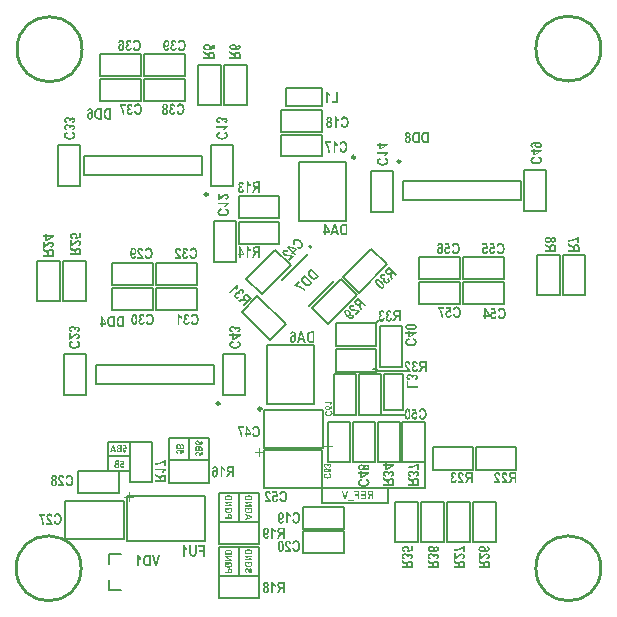
<source format=gbo>
G04*
G04 #@! TF.GenerationSoftware,Altium Limited,Altium Designer,22.7.1 (60)*
G04*
G04 Layer_Color=32896*
%FSLAX43Y43*%
%MOMM*%
G71*
G04*
G04 #@! TF.SameCoordinates,D6A07BB3-E300-4989-B7AD-CA0A744D7D9A*
G04*
G04*
G04 #@! TF.FilePolarity,Positive*
G04*
G01*
G75*
%ADD10C,0.254*%
%ADD12C,0.250*%
%ADD13C,0.150*%
%ADD14C,0.200*%
%ADD68C,0.100*%
G36*
X18249Y4581D02*
X18277Y4579D01*
X18291Y4579D01*
X18303Y4577D01*
X18314Y4575D01*
X18324Y4574D01*
X18334Y4572D01*
X18342Y4570D01*
X18349Y4568D01*
X18355Y4567D01*
X18360Y4567D01*
X18363Y4566D01*
X18365Y4565D01*
X18366D01*
X18388Y4557D01*
X18408Y4550D01*
X18424Y4542D01*
X18438Y4533D01*
X18450Y4527D01*
X18458Y4521D01*
X18463Y4518D01*
X18465Y4516D01*
X18478Y4504D01*
X18489Y4493D01*
X18498Y4481D01*
X18506Y4470D01*
X18511Y4461D01*
X18516Y4455D01*
X18518Y4450D01*
X18519Y4448D01*
X18524Y4433D01*
X18528Y4416D01*
X18531Y4398D01*
X18533Y4381D01*
X18534Y4365D01*
Y4359D01*
X18535Y4353D01*
Y4152D01*
X17910D01*
Y4346D01*
X17911Y4369D01*
X17913Y4389D01*
X17916Y4407D01*
X17919Y4421D01*
X17922Y4433D01*
X17925Y4442D01*
X17927Y4447D01*
X17928Y4449D01*
X17935Y4464D01*
X17943Y4477D01*
X17952Y4488D01*
X17960Y4498D01*
X17968Y4506D01*
X17974Y4512D01*
X17978Y4516D01*
X17980Y4517D01*
X17993Y4527D01*
X18009Y4536D01*
X18025Y4544D01*
X18041Y4551D01*
X18053Y4556D01*
X18065Y4560D01*
X18069Y4562D01*
X18072Y4563D01*
X18074Y4564D01*
X18075D01*
X18098Y4570D01*
X18122Y4575D01*
X18146Y4578D01*
X18168Y4580D01*
X18178D01*
X18188Y4581D01*
X18196D01*
X18202Y4582D01*
X18208D01*
X18212D01*
X18215D01*
X18216D01*
X18249Y4581D01*
D02*
G37*
G36*
X18535Y3949D02*
X18117D01*
X18535Y3738D01*
Y3638D01*
X17910D01*
Y3734D01*
X18317D01*
X17910Y3941D01*
Y4045D01*
X18535D01*
Y3949D01*
D02*
G37*
G36*
X18245Y3317D02*
X18139D01*
Y3436D01*
X18061D01*
X18052Y3426D01*
X18044Y3415D01*
X18038Y3405D01*
X18032Y3397D01*
X18028Y3389D01*
X18025Y3382D01*
X18023Y3378D01*
X18022Y3377D01*
X18017Y3365D01*
X18014Y3354D01*
X18012Y3342D01*
X18010Y3333D01*
X18009Y3326D01*
X18008Y3320D01*
Y3315D01*
X18009Y3303D01*
X18010Y3292D01*
X18016Y3271D01*
X18024Y3253D01*
X18033Y3238D01*
X18042Y3227D01*
X18051Y3219D01*
X18056Y3213D01*
X18057Y3212D01*
X18058Y3211D01*
X18070Y3204D01*
X18082Y3197D01*
X18110Y3186D01*
X18139Y3179D01*
X18166Y3173D01*
X18178Y3171D01*
X18190Y3170D01*
X18201Y3169D01*
X18211D01*
X18218Y3168D01*
X18225D01*
X18228D01*
X18229D01*
X18249Y3169D01*
X18266Y3170D01*
X18283Y3171D01*
X18298Y3174D01*
X18312Y3177D01*
X18325Y3181D01*
X18336Y3184D01*
X18347Y3188D01*
X18356Y3192D01*
X18364Y3195D01*
X18371Y3199D01*
X18376Y3202D01*
X18380Y3205D01*
X18383Y3207D01*
X18384Y3208D01*
X18385D01*
X18395Y3217D01*
X18403Y3225D01*
X18409Y3233D01*
X18415Y3243D01*
X18424Y3260D01*
X18431Y3278D01*
X18434Y3293D01*
X18435Y3299D01*
X18436Y3305D01*
X18437Y3309D01*
Y3316D01*
X18436Y3331D01*
X18433Y3345D01*
X18429Y3357D01*
X18424Y3368D01*
X18420Y3377D01*
X18415Y3383D01*
X18412Y3388D01*
X18411Y3389D01*
X18401Y3399D01*
X18389Y3408D01*
X18376Y3415D01*
X18365Y3421D01*
X18354Y3426D01*
X18346Y3428D01*
X18339Y3430D01*
X18338Y3431D01*
X18337D01*
X18360Y3534D01*
X18377Y3530D01*
X18393Y3526D01*
X18407Y3521D01*
X18421Y3515D01*
X18433Y3510D01*
X18444Y3503D01*
X18454Y3498D01*
X18463Y3491D01*
X18471Y3486D01*
X18479Y3480D01*
X18484Y3475D01*
X18490Y3471D01*
X18494Y3467D01*
X18496Y3464D01*
X18497Y3463D01*
X18498Y3462D01*
X18507Y3452D01*
X18514Y3440D01*
X18520Y3427D01*
X18526Y3415D01*
X18534Y3391D01*
X18540Y3367D01*
X18542Y3357D01*
X18543Y3347D01*
X18544Y3338D01*
X18544Y3330D01*
X18545Y3324D01*
Y3315D01*
X18544Y3287D01*
X18540Y3262D01*
X18533Y3240D01*
X18527Y3220D01*
X18523Y3212D01*
X18520Y3205D01*
X18517Y3198D01*
X18514Y3194D01*
X18512Y3189D01*
X18510Y3186D01*
X18508Y3184D01*
Y3183D01*
X18494Y3164D01*
X18476Y3146D01*
X18458Y3132D01*
X18440Y3119D01*
X18424Y3109D01*
X18418Y3104D01*
X18411Y3101D01*
X18407Y3098D01*
X18403Y3096D01*
X18400Y3095D01*
X18399D01*
X18371Y3084D01*
X18341Y3075D01*
X18311Y3069D01*
X18284Y3065D01*
X18271Y3063D01*
X18260Y3062D01*
X18249Y3061D01*
X18240D01*
X18233Y3060D01*
X18227D01*
X18224D01*
X18223D01*
X18187Y3062D01*
X18153Y3066D01*
X18138Y3068D01*
X18124Y3071D01*
X18110Y3074D01*
X18098Y3077D01*
X18087Y3080D01*
X18077Y3084D01*
X18068Y3086D01*
X18061Y3088D01*
X18055Y3091D01*
X18052Y3092D01*
X18049Y3094D01*
X18048D01*
X18022Y3108D01*
X18000Y3122D01*
X17980Y3138D01*
X17965Y3153D01*
X17953Y3166D01*
X17944Y3177D01*
X17941Y3181D01*
X17939Y3183D01*
X17938Y3185D01*
X17937Y3186D01*
X17925Y3208D01*
X17916Y3231D01*
X17909Y3255D01*
X17905Y3275D01*
X17903Y3284D01*
X17902Y3293D01*
X17901Y3301D01*
Y3307D01*
X17900Y3313D01*
Y3320D01*
X17901Y3343D01*
X17905Y3366D01*
X17909Y3387D01*
X17914Y3405D01*
X17919Y3421D01*
X17921Y3427D01*
X17923Y3434D01*
X17925Y3438D01*
X17927Y3441D01*
X17928Y3443D01*
Y3444D01*
X17939Y3466D01*
X17951Y3486D01*
X17962Y3501D01*
X17973Y3515D01*
X17982Y3526D01*
X17990Y3534D01*
X17994Y3538D01*
X17996Y3540D01*
X18245D01*
Y3317D01*
D02*
G37*
G36*
X18369Y2992D02*
X18393Y2988D01*
X18413Y2984D01*
X18431Y2978D01*
X18439Y2974D01*
X18445Y2972D01*
X18451Y2970D01*
X18456Y2967D01*
X18459Y2965D01*
X18462Y2963D01*
X18463Y2962D01*
X18464D01*
X18481Y2950D01*
X18494Y2938D01*
X18505Y2925D01*
X18513Y2914D01*
X18519Y2903D01*
X18523Y2895D01*
X18525Y2889D01*
X18526Y2888D01*
Y2888D01*
X18528Y2881D01*
X18529Y2874D01*
X18531Y2865D01*
X18531Y2856D01*
X18533Y2837D01*
X18534Y2815D01*
X18535Y2797D01*
Y2600D01*
X17910D01*
Y2704D01*
X18146D01*
Y2788D01*
X18147Y2803D01*
X18148Y2818D01*
X18149Y2831D01*
X18151Y2843D01*
X18151Y2853D01*
X18153Y2864D01*
X18155Y2872D01*
X18157Y2879D01*
X18159Y2886D01*
X18160Y2890D01*
X18162Y2895D01*
X18163Y2899D01*
X18163Y2900D01*
X18164Y2902D01*
X18173Y2916D01*
X18182Y2929D01*
X18193Y2940D01*
X18203Y2949D01*
X18212Y2957D01*
X18221Y2962D01*
X18226Y2966D01*
X18227Y2967D01*
X18228D01*
X18247Y2975D01*
X18265Y2982D01*
X18285Y2986D01*
X18302Y2990D01*
X18318Y2992D01*
X18325D01*
X18331Y2993D01*
X18335D01*
X18339D01*
X18341D01*
X18342D01*
X18369Y2992D01*
D02*
G37*
G36*
X14012Y13547D02*
X14030Y13544D01*
X14046Y13540D01*
X14060Y13535D01*
X14072Y13530D01*
X14080Y13526D01*
X14085Y13523D01*
X14087Y13522D01*
X14100Y13512D01*
X14113Y13500D01*
X14122Y13488D01*
X14129Y13477D01*
X14135Y13466D01*
X14139Y13457D01*
X14141Y13452D01*
X14142Y13451D01*
Y13450D01*
X14149Y13462D01*
X14158Y13472D01*
X14167Y13480D01*
X14175Y13489D01*
X14184Y13494D01*
X14190Y13499D01*
X14194Y13502D01*
X14196Y13503D01*
X14210Y13509D01*
X14224Y13515D01*
X14238Y13518D01*
X14251Y13520D01*
X14261Y13522D01*
X14271Y13523D01*
X14276D01*
X14277D01*
X14278D01*
X14296Y13522D01*
X14312Y13519D01*
X14327Y13515D01*
X14340Y13511D01*
X14350Y13506D01*
X14358Y13503D01*
X14363Y13500D01*
X14365Y13499D01*
X14379Y13490D01*
X14390Y13480D01*
X14399Y13470D01*
X14407Y13462D01*
X14412Y13454D01*
X14417Y13447D01*
X14419Y13443D01*
X14419Y13441D01*
X14422Y13434D01*
X14425Y13427D01*
X14429Y13408D01*
X14431Y13389D01*
X14433Y13369D01*
X14434Y13352D01*
X14435Y13343D01*
Y13118D01*
X13810D01*
Y13331D01*
X13811Y13347D01*
Y13362D01*
X13812Y13376D01*
X13813Y13388D01*
Y13398D01*
X13814Y13407D01*
X13815Y13415D01*
X13816Y13421D01*
Y13426D01*
X13817Y13430D01*
Y13433D01*
X13818Y13435D01*
Y13437D01*
X13823Y13453D01*
X13831Y13467D01*
X13841Y13481D01*
X13851Y13492D01*
X13860Y13502D01*
X13868Y13509D01*
X13874Y13513D01*
X13875Y13515D01*
X13876D01*
X13894Y13526D01*
X13914Y13534D01*
X13933Y13540D01*
X13952Y13544D01*
X13967Y13546D01*
X13974Y13547D01*
X13980D01*
X13985Y13548D01*
X13989D01*
X13990D01*
X13991D01*
X14012Y13547D01*
D02*
G37*
G36*
X14039Y13043D02*
X14056Y13042D01*
X14072Y13039D01*
X14088Y13036D01*
X14101Y13032D01*
X14115Y13027D01*
X14127Y13022D01*
X14138Y13017D01*
X14148Y13012D01*
X14156Y13007D01*
X14163Y13002D01*
X14170Y12999D01*
X14174Y12995D01*
X14178Y12993D01*
X14180Y12991D01*
X14181Y12990D01*
X14189Y12982D01*
X14197Y12974D01*
X14203Y12965D01*
X14209Y12956D01*
X14217Y12939D01*
X14223Y12923D01*
X14226Y12908D01*
X14227Y12902D01*
X14228Y12897D01*
X14229Y12892D01*
Y12887D01*
X14228Y12874D01*
X14225Y12862D01*
X14223Y12851D01*
X14219Y12841D01*
X14214Y12831D01*
X14211Y12825D01*
X14209Y12821D01*
X14208Y12819D01*
X14315Y12836D01*
Y13021D01*
X14427D01*
Y12761D01*
X14101Y12711D01*
X14088Y12791D01*
X14096Y12797D01*
X14102Y12804D01*
X14109Y12810D01*
X14113Y12816D01*
X14122Y12829D01*
X14127Y12841D01*
X14130Y12852D01*
X14132Y12859D01*
X14133Y12865D01*
Y12866D01*
X14132Y12878D01*
X14128Y12889D01*
X14124Y12899D01*
X14119Y12906D01*
X14113Y12913D01*
X14109Y12917D01*
X14105Y12920D01*
X14104Y12921D01*
X14092Y12928D01*
X14079Y12934D01*
X14064Y12938D01*
X14051Y12940D01*
X14038Y12942D01*
X14027Y12943D01*
X14023D01*
X14020D01*
X14018D01*
X14017D01*
X13996Y12942D01*
X13977Y12939D01*
X13961Y12936D01*
X13948Y12932D01*
X13939Y12928D01*
X13931Y12925D01*
X13928Y12922D01*
X13926Y12921D01*
X13916Y12913D01*
X13909Y12904D01*
X13904Y12895D01*
X13900Y12887D01*
X13898Y12880D01*
X13897Y12875D01*
X13896Y12870D01*
Y12869D01*
X13897Y12860D01*
X13900Y12852D01*
X13904Y12843D01*
X13908Y12837D01*
X13912Y12831D01*
X13916Y12827D01*
X13918Y12824D01*
X13919Y12823D01*
X13929Y12816D01*
X13940Y12810D01*
X13950Y12805D01*
X13960Y12803D01*
X13969Y12801D01*
X13978Y12799D01*
X13982Y12798D01*
X13984D01*
X13971Y12700D01*
X13942Y12705D01*
X13929Y12708D01*
X13916Y12712D01*
X13905Y12717D01*
X13895Y12721D01*
X13885Y12726D01*
X13877Y12731D01*
X13869Y12735D01*
X13863Y12740D01*
X13857Y12743D01*
X13853Y12747D01*
X13849Y12750D01*
X13846Y12753D01*
X13845Y12754D01*
X13844Y12755D01*
X13837Y12764D01*
X13830Y12773D01*
X13818Y12792D01*
X13811Y12811D01*
X13806Y12829D01*
X13803Y12844D01*
X13801Y12852D01*
Y12857D01*
X13800Y12862D01*
Y12868D01*
X13801Y12884D01*
X13803Y12898D01*
X13806Y12912D01*
X13811Y12924D01*
X13816Y12936D01*
X13821Y12946D01*
X13828Y12956D01*
X13834Y12964D01*
X13841Y12972D01*
X13847Y12979D01*
X13853Y12985D01*
X13857Y12989D01*
X13862Y12993D01*
X13866Y12996D01*
X13867Y12997D01*
X13868Y12998D01*
X13881Y13006D01*
X13895Y13013D01*
X13908Y13019D01*
X13921Y13025D01*
X13947Y13033D01*
X13970Y13038D01*
X13981Y13040D01*
X13990Y13041D01*
X13999Y13043D01*
X14006D01*
X14012Y13044D01*
X14016D01*
X14019D01*
X14020D01*
X14039Y13043D01*
D02*
G37*
G36*
X28147Y8831D02*
X28011D01*
X27793Y9581D01*
X27926D01*
X28076Y9025D01*
X28231Y9581D01*
X28366D01*
X28147Y8831D01*
D02*
G37*
G36*
X30500D02*
X30376D01*
Y9144D01*
X30336D01*
X30324Y9143D01*
X30312Y9142D01*
X30304Y9140D01*
X30297Y9138D01*
X30292Y9136D01*
X30290Y9135D01*
X30289D01*
X30281Y9132D01*
X30275Y9126D01*
X30264Y9116D01*
X30259Y9112D01*
X30256Y9107D01*
X30254Y9105D01*
X30252Y9104D01*
X30249Y9100D01*
X30245Y9093D01*
X30239Y9086D01*
X30235Y9078D01*
X30224Y9060D01*
X30213Y9041D01*
X30203Y9023D01*
X30198Y9015D01*
X30194Y9009D01*
X30190Y9003D01*
X30188Y8999D01*
X30186Y8995D01*
Y8994D01*
X30097Y8831D01*
X29947D01*
X30023Y8976D01*
X30030Y8992D01*
X30038Y9007D01*
X30046Y9021D01*
X30053Y9033D01*
X30059Y9044D01*
X30065Y9054D01*
X30075Y9071D01*
X30083Y9083D01*
X30089Y9092D01*
X30093Y9097D01*
X30094Y9098D01*
X30104Y9111D01*
X30115Y9123D01*
X30126Y9134D01*
X30136Y9143D01*
X30145Y9151D01*
X30153Y9156D01*
X30157Y9161D01*
X30159Y9162D01*
X30131Y9168D01*
X30108Y9177D01*
X30087Y9188D01*
X30070Y9201D01*
X30057Y9211D01*
X30047Y9219D01*
X30042Y9226D01*
X30039Y9227D01*
Y9228D01*
X30025Y9251D01*
X30014Y9274D01*
X30006Y9297D01*
X30002Y9319D01*
X29998Y9339D01*
X29997Y9348D01*
Y9356D01*
X29996Y9362D01*
Y9367D01*
Y9369D01*
Y9370D01*
X29997Y9396D01*
X30001Y9418D01*
X30005Y9439D01*
X30009Y9457D01*
X30015Y9470D01*
X30019Y9481D01*
X30023Y9488D01*
X30024Y9490D01*
X30035Y9508D01*
X30047Y9523D01*
X30058Y9535D01*
X30069Y9544D01*
X30079Y9551D01*
X30087Y9557D01*
X30093Y9559D01*
X30095Y9560D01*
X30104Y9564D01*
X30114Y9567D01*
X30136Y9572D01*
X30159Y9576D01*
X30183Y9579D01*
X30204Y9580D01*
X30214D01*
X30221Y9581D01*
X30500D01*
Y8831D01*
D02*
G37*
G36*
X29880D02*
X29411D01*
Y8958D01*
X29755D01*
Y9162D01*
X29446D01*
Y9288D01*
X29755D01*
Y9455D01*
X29422D01*
Y9581D01*
X29880D01*
Y8831D01*
D02*
G37*
G36*
X29306D02*
X29181D01*
Y9150D01*
X28924D01*
Y9276D01*
X29181D01*
Y9455D01*
X28884D01*
Y9581D01*
X29306D01*
Y8831D01*
D02*
G37*
G36*
X28851Y8700D02*
X28359D01*
Y8752D01*
X28851D01*
Y8700D01*
D02*
G37*
G36*
X9589Y13101D02*
X9509Y13088D01*
X9503Y13096D01*
X9496Y13102D01*
X9490Y13109D01*
X9484Y13113D01*
X9471Y13122D01*
X9459Y13127D01*
X9448Y13130D01*
X9441Y13132D01*
X9435Y13133D01*
X9434D01*
X9422Y13132D01*
X9411Y13128D01*
X9401Y13124D01*
X9394Y13119D01*
X9387Y13113D01*
X9383Y13109D01*
X9380Y13105D01*
X9379Y13104D01*
X9372Y13092D01*
X9366Y13079D01*
X9362Y13064D01*
X9360Y13051D01*
X9358Y13038D01*
X9357Y13027D01*
Y13023D01*
Y13020D01*
Y13018D01*
Y13017D01*
X9358Y12996D01*
X9361Y12977D01*
X9364Y12961D01*
X9368Y12948D01*
X9372Y12939D01*
X9375Y12931D01*
X9378Y12928D01*
X9379Y12926D01*
X9387Y12916D01*
X9396Y12909D01*
X9405Y12904D01*
X9413Y12900D01*
X9420Y12898D01*
X9425Y12897D01*
X9430Y12896D01*
X9431D01*
X9440Y12897D01*
X9448Y12900D01*
X9457Y12904D01*
X9463Y12908D01*
X9469Y12912D01*
X9473Y12916D01*
X9476Y12918D01*
X9477Y12919D01*
X9484Y12929D01*
X9490Y12940D01*
X9495Y12950D01*
X9497Y12960D01*
X9499Y12969D01*
X9501Y12978D01*
X9502Y12982D01*
Y12984D01*
X9600Y12971D01*
X9595Y12942D01*
X9592Y12929D01*
X9588Y12917D01*
X9583Y12905D01*
X9579Y12895D01*
X9574Y12885D01*
X9569Y12877D01*
X9565Y12869D01*
X9560Y12863D01*
X9557Y12857D01*
X9553Y12853D01*
X9550Y12849D01*
X9547Y12846D01*
X9546Y12845D01*
X9545Y12844D01*
X9536Y12837D01*
X9527Y12830D01*
X9508Y12818D01*
X9489Y12811D01*
X9471Y12806D01*
X9456Y12803D01*
X9448Y12801D01*
X9443D01*
X9438Y12800D01*
X9432D01*
X9416Y12801D01*
X9402Y12803D01*
X9388Y12806D01*
X9376Y12811D01*
X9364Y12816D01*
X9354Y12821D01*
X9344Y12828D01*
X9336Y12834D01*
X9328Y12841D01*
X9321Y12847D01*
X9315Y12853D01*
X9311Y12857D01*
X9307Y12862D01*
X9304Y12866D01*
X9303Y12868D01*
X9302Y12868D01*
X9294Y12881D01*
X9287Y12895D01*
X9281Y12908D01*
X9275Y12921D01*
X9267Y12947D01*
X9262Y12970D01*
X9260Y12981D01*
X9259Y12990D01*
X9257Y12999D01*
Y13006D01*
X9256Y13012D01*
Y13016D01*
Y13019D01*
Y13020D01*
X9257Y13039D01*
X9258Y13056D01*
X9261Y13072D01*
X9264Y13088D01*
X9268Y13101D01*
X9273Y13115D01*
X9278Y13127D01*
X9283Y13138D01*
X9288Y13148D01*
X9293Y13156D01*
X9298Y13163D01*
X9301Y13170D01*
X9305Y13174D01*
X9307Y13178D01*
X9309Y13180D01*
X9310Y13181D01*
X9318Y13189D01*
X9326Y13197D01*
X9335Y13203D01*
X9344Y13209D01*
X9361Y13217D01*
X9377Y13223D01*
X9392Y13226D01*
X9398Y13227D01*
X9403Y13228D01*
X9408Y13229D01*
X9413D01*
X9426Y13228D01*
X9438Y13225D01*
X9449Y13223D01*
X9459Y13219D01*
X9469Y13214D01*
X9475Y13211D01*
X9479Y13209D01*
X9481Y13208D01*
X9464Y13315D01*
X9279D01*
Y13427D01*
X9539D01*
X9589Y13101D01*
D02*
G37*
G36*
X9182Y12810D02*
X8969D01*
X8953Y12811D01*
X8938D01*
X8924Y12812D01*
X8912Y12813D01*
X8902D01*
X8893Y12814D01*
X8885Y12815D01*
X8879Y12816D01*
X8874D01*
X8870Y12817D01*
X8867D01*
X8865Y12818D01*
X8863D01*
X8847Y12823D01*
X8833Y12831D01*
X8819Y12841D01*
X8808Y12851D01*
X8798Y12860D01*
X8791Y12868D01*
X8787Y12874D01*
X8785Y12875D01*
Y12876D01*
X8774Y12894D01*
X8766Y12914D01*
X8760Y12933D01*
X8756Y12952D01*
X8754Y12967D01*
X8753Y12974D01*
Y12980D01*
X8752Y12985D01*
Y12989D01*
Y12990D01*
Y12991D01*
X8753Y13012D01*
X8756Y13030D01*
X8760Y13046D01*
X8765Y13060D01*
X8770Y13072D01*
X8774Y13080D01*
X8777Y13085D01*
X8778Y13087D01*
X8788Y13100D01*
X8800Y13113D01*
X8812Y13122D01*
X8823Y13129D01*
X8834Y13135D01*
X8843Y13139D01*
X8848Y13141D01*
X8849Y13142D01*
X8850D01*
X8838Y13149D01*
X8828Y13158D01*
X8820Y13167D01*
X8811Y13175D01*
X8806Y13184D01*
X8801Y13190D01*
X8798Y13194D01*
X8797Y13196D01*
X8791Y13210D01*
X8785Y13224D01*
X8782Y13238D01*
X8780Y13251D01*
X8778Y13261D01*
X8777Y13271D01*
Y13276D01*
Y13277D01*
Y13278D01*
X8778Y13296D01*
X8781Y13312D01*
X8785Y13327D01*
X8789Y13340D01*
X8794Y13350D01*
X8797Y13358D01*
X8800Y13363D01*
X8801Y13365D01*
X8810Y13379D01*
X8820Y13390D01*
X8830Y13399D01*
X8838Y13407D01*
X8846Y13412D01*
X8853Y13417D01*
X8857Y13419D01*
X8858Y13419D01*
X8866Y13422D01*
X8873Y13425D01*
X8892Y13429D01*
X8911Y13431D01*
X8931Y13433D01*
X8948Y13434D01*
X8957Y13435D01*
X9182D01*
Y12810D01*
D02*
G37*
G36*
X8717D02*
X8607D01*
X8565Y12952D01*
X8358D01*
X8314Y12810D01*
X8202D01*
X8408Y13435D01*
X8518D01*
X8717Y12810D01*
D02*
G37*
G36*
X9389Y11801D02*
X9309Y11788D01*
X9303Y11796D01*
X9296Y11802D01*
X9290Y11809D01*
X9284Y11813D01*
X9271Y11822D01*
X9259Y11827D01*
X9248Y11830D01*
X9241Y11832D01*
X9235Y11833D01*
X9234D01*
X9222Y11832D01*
X9211Y11828D01*
X9201Y11824D01*
X9194Y11819D01*
X9187Y11813D01*
X9183Y11809D01*
X9180Y11805D01*
X9179Y11804D01*
X9172Y11792D01*
X9166Y11779D01*
X9162Y11764D01*
X9160Y11751D01*
X9158Y11738D01*
X9157Y11727D01*
Y11723D01*
Y11720D01*
Y11718D01*
Y11717D01*
X9158Y11696D01*
X9161Y11677D01*
X9164Y11661D01*
X9168Y11648D01*
X9172Y11639D01*
X9175Y11631D01*
X9178Y11628D01*
X9179Y11626D01*
X9187Y11616D01*
X9196Y11609D01*
X9205Y11604D01*
X9213Y11600D01*
X9220Y11598D01*
X9225Y11597D01*
X9230Y11596D01*
X9231D01*
X9240Y11597D01*
X9248Y11600D01*
X9257Y11604D01*
X9263Y11608D01*
X9269Y11612D01*
X9273Y11616D01*
X9276Y11618D01*
X9277Y11619D01*
X9284Y11629D01*
X9290Y11640D01*
X9295Y11650D01*
X9297Y11660D01*
X9299Y11669D01*
X9301Y11678D01*
X9302Y11682D01*
Y11684D01*
X9400Y11671D01*
X9395Y11642D01*
X9392Y11629D01*
X9388Y11616D01*
X9383Y11605D01*
X9379Y11595D01*
X9374Y11585D01*
X9369Y11577D01*
X9365Y11569D01*
X9360Y11563D01*
X9357Y11557D01*
X9353Y11553D01*
X9350Y11549D01*
X9347Y11546D01*
X9346Y11545D01*
X9345Y11544D01*
X9336Y11537D01*
X9327Y11530D01*
X9308Y11518D01*
X9289Y11511D01*
X9271Y11506D01*
X9256Y11503D01*
X9248Y11501D01*
X9243D01*
X9238Y11500D01*
X9232D01*
X9216Y11501D01*
X9202Y11503D01*
X9188Y11506D01*
X9176Y11511D01*
X9164Y11516D01*
X9154Y11521D01*
X9144Y11528D01*
X9136Y11534D01*
X9128Y11541D01*
X9121Y11547D01*
X9115Y11553D01*
X9111Y11557D01*
X9107Y11562D01*
X9104Y11566D01*
X9103Y11568D01*
X9102Y11568D01*
X9094Y11581D01*
X9087Y11595D01*
X9081Y11608D01*
X9075Y11621D01*
X9067Y11647D01*
X9062Y11670D01*
X9060Y11681D01*
X9059Y11690D01*
X9057Y11699D01*
Y11706D01*
X9056Y11712D01*
Y11716D01*
Y11719D01*
Y11720D01*
X9057Y11739D01*
X9058Y11756D01*
X9061Y11772D01*
X9064Y11788D01*
X9068Y11801D01*
X9073Y11815D01*
X9078Y11827D01*
X9083Y11838D01*
X9087Y11848D01*
X9093Y11856D01*
X9098Y11863D01*
X9101Y11870D01*
X9105Y11874D01*
X9107Y11878D01*
X9109Y11880D01*
X9110Y11881D01*
X9118Y11889D01*
X9126Y11897D01*
X9135Y11903D01*
X9144Y11909D01*
X9161Y11917D01*
X9177Y11923D01*
X9192Y11926D01*
X9198Y11927D01*
X9203Y11928D01*
X9208Y11929D01*
X9213D01*
X9226Y11928D01*
X9238Y11925D01*
X9249Y11923D01*
X9259Y11919D01*
X9269Y11914D01*
X9275Y11911D01*
X9279Y11909D01*
X9281Y11908D01*
X9264Y12015D01*
X9079D01*
Y12127D01*
X9339D01*
X9389Y11801D01*
D02*
G37*
G36*
X8982Y11510D02*
X8769D01*
X8753Y11511D01*
X8738D01*
X8724Y11512D01*
X8712Y11513D01*
X8702D01*
X8693Y11514D01*
X8685Y11515D01*
X8679Y11516D01*
X8674D01*
X8670Y11517D01*
X8667D01*
X8665Y11518D01*
X8663D01*
X8647Y11523D01*
X8633Y11531D01*
X8619Y11541D01*
X8608Y11551D01*
X8598Y11560D01*
X8591Y11568D01*
X8587Y11574D01*
X8585Y11575D01*
Y11576D01*
X8574Y11594D01*
X8566Y11614D01*
X8561Y11633D01*
X8556Y11652D01*
X8554Y11667D01*
X8553Y11674D01*
Y11680D01*
X8552Y11685D01*
Y11689D01*
Y11690D01*
Y11691D01*
X8553Y11712D01*
X8556Y11730D01*
X8561Y11746D01*
X8565Y11760D01*
X8570Y11772D01*
X8574Y11780D01*
X8577Y11785D01*
X8578Y11787D01*
X8588Y11800D01*
X8600Y11812D01*
X8612Y11822D01*
X8623Y11829D01*
X8634Y11835D01*
X8643Y11839D01*
X8648Y11841D01*
X8649Y11842D01*
X8650D01*
X8638Y11849D01*
X8628Y11858D01*
X8620Y11867D01*
X8611Y11875D01*
X8606Y11884D01*
X8601Y11890D01*
X8598Y11894D01*
X8597Y11896D01*
X8591Y11910D01*
X8585Y11924D01*
X8582Y11938D01*
X8580Y11951D01*
X8578Y11961D01*
X8577Y11971D01*
Y11976D01*
Y11977D01*
Y11978D01*
X8578Y11996D01*
X8581Y12012D01*
X8585Y12027D01*
X8589Y12040D01*
X8594Y12050D01*
X8597Y12058D01*
X8600Y12063D01*
X8601Y12065D01*
X8610Y12079D01*
X8620Y12090D01*
X8630Y12099D01*
X8638Y12107D01*
X8646Y12112D01*
X8653Y12117D01*
X8657Y12119D01*
X8658Y12119D01*
X8666Y12122D01*
X8673Y12125D01*
X8692Y12129D01*
X8711Y12131D01*
X8731Y12133D01*
X8748Y12134D01*
X8757Y12135D01*
X8982D01*
Y11510D01*
D02*
G37*
G36*
X19949Y9172D02*
X19977Y9170D01*
X19991Y9169D01*
X20003Y9167D01*
X20014Y9165D01*
X20024Y9165D01*
X20034Y9163D01*
X20042Y9161D01*
X20049Y9159D01*
X20055Y9158D01*
X20060Y9157D01*
X20063Y9156D01*
X20065Y9155D01*
X20066D01*
X20088Y9148D01*
X20108Y9141D01*
X20124Y9132D01*
X20138Y9124D01*
X20150Y9117D01*
X20158Y9112D01*
X20163Y9108D01*
X20165Y9106D01*
X20178Y9094D01*
X20189Y9083D01*
X20198Y9071D01*
X20206Y9061D01*
X20211Y9052D01*
X20216Y9045D01*
X20218Y9041D01*
X20219Y9039D01*
X20224Y9024D01*
X20228Y9006D01*
X20231Y8989D01*
X20233Y8971D01*
X20234Y8956D01*
Y8949D01*
X20235Y8944D01*
Y8743D01*
X19610D01*
Y8937D01*
X19611Y8959D01*
X19613Y8980D01*
X19616Y8997D01*
X19619Y9012D01*
X19622Y9024D01*
X19625Y9032D01*
X19627Y9038D01*
X19628Y9040D01*
X19635Y9055D01*
X19643Y9067D01*
X19652Y9079D01*
X19660Y9089D01*
X19667Y9096D01*
X19674Y9103D01*
X19678Y9106D01*
X19680Y9107D01*
X19693Y9117D01*
X19709Y9127D01*
X19725Y9135D01*
X19741Y9141D01*
X19753Y9147D01*
X19765Y9151D01*
X19769Y9153D01*
X19772Y9153D01*
X19774Y9154D01*
X19775D01*
X19798Y9161D01*
X19822Y9165D01*
X19846Y9168D01*
X19868Y9171D01*
X19878D01*
X19888Y9172D01*
X19896D01*
X19902Y9173D01*
X19908D01*
X19913D01*
X19915D01*
X19916D01*
X19949Y9172D01*
D02*
G37*
G36*
X20235Y8540D02*
X19817D01*
X20235Y8329D01*
Y8229D01*
X19610D01*
Y8325D01*
X20017D01*
X19610Y8531D01*
Y8636D01*
X20235D01*
Y8540D01*
D02*
G37*
G36*
X19945Y7908D02*
X19839D01*
Y8026D01*
X19761D01*
X19752Y8016D01*
X19744Y8006D01*
X19738Y7996D01*
X19732Y7988D01*
X19728Y7979D01*
X19725Y7973D01*
X19723Y7969D01*
X19722Y7967D01*
X19717Y7955D01*
X19714Y7944D01*
X19712Y7933D01*
X19710Y7924D01*
X19709Y7916D01*
X19708Y7911D01*
Y7905D01*
X19709Y7893D01*
X19710Y7882D01*
X19716Y7862D01*
X19724Y7843D01*
X19733Y7829D01*
X19742Y7817D01*
X19751Y7809D01*
X19756Y7804D01*
X19757Y7803D01*
X19758Y7802D01*
X19770Y7794D01*
X19782Y7788D01*
X19810Y7777D01*
X19839Y7769D01*
X19866Y7764D01*
X19878Y7762D01*
X19890Y7761D01*
X19901Y7759D01*
X19911D01*
X19918Y7758D01*
X19925D01*
X19928D01*
X19929D01*
X19949Y7759D01*
X19966Y7760D01*
X19983Y7762D01*
X19998Y7765D01*
X20012Y7768D01*
X20025Y7771D01*
X20036Y7775D01*
X20047Y7779D01*
X20056Y7782D01*
X20064Y7786D01*
X20071Y7790D01*
X20076Y7793D01*
X20080Y7795D01*
X20083Y7797D01*
X20084Y7799D01*
X20085D01*
X20095Y7807D01*
X20103Y7816D01*
X20109Y7824D01*
X20115Y7833D01*
X20124Y7851D01*
X20131Y7868D01*
X20134Y7883D01*
X20135Y7890D01*
X20136Y7895D01*
X20137Y7900D01*
Y7906D01*
X20136Y7922D01*
X20133Y7936D01*
X20129Y7948D01*
X20124Y7959D01*
X20120Y7967D01*
X20115Y7974D01*
X20112Y7978D01*
X20111Y7979D01*
X20101Y7989D01*
X20089Y7999D01*
X20076Y8006D01*
X20065Y8012D01*
X20054Y8016D01*
X20046Y8019D01*
X20039Y8021D01*
X20038Y8022D01*
X20037D01*
X20060Y8124D01*
X20077Y8121D01*
X20093Y8117D01*
X20107Y8111D01*
X20121Y8106D01*
X20133Y8100D01*
X20144Y8094D01*
X20154Y8088D01*
X20163Y8082D01*
X20171Y8076D01*
X20179Y8071D01*
X20184Y8065D01*
X20190Y8062D01*
X20194Y8058D01*
X20196Y8055D01*
X20197Y8053D01*
X20198Y8052D01*
X20207Y8042D01*
X20214Y8030D01*
X20220Y8018D01*
X20226Y8006D01*
X20234Y7982D01*
X20240Y7958D01*
X20242Y7948D01*
X20243Y7938D01*
X20243Y7928D01*
X20244Y7921D01*
X20245Y7915D01*
Y7905D01*
X20243Y7878D01*
X20240Y7853D01*
X20233Y7830D01*
X20227Y7811D01*
X20223Y7803D01*
X20220Y7795D01*
X20217Y7789D01*
X20214Y7784D01*
X20212Y7780D01*
X20210Y7777D01*
X20208Y7775D01*
Y7774D01*
X20194Y7755D01*
X20176Y7737D01*
X20158Y7722D01*
X20140Y7709D01*
X20124Y7699D01*
X20118Y7694D01*
X20111Y7692D01*
X20107Y7689D01*
X20103Y7687D01*
X20100Y7685D01*
X20099D01*
X20071Y7674D01*
X20041Y7666D01*
X20011Y7659D01*
X19984Y7656D01*
X19971Y7654D01*
X19960Y7653D01*
X19949Y7652D01*
X19940D01*
X19933Y7651D01*
X19927D01*
X19924D01*
X19923D01*
X19887Y7653D01*
X19853Y7657D01*
X19838Y7658D01*
X19824Y7661D01*
X19810Y7665D01*
X19798Y7668D01*
X19787Y7670D01*
X19777Y7674D01*
X19768Y7677D01*
X19761Y7679D01*
X19755Y7682D01*
X19752Y7682D01*
X19749Y7684D01*
X19748D01*
X19722Y7698D01*
X19700Y7713D01*
X19680Y7729D01*
X19665Y7743D01*
X19653Y7756D01*
X19644Y7768D01*
X19641Y7771D01*
X19639Y7774D01*
X19638Y7776D01*
X19637Y7777D01*
X19625Y7799D01*
X19616Y7822D01*
X19609Y7845D01*
X19605Y7866D01*
X19603Y7875D01*
X19602Y7884D01*
X19601Y7891D01*
Y7898D01*
X19600Y7903D01*
Y7911D01*
X19601Y7934D01*
X19605Y7956D01*
X19609Y7977D01*
X19614Y7996D01*
X19619Y8012D01*
X19621Y8018D01*
X19623Y8025D01*
X19625Y8028D01*
X19627Y8032D01*
X19628Y8034D01*
Y8035D01*
X19639Y8057D01*
X19651Y8076D01*
X19662Y8092D01*
X19673Y8106D01*
X19682Y8117D01*
X19690Y8124D01*
X19694Y8129D01*
X19696Y8131D01*
X19945D01*
Y7908D01*
D02*
G37*
G36*
X20235Y7409D02*
Y7299D01*
X19610Y7100D01*
Y7210D01*
X19752Y7252D01*
Y7459D01*
X19610Y7503D01*
Y7615D01*
X20235Y7409D01*
D02*
G37*
G36*
X15612Y13825D02*
X15630Y13823D01*
X15647Y13820D01*
X15661Y13817D01*
X15672Y13813D01*
X15680Y13810D01*
X15686Y13808D01*
X15688Y13807D01*
X15701Y13800D01*
X15714Y13792D01*
X15725Y13782D01*
X15735Y13774D01*
X15742Y13766D01*
X15747Y13759D01*
X15750Y13756D01*
X15751Y13754D01*
X15756Y13747D01*
X15761Y13739D01*
X15770Y13721D01*
X15777Y13703D01*
X15785Y13684D01*
X15791Y13668D01*
X15793Y13660D01*
X15796Y13654D01*
X15798Y13648D01*
X15798Y13645D01*
X15799Y13642D01*
Y13641D01*
X15803Y13628D01*
X15807Y13616D01*
X15811Y13605D01*
X15814Y13596D01*
X15818Y13586D01*
X15821Y13579D01*
X15824Y13572D01*
X15827Y13566D01*
X15832Y13557D01*
X15835Y13551D01*
X15837Y13548D01*
X15838Y13547D01*
X15845Y13540D01*
X15852Y13535D01*
X15859Y13531D01*
X15865Y13529D01*
X15872Y13527D01*
X15876Y13526D01*
X15879D01*
X15880D01*
X15889Y13527D01*
X15897Y13530D01*
X15905Y13534D01*
X15911Y13537D01*
X15917Y13541D01*
X15921Y13545D01*
X15922Y13548D01*
X15923Y13548D01*
X15929Y13558D01*
X15933Y13569D01*
X15936Y13579D01*
X15939Y13589D01*
X15940Y13598D01*
X15941Y13607D01*
Y13613D01*
X15940Y13628D01*
X15938Y13641D01*
X15934Y13652D01*
X15931Y13661D01*
X15927Y13669D01*
X15923Y13674D01*
X15921Y13677D01*
X15921Y13678D01*
X15911Y13686D01*
X15901Y13693D01*
X15889Y13697D01*
X15878Y13702D01*
X15867Y13705D01*
X15859Y13707D01*
X15855Y13707D01*
X15852Y13708D01*
X15851D01*
X15850D01*
X15856Y13812D01*
X15872Y13811D01*
X15888Y13808D01*
X15902Y13805D01*
X15916Y13802D01*
X15928Y13798D01*
X15940Y13793D01*
X15950Y13788D01*
X15959Y13783D01*
X15968Y13779D01*
X15975Y13774D01*
X15982Y13769D01*
X15986Y13766D01*
X15990Y13762D01*
X15994Y13759D01*
X15994Y13758D01*
X15995Y13757D01*
X16005Y13747D01*
X16012Y13737D01*
X16019Y13725D01*
X16024Y13714D01*
X16033Y13690D01*
X16039Y13668D01*
X16042Y13657D01*
X16043Y13647D01*
X16044Y13638D01*
X16044Y13631D01*
X16045Y13624D01*
Y13616D01*
X16044Y13595D01*
X16042Y13574D01*
X16039Y13558D01*
X16035Y13543D01*
X16031Y13531D01*
X16028Y13522D01*
X16025Y13516D01*
X16024Y13515D01*
Y13514D01*
X16016Y13499D01*
X16006Y13487D01*
X15995Y13476D01*
X15985Y13467D01*
X15976Y13460D01*
X15969Y13455D01*
X15964Y13451D01*
X15963Y13450D01*
X15962D01*
X15946Y13443D01*
X15931Y13438D01*
X15915Y13433D01*
X15901Y13430D01*
X15889Y13428D01*
X15879Y13427D01*
X15875D01*
X15872D01*
X15872D01*
X15871D01*
X15855Y13428D01*
X15839Y13430D01*
X15825Y13433D01*
X15813Y13437D01*
X15803Y13439D01*
X15795Y13442D01*
X15790Y13444D01*
X15788Y13445D01*
X15774Y13452D01*
X15762Y13461D01*
X15752Y13469D01*
X15744Y13476D01*
X15737Y13484D01*
X15732Y13489D01*
X15728Y13493D01*
X15727Y13494D01*
X15719Y13507D01*
X15711Y13522D01*
X15703Y13538D01*
X15697Y13554D01*
X15691Y13569D01*
X15689Y13574D01*
X15688Y13580D01*
X15686Y13585D01*
X15685Y13588D01*
X15684Y13590D01*
Y13591D01*
X15680Y13604D01*
X15676Y13616D01*
X15673Y13627D01*
X15669Y13636D01*
X15666Y13646D01*
X15663Y13653D01*
X15662Y13659D01*
X15660Y13665D01*
X15656Y13673D01*
X15653Y13680D01*
X15652Y13683D01*
X15651Y13683D01*
X15648Y13690D01*
X15644Y13696D01*
X15639Y13701D01*
X15636Y13705D01*
X15630Y13710D01*
X15628Y13712D01*
X15627D01*
X15622Y13716D01*
X15615Y13718D01*
X15604Y13721D01*
X15599D01*
X15595Y13722D01*
X15592D01*
X15591D01*
X15578Y13721D01*
X15566Y13718D01*
X15556Y13714D01*
X15547Y13708D01*
X15541Y13704D01*
X15535Y13699D01*
X15531Y13695D01*
X15530Y13695D01*
X15522Y13683D01*
X15517Y13671D01*
X15512Y13659D01*
X15509Y13648D01*
X15507Y13637D01*
X15506Y13629D01*
Y13621D01*
X15507Y13605D01*
X15512Y13589D01*
X15517Y13576D01*
X15525Y13564D01*
X15534Y13553D01*
X15544Y13544D01*
X15555Y13536D01*
X15566Y13530D01*
X15578Y13524D01*
X15589Y13520D01*
X15599Y13516D01*
X15608Y13513D01*
X15615Y13511D01*
X15621Y13511D01*
X15626Y13510D01*
X15627D01*
X15615Y13409D01*
X15595Y13412D01*
X15577Y13414D01*
X15560Y13419D01*
X15543Y13424D01*
X15529Y13430D01*
X15515Y13437D01*
X15503Y13443D01*
X15491Y13450D01*
X15480Y13459D01*
X15469Y13467D01*
X15453Y13485D01*
X15438Y13503D01*
X15427Y13522D01*
X15418Y13540D01*
X15411Y13558D01*
X15406Y13574D01*
X15404Y13589D01*
X15402Y13601D01*
X15400Y13610D01*
Y13619D01*
X15401Y13638D01*
X15403Y13656D01*
X15405Y13672D01*
X15408Y13688D01*
X15413Y13702D01*
X15418Y13715D01*
X15422Y13727D01*
X15428Y13737D01*
X15432Y13745D01*
X15437Y13754D01*
X15442Y13760D01*
X15446Y13766D01*
X15450Y13769D01*
X15452Y13772D01*
X15454Y13774D01*
X15455Y13775D01*
X15466Y13784D01*
X15477Y13792D01*
X15488Y13799D01*
X15499Y13805D01*
X15522Y13814D01*
X15544Y13819D01*
X15553Y13821D01*
X15563Y13823D01*
X15571Y13824D01*
X15578Y13825D01*
X15584Y13826D01*
X15588D01*
X15590D01*
X15591D01*
X15612Y13825D01*
D02*
G37*
G36*
Y13347D02*
X15630Y13344D01*
X15646Y13340D01*
X15660Y13335D01*
X15672Y13330D01*
X15680Y13326D01*
X15685Y13323D01*
X15687Y13322D01*
X15700Y13312D01*
X15712Y13300D01*
X15722Y13288D01*
X15729Y13277D01*
X15735Y13266D01*
X15739Y13257D01*
X15741Y13252D01*
X15742Y13251D01*
Y13250D01*
X15749Y13262D01*
X15758Y13272D01*
X15767Y13280D01*
X15775Y13289D01*
X15784Y13294D01*
X15790Y13299D01*
X15794Y13302D01*
X15796Y13303D01*
X15810Y13309D01*
X15824Y13315D01*
X15838Y13318D01*
X15851Y13320D01*
X15861Y13322D01*
X15871Y13323D01*
X15876D01*
X15877D01*
X15878D01*
X15896Y13322D01*
X15912Y13319D01*
X15927Y13315D01*
X15940Y13311D01*
X15950Y13306D01*
X15958Y13303D01*
X15963Y13300D01*
X15965Y13299D01*
X15979Y13290D01*
X15990Y13280D01*
X15999Y13270D01*
X16007Y13262D01*
X16012Y13254D01*
X16017Y13247D01*
X16019Y13243D01*
X16019Y13241D01*
X16022Y13234D01*
X16025Y13227D01*
X16029Y13208D01*
X16031Y13189D01*
X16033Y13169D01*
X16034Y13152D01*
X16035Y13143D01*
Y12918D01*
X15410D01*
Y13131D01*
X15411Y13147D01*
Y13162D01*
X15412Y13176D01*
X15413Y13188D01*
Y13198D01*
X15414Y13207D01*
X15415Y13215D01*
X15416Y13221D01*
Y13226D01*
X15417Y13230D01*
Y13233D01*
X15418Y13235D01*
Y13237D01*
X15423Y13253D01*
X15431Y13267D01*
X15441Y13281D01*
X15451Y13292D01*
X15460Y13302D01*
X15468Y13309D01*
X15474Y13313D01*
X15475Y13315D01*
X15476D01*
X15494Y13326D01*
X15514Y13334D01*
X15533Y13340D01*
X15552Y13344D01*
X15567Y13346D01*
X15574Y13347D01*
X15580D01*
X15585Y13348D01*
X15589D01*
X15590D01*
X15591D01*
X15612Y13347D01*
D02*
G37*
G36*
X15639Y12843D02*
X15656Y12842D01*
X15672Y12839D01*
X15688Y12836D01*
X15701Y12832D01*
X15715Y12827D01*
X15727Y12822D01*
X15738Y12817D01*
X15748Y12812D01*
X15756Y12807D01*
X15763Y12802D01*
X15770Y12799D01*
X15774Y12795D01*
X15778Y12793D01*
X15780Y12791D01*
X15781Y12790D01*
X15789Y12782D01*
X15797Y12774D01*
X15803Y12765D01*
X15809Y12756D01*
X15817Y12739D01*
X15823Y12723D01*
X15826Y12708D01*
X15827Y12702D01*
X15828Y12697D01*
X15829Y12692D01*
Y12687D01*
X15828Y12674D01*
X15825Y12662D01*
X15823Y12651D01*
X15819Y12641D01*
X15814Y12631D01*
X15811Y12625D01*
X15809Y12621D01*
X15808Y12619D01*
X15915Y12636D01*
Y12821D01*
X16027D01*
Y12561D01*
X15701Y12511D01*
X15688Y12591D01*
X15696Y12597D01*
X15702Y12604D01*
X15709Y12610D01*
X15713Y12616D01*
X15722Y12629D01*
X15727Y12641D01*
X15730Y12652D01*
X15732Y12659D01*
X15733Y12665D01*
Y12666D01*
X15732Y12678D01*
X15728Y12689D01*
X15724Y12699D01*
X15719Y12706D01*
X15713Y12713D01*
X15709Y12717D01*
X15705Y12720D01*
X15704Y12721D01*
X15692Y12728D01*
X15679Y12734D01*
X15664Y12738D01*
X15651Y12740D01*
X15638Y12742D01*
X15627Y12743D01*
X15623D01*
X15620D01*
X15618D01*
X15617D01*
X15596Y12742D01*
X15577Y12739D01*
X15561Y12736D01*
X15548Y12732D01*
X15539Y12728D01*
X15531Y12725D01*
X15528Y12722D01*
X15526Y12721D01*
X15516Y12713D01*
X15509Y12704D01*
X15504Y12695D01*
X15500Y12687D01*
X15498Y12680D01*
X15497Y12675D01*
X15496Y12670D01*
Y12669D01*
X15497Y12660D01*
X15500Y12652D01*
X15504Y12643D01*
X15508Y12637D01*
X15512Y12631D01*
X15516Y12627D01*
X15518Y12624D01*
X15519Y12623D01*
X15529Y12616D01*
X15540Y12610D01*
X15550Y12605D01*
X15560Y12603D01*
X15569Y12601D01*
X15578Y12599D01*
X15582Y12598D01*
X15584D01*
X15571Y12500D01*
X15542Y12505D01*
X15529Y12508D01*
X15517Y12512D01*
X15505Y12517D01*
X15495Y12521D01*
X15485Y12526D01*
X15477Y12531D01*
X15469Y12535D01*
X15463Y12540D01*
X15457Y12543D01*
X15453Y12547D01*
X15449Y12550D01*
X15446Y12553D01*
X15445Y12554D01*
X15444Y12555D01*
X15437Y12564D01*
X15430Y12573D01*
X15418Y12592D01*
X15411Y12611D01*
X15406Y12629D01*
X15403Y12644D01*
X15401Y12652D01*
Y12657D01*
X15400Y12662D01*
Y12668D01*
X15401Y12684D01*
X15403Y12698D01*
X15406Y12712D01*
X15411Y12724D01*
X15416Y12736D01*
X15421Y12746D01*
X15428Y12756D01*
X15434Y12764D01*
X15441Y12772D01*
X15447Y12779D01*
X15453Y12785D01*
X15457Y12789D01*
X15462Y12793D01*
X15466Y12796D01*
X15467Y12797D01*
X15468Y12798D01*
X15481Y12806D01*
X15495Y12813D01*
X15508Y12819D01*
X15521Y12825D01*
X15547Y12833D01*
X15570Y12838D01*
X15581Y12840D01*
X15590Y12841D01*
X15599Y12843D01*
X15606D01*
X15612Y12844D01*
X15616D01*
X15619D01*
X15620D01*
X15639Y12843D01*
D02*
G37*
G36*
X19949Y4607D02*
X19977Y4605D01*
X19991Y4604D01*
X20003Y4603D01*
X20014Y4601D01*
X20024Y4600D01*
X20034Y4598D01*
X20042Y4596D01*
X20049Y4594D01*
X20055Y4593D01*
X20060Y4592D01*
X20063Y4591D01*
X20065Y4591D01*
X20066D01*
X20088Y4583D01*
X20108Y4576D01*
X20124Y4567D01*
X20138Y4559D01*
X20150Y4553D01*
X20158Y4547D01*
X20163Y4543D01*
X20165Y4542D01*
X20178Y4530D01*
X20189Y4518D01*
X20198Y4506D01*
X20206Y4496D01*
X20211Y4487D01*
X20216Y4481D01*
X20218Y4476D01*
X20219Y4474D01*
X20224Y4459D01*
X20228Y4442D01*
X20231Y4424D01*
X20233Y4407D01*
X20234Y4391D01*
Y4384D01*
X20235Y4379D01*
Y4178D01*
X19610D01*
Y4372D01*
X19611Y4395D01*
X19613Y4415D01*
X19616Y4432D01*
X19619Y4447D01*
X19622Y4459D01*
X19625Y4468D01*
X19627Y4473D01*
X19628Y4475D01*
X19635Y4490D01*
X19643Y4503D01*
X19652Y4514D01*
X19660Y4524D01*
X19667Y4531D01*
X19674Y4538D01*
X19678Y4542D01*
X19680Y4543D01*
X19693Y4553D01*
X19709Y4562D01*
X19725Y4570D01*
X19741Y4577D01*
X19753Y4582D01*
X19765Y4586D01*
X19769Y4588D01*
X19772Y4589D01*
X19774Y4590D01*
X19775D01*
X19798Y4596D01*
X19822Y4601D01*
X19846Y4604D01*
X19868Y4606D01*
X19878D01*
X19888Y4607D01*
X19896D01*
X19902Y4608D01*
X19908D01*
X19913D01*
X19915D01*
X19916D01*
X19949Y4607D01*
D02*
G37*
G36*
X20235Y3975D02*
X19817D01*
X20235Y3764D01*
Y3664D01*
X19610D01*
Y3760D01*
X20017D01*
X19610Y3967D01*
Y4071D01*
X20235D01*
Y3975D01*
D02*
G37*
G36*
X19945Y3343D02*
X19839D01*
Y3462D01*
X19761D01*
X19752Y3452D01*
X19744Y3441D01*
X19738Y3431D01*
X19732Y3423D01*
X19728Y3415D01*
X19725Y3408D01*
X19723Y3404D01*
X19722Y3403D01*
X19717Y3391D01*
X19714Y3379D01*
X19712Y3368D01*
X19710Y3359D01*
X19709Y3352D01*
X19708Y3346D01*
Y3341D01*
X19709Y3329D01*
X19710Y3317D01*
X19716Y3297D01*
X19724Y3279D01*
X19733Y3264D01*
X19742Y3253D01*
X19751Y3244D01*
X19756Y3239D01*
X19757Y3238D01*
X19758Y3237D01*
X19770Y3230D01*
X19782Y3223D01*
X19810Y3212D01*
X19839Y3205D01*
X19866Y3199D01*
X19878Y3197D01*
X19890Y3196D01*
X19901Y3194D01*
X19911D01*
X19918Y3194D01*
X19925D01*
X19928D01*
X19929D01*
X19949Y3194D01*
X19966Y3195D01*
X19983Y3197D01*
X19998Y3200D01*
X20012Y3203D01*
X20025Y3207D01*
X20036Y3210D01*
X20047Y3214D01*
X20056Y3218D01*
X20064Y3221D01*
X20071Y3225D01*
X20076Y3228D01*
X20080Y3231D01*
X20083Y3232D01*
X20084Y3234D01*
X20085D01*
X20095Y3243D01*
X20103Y3251D01*
X20109Y3259D01*
X20115Y3268D01*
X20124Y3286D01*
X20131Y3304D01*
X20134Y3318D01*
X20135Y3325D01*
X20136Y3330D01*
X20137Y3335D01*
Y3342D01*
X20136Y3357D01*
X20133Y3371D01*
X20129Y3383D01*
X20124Y3394D01*
X20120Y3403D01*
X20115Y3409D01*
X20112Y3414D01*
X20111Y3415D01*
X20101Y3425D01*
X20089Y3434D01*
X20076Y3441D01*
X20065Y3447D01*
X20054Y3452D01*
X20046Y3454D01*
X20039Y3456D01*
X20038Y3457D01*
X20037D01*
X20060Y3560D01*
X20077Y3556D01*
X20093Y3552D01*
X20107Y3547D01*
X20121Y3541D01*
X20133Y3536D01*
X20144Y3529D01*
X20154Y3524D01*
X20163Y3517D01*
X20171Y3512D01*
X20179Y3506D01*
X20184Y3501D01*
X20190Y3497D01*
X20194Y3493D01*
X20196Y3490D01*
X20197Y3489D01*
X20198Y3488D01*
X20207Y3477D01*
X20214Y3465D01*
X20220Y3453D01*
X20226Y3441D01*
X20234Y3417D01*
X20240Y3393D01*
X20242Y3383D01*
X20243Y3373D01*
X20243Y3364D01*
X20244Y3356D01*
X20245Y3350D01*
Y3341D01*
X20243Y3313D01*
X20240Y3288D01*
X20233Y3266D01*
X20227Y3246D01*
X20223Y3238D01*
X20220Y3231D01*
X20217Y3224D01*
X20214Y3219D01*
X20212Y3215D01*
X20210Y3212D01*
X20208Y3210D01*
Y3209D01*
X20194Y3190D01*
X20176Y3172D01*
X20158Y3158D01*
X20140Y3145D01*
X20124Y3134D01*
X20118Y3130D01*
X20111Y3127D01*
X20107Y3124D01*
X20103Y3122D01*
X20100Y3121D01*
X20099D01*
X20071Y3109D01*
X20041Y3101D01*
X20011Y3095D01*
X19984Y3091D01*
X19971Y3089D01*
X19960Y3088D01*
X19949Y3087D01*
X19940D01*
X19933Y3086D01*
X19927D01*
X19924D01*
X19923D01*
X19887Y3088D01*
X19853Y3092D01*
X19838Y3094D01*
X19824Y3096D01*
X19810Y3100D01*
X19798Y3103D01*
X19787Y3106D01*
X19777Y3109D01*
X19768Y3112D01*
X19761Y3114D01*
X19755Y3117D01*
X19752Y3118D01*
X19749Y3120D01*
X19748D01*
X19722Y3133D01*
X19700Y3148D01*
X19680Y3164D01*
X19665Y3179D01*
X19653Y3192D01*
X19644Y3203D01*
X19641Y3207D01*
X19639Y3209D01*
X19638Y3211D01*
X19637Y3212D01*
X19625Y3234D01*
X19616Y3257D01*
X19609Y3280D01*
X19605Y3301D01*
X19603Y3310D01*
X19602Y3319D01*
X19601Y3327D01*
Y3333D01*
X19600Y3339D01*
Y3346D01*
X19601Y3369D01*
X19605Y3391D01*
X19609Y3413D01*
X19614Y3431D01*
X19619Y3447D01*
X19621Y3453D01*
X19623Y3460D01*
X19625Y3464D01*
X19627Y3467D01*
X19628Y3469D01*
Y3470D01*
X19639Y3492D01*
X19651Y3512D01*
X19662Y3527D01*
X19673Y3541D01*
X19682Y3552D01*
X19690Y3560D01*
X19694Y3564D01*
X19696Y3566D01*
X19945D01*
Y3343D01*
D02*
G37*
G36*
X19812Y3016D02*
X19830Y3014D01*
X19847Y3011D01*
X19861Y3008D01*
X19872Y3004D01*
X19880Y3001D01*
X19886Y2999D01*
X19888Y2998D01*
X19901Y2991D01*
X19914Y2983D01*
X19925Y2974D01*
X19935Y2965D01*
X19942Y2957D01*
X19947Y2950D01*
X19950Y2947D01*
X19951Y2945D01*
X19956Y2938D01*
X19961Y2930D01*
X19970Y2912D01*
X19977Y2894D01*
X19985Y2876D01*
X19991Y2859D01*
X19993Y2851D01*
X19996Y2845D01*
X19998Y2839D01*
X19998Y2836D01*
X19999Y2833D01*
Y2832D01*
X20003Y2819D01*
X20007Y2807D01*
X20011Y2796D01*
X20014Y2787D01*
X20018Y2778D01*
X20021Y2770D01*
X20024Y2764D01*
X20027Y2757D01*
X20032Y2748D01*
X20035Y2742D01*
X20037Y2739D01*
X20038Y2738D01*
X20045Y2731D01*
X20052Y2726D01*
X20059Y2722D01*
X20065Y2720D01*
X20072Y2718D01*
X20076Y2717D01*
X20079D01*
X20080D01*
X20089Y2718D01*
X20097Y2721D01*
X20105Y2725D01*
X20111Y2729D01*
X20117Y2732D01*
X20121Y2736D01*
X20122Y2739D01*
X20123Y2740D01*
X20129Y2749D01*
X20133Y2760D01*
X20136Y2770D01*
X20139Y2780D01*
X20140Y2790D01*
X20141Y2798D01*
Y2804D01*
X20140Y2819D01*
X20138Y2832D01*
X20134Y2843D01*
X20131Y2852D01*
X20127Y2860D01*
X20123Y2865D01*
X20121Y2868D01*
X20121Y2869D01*
X20111Y2877D01*
X20101Y2884D01*
X20089Y2888D01*
X20078Y2893D01*
X20067Y2896D01*
X20059Y2898D01*
X20055Y2899D01*
X20052Y2900D01*
X20051D01*
X20050D01*
X20056Y3003D01*
X20072Y3002D01*
X20088Y2999D01*
X20102Y2997D01*
X20116Y2993D01*
X20128Y2989D01*
X20140Y2985D01*
X20150Y2979D01*
X20159Y2974D01*
X20168Y2970D01*
X20175Y2965D01*
X20182Y2961D01*
X20186Y2957D01*
X20190Y2953D01*
X20194Y2950D01*
X20194Y2949D01*
X20195Y2949D01*
X20205Y2938D01*
X20212Y2928D01*
X20219Y2916D01*
X20224Y2905D01*
X20233Y2881D01*
X20239Y2859D01*
X20242Y2848D01*
X20243Y2839D01*
X20243Y2829D01*
X20244Y2822D01*
X20245Y2815D01*
Y2807D01*
X20244Y2786D01*
X20242Y2766D01*
X20239Y2749D01*
X20235Y2734D01*
X20231Y2722D01*
X20228Y2713D01*
X20225Y2707D01*
X20224Y2706D01*
Y2705D01*
X20216Y2691D01*
X20206Y2679D01*
X20195Y2668D01*
X20185Y2658D01*
X20176Y2651D01*
X20169Y2646D01*
X20164Y2643D01*
X20163Y2642D01*
X20162D01*
X20146Y2634D01*
X20131Y2629D01*
X20115Y2624D01*
X20101Y2621D01*
X20089Y2619D01*
X20079Y2618D01*
X20075D01*
X20072D01*
X20072D01*
X20071D01*
X20055Y2619D01*
X20039Y2621D01*
X20025Y2624D01*
X20013Y2628D01*
X20003Y2631D01*
X19995Y2633D01*
X19990Y2635D01*
X19988Y2636D01*
X19974Y2643D01*
X19962Y2652D01*
X19952Y2660D01*
X19944Y2668D01*
X19937Y2675D01*
X19932Y2680D01*
X19928Y2684D01*
X19927Y2685D01*
X19919Y2698D01*
X19911Y2713D01*
X19903Y2729D01*
X19897Y2745D01*
X19891Y2760D01*
X19889Y2766D01*
X19888Y2771D01*
X19886Y2776D01*
X19885Y2779D01*
X19884Y2781D01*
Y2782D01*
X19880Y2795D01*
X19876Y2807D01*
X19873Y2818D01*
X19869Y2827D01*
X19866Y2837D01*
X19864Y2844D01*
X19862Y2851D01*
X19860Y2856D01*
X19856Y2864D01*
X19853Y2871D01*
X19852Y2874D01*
X19851Y2875D01*
X19848Y2881D01*
X19844Y2888D01*
X19839Y2892D01*
X19836Y2896D01*
X19830Y2901D01*
X19828Y2903D01*
X19827D01*
X19822Y2907D01*
X19815Y2909D01*
X19804Y2912D01*
X19799D01*
X19795Y2913D01*
X19792D01*
X19791D01*
X19778Y2912D01*
X19766Y2909D01*
X19756Y2905D01*
X19747Y2900D01*
X19741Y2895D01*
X19735Y2890D01*
X19731Y2887D01*
X19730Y2886D01*
X19722Y2875D01*
X19716Y2863D01*
X19712Y2851D01*
X19709Y2839D01*
X19707Y2828D01*
X19706Y2820D01*
Y2813D01*
X19707Y2796D01*
X19712Y2780D01*
X19717Y2767D01*
X19725Y2755D01*
X19734Y2744D01*
X19744Y2735D01*
X19755Y2728D01*
X19766Y2721D01*
X19778Y2716D01*
X19789Y2711D01*
X19799Y2707D01*
X19808Y2704D01*
X19815Y2703D01*
X19821Y2702D01*
X19826Y2701D01*
X19827D01*
X19815Y2600D01*
X19795Y2603D01*
X19777Y2606D01*
X19760Y2610D01*
X19743Y2615D01*
X19729Y2621D01*
X19715Y2628D01*
X19703Y2634D01*
X19691Y2642D01*
X19680Y2650D01*
X19669Y2658D01*
X19653Y2676D01*
X19638Y2694D01*
X19627Y2713D01*
X19618Y2731D01*
X19611Y2749D01*
X19606Y2766D01*
X19604Y2780D01*
X19602Y2792D01*
X19600Y2802D01*
Y2810D01*
X19601Y2829D01*
X19603Y2847D01*
X19605Y2864D01*
X19608Y2879D01*
X19613Y2893D01*
X19618Y2906D01*
X19622Y2918D01*
X19628Y2928D01*
X19632Y2937D01*
X19637Y2945D01*
X19642Y2951D01*
X19646Y2957D01*
X19650Y2961D01*
X19652Y2963D01*
X19654Y2965D01*
X19655Y2966D01*
X19666Y2975D01*
X19677Y2983D01*
X19688Y2990D01*
X19699Y2996D01*
X19722Y3005D01*
X19744Y3011D01*
X19753Y3012D01*
X19763Y3014D01*
X19771Y3015D01*
X19778Y3016D01*
X19784Y3017D01*
X19788D01*
X19790D01*
X19791D01*
X19812Y3016D01*
D02*
G37*
G36*
X18249Y9181D02*
X18277Y9179D01*
X18291Y9179D01*
X18303Y9177D01*
X18314Y9175D01*
X18324Y9174D01*
X18334Y9172D01*
X18342Y9170D01*
X18349Y9168D01*
X18355Y9167D01*
X18360Y9167D01*
X18363Y9166D01*
X18365Y9165D01*
X18366D01*
X18388Y9157D01*
X18408Y9150D01*
X18424Y9142D01*
X18438Y9133D01*
X18450Y9127D01*
X18458Y9121D01*
X18463Y9118D01*
X18465Y9116D01*
X18478Y9104D01*
X18489Y9093D01*
X18498Y9081D01*
X18506Y9070D01*
X18511Y9061D01*
X18516Y9055D01*
X18518Y9050D01*
X18519Y9048D01*
X18524Y9033D01*
X18528Y9016D01*
X18531Y8998D01*
X18533Y8981D01*
X18534Y8965D01*
Y8959D01*
X18535Y8953D01*
Y8752D01*
X17910D01*
Y8946D01*
X17911Y8969D01*
X17913Y8989D01*
X17916Y9007D01*
X17919Y9021D01*
X17922Y9033D01*
X17925Y9042D01*
X17927Y9047D01*
X17928Y9049D01*
X17935Y9064D01*
X17943Y9077D01*
X17952Y9088D01*
X17960Y9098D01*
X17968Y9106D01*
X17974Y9112D01*
X17978Y9116D01*
X17980Y9117D01*
X17993Y9127D01*
X18009Y9136D01*
X18025Y9144D01*
X18041Y9151D01*
X18053Y9156D01*
X18065Y9160D01*
X18069Y9162D01*
X18072Y9163D01*
X18074Y9164D01*
X18075D01*
X18098Y9170D01*
X18122Y9175D01*
X18146Y9178D01*
X18168Y9180D01*
X18178D01*
X18188Y9181D01*
X18196D01*
X18202Y9182D01*
X18208D01*
X18212D01*
X18215D01*
X18216D01*
X18249Y9181D01*
D02*
G37*
G36*
X18535Y8549D02*
X18117D01*
X18535Y8338D01*
Y8238D01*
X17910D01*
Y8334D01*
X18317D01*
X17910Y8541D01*
Y8645D01*
X18535D01*
Y8549D01*
D02*
G37*
G36*
X18245Y7917D02*
X18139D01*
Y8036D01*
X18061D01*
X18052Y8026D01*
X18044Y8015D01*
X18038Y8005D01*
X18032Y7997D01*
X18028Y7989D01*
X18025Y7982D01*
X18023Y7978D01*
X18022Y7977D01*
X18017Y7965D01*
X18014Y7954D01*
X18012Y7942D01*
X18010Y7933D01*
X18009Y7926D01*
X18008Y7920D01*
Y7915D01*
X18009Y7903D01*
X18010Y7892D01*
X18016Y7871D01*
X18024Y7853D01*
X18033Y7838D01*
X18042Y7827D01*
X18051Y7819D01*
X18056Y7813D01*
X18057Y7812D01*
X18058Y7811D01*
X18070Y7804D01*
X18082Y7797D01*
X18110Y7786D01*
X18139Y7779D01*
X18166Y7773D01*
X18178Y7771D01*
X18190Y7770D01*
X18201Y7769D01*
X18211D01*
X18218Y7768D01*
X18225D01*
X18228D01*
X18229D01*
X18249Y7769D01*
X18266Y7770D01*
X18283Y7771D01*
X18298Y7774D01*
X18312Y7777D01*
X18325Y7781D01*
X18336Y7784D01*
X18347Y7788D01*
X18356Y7792D01*
X18364Y7795D01*
X18371Y7799D01*
X18376Y7802D01*
X18380Y7805D01*
X18383Y7807D01*
X18384Y7808D01*
X18385D01*
X18395Y7817D01*
X18403Y7825D01*
X18409Y7833D01*
X18415Y7843D01*
X18424Y7860D01*
X18431Y7878D01*
X18434Y7892D01*
X18435Y7899D01*
X18436Y7905D01*
X18437Y7909D01*
Y7916D01*
X18436Y7931D01*
X18433Y7945D01*
X18429Y7957D01*
X18424Y7968D01*
X18420Y7977D01*
X18415Y7983D01*
X18412Y7988D01*
X18411Y7989D01*
X18401Y7999D01*
X18389Y8008D01*
X18376Y8015D01*
X18365Y8021D01*
X18354Y8026D01*
X18346Y8028D01*
X18339Y8030D01*
X18338Y8031D01*
X18337D01*
X18360Y8134D01*
X18377Y8130D01*
X18393Y8126D01*
X18407Y8121D01*
X18421Y8115D01*
X18433Y8110D01*
X18444Y8103D01*
X18454Y8098D01*
X18463Y8091D01*
X18471Y8086D01*
X18479Y8080D01*
X18484Y8075D01*
X18490Y8071D01*
X18494Y8067D01*
X18496Y8064D01*
X18497Y8063D01*
X18498Y8062D01*
X18507Y8052D01*
X18514Y8040D01*
X18520Y8027D01*
X18526Y8015D01*
X18534Y7991D01*
X18540Y7967D01*
X18542Y7957D01*
X18543Y7947D01*
X18544Y7938D01*
X18544Y7930D01*
X18545Y7924D01*
Y7915D01*
X18544Y7887D01*
X18540Y7862D01*
X18533Y7840D01*
X18527Y7820D01*
X18523Y7812D01*
X18520Y7805D01*
X18517Y7798D01*
X18514Y7794D01*
X18512Y7789D01*
X18510Y7786D01*
X18508Y7784D01*
Y7783D01*
X18494Y7764D01*
X18476Y7746D01*
X18458Y7732D01*
X18440Y7719D01*
X18424Y7709D01*
X18418Y7704D01*
X18411Y7701D01*
X18407Y7698D01*
X18403Y7696D01*
X18400Y7695D01*
X18399D01*
X18371Y7684D01*
X18341Y7675D01*
X18311Y7669D01*
X18284Y7665D01*
X18271Y7663D01*
X18260Y7662D01*
X18249Y7661D01*
X18240D01*
X18233Y7660D01*
X18227D01*
X18224D01*
X18223D01*
X18187Y7662D01*
X18153Y7666D01*
X18138Y7668D01*
X18124Y7671D01*
X18110Y7674D01*
X18098Y7677D01*
X18087Y7680D01*
X18077Y7684D01*
X18068Y7686D01*
X18061Y7688D01*
X18055Y7691D01*
X18052Y7692D01*
X18049Y7694D01*
X18048D01*
X18022Y7708D01*
X18000Y7722D01*
X17980Y7738D01*
X17965Y7753D01*
X17953Y7766D01*
X17944Y7777D01*
X17941Y7781D01*
X17939Y7783D01*
X17938Y7785D01*
X17937Y7786D01*
X17925Y7808D01*
X17916Y7831D01*
X17909Y7855D01*
X17905Y7875D01*
X17903Y7884D01*
X17902Y7893D01*
X17901Y7901D01*
Y7907D01*
X17900Y7913D01*
Y7920D01*
X17901Y7943D01*
X17905Y7966D01*
X17909Y7987D01*
X17914Y8005D01*
X17919Y8021D01*
X17921Y8027D01*
X17923Y8034D01*
X17925Y8038D01*
X17927Y8041D01*
X17928Y8043D01*
Y8044D01*
X17939Y8066D01*
X17951Y8086D01*
X17962Y8101D01*
X17973Y8115D01*
X17982Y8126D01*
X17990Y8134D01*
X17994Y8138D01*
X17996Y8140D01*
X18245D01*
Y7917D01*
D02*
G37*
G36*
X18369Y7592D02*
X18393Y7588D01*
X18413Y7584D01*
X18431Y7578D01*
X18439Y7574D01*
X18445Y7572D01*
X18451Y7570D01*
X18456Y7567D01*
X18459Y7565D01*
X18462Y7563D01*
X18463Y7562D01*
X18464D01*
X18481Y7550D01*
X18494Y7538D01*
X18505Y7525D01*
X18513Y7514D01*
X18519Y7503D01*
X18523Y7495D01*
X18525Y7489D01*
X18526Y7488D01*
Y7488D01*
X18528Y7481D01*
X18529Y7474D01*
X18531Y7465D01*
X18531Y7456D01*
X18533Y7437D01*
X18534Y7415D01*
X18535Y7397D01*
Y7200D01*
X17910D01*
Y7304D01*
X18146D01*
Y7388D01*
X18147Y7403D01*
X18148Y7418D01*
X18149Y7431D01*
X18151Y7443D01*
X18151Y7453D01*
X18153Y7464D01*
X18155Y7472D01*
X18157Y7479D01*
X18159Y7486D01*
X18160Y7490D01*
X18162Y7495D01*
X18163Y7499D01*
X18163Y7500D01*
X18164Y7502D01*
X18173Y7516D01*
X18182Y7529D01*
X18193Y7540D01*
X18203Y7549D01*
X18212Y7557D01*
X18221Y7562D01*
X18226Y7566D01*
X18227Y7567D01*
X18228D01*
X18247Y7575D01*
X18265Y7582D01*
X18285Y7586D01*
X18302Y7590D01*
X18318Y7592D01*
X18325D01*
X18331Y7593D01*
X18335D01*
X18339D01*
X18341D01*
X18342D01*
X18369Y7592D01*
D02*
G37*
G36*
X33617Y19443D02*
X33647Y19438D01*
X33672Y19432D01*
X33693Y19424D01*
X33710Y19416D01*
X33723Y19409D01*
X33731Y19404D01*
X33734Y19402D01*
X33755Y19385D01*
X33772Y19369D01*
X33785Y19352D01*
X33796Y19335D01*
X33803Y19319D01*
X33807Y19308D01*
X33810Y19299D01*
X33812Y19298D01*
Y19297D01*
X33826Y19316D01*
X33841Y19333D01*
X33857Y19349D01*
X33870Y19360D01*
X33882Y19370D01*
X33891Y19376D01*
X33896Y19380D01*
X33899Y19381D01*
X33919Y19391D01*
X33939Y19398D01*
X33957Y19404D01*
X33975Y19407D01*
X33989Y19409D01*
X34002Y19411D01*
X34009D01*
X34012D01*
X34029D01*
X34046Y19408D01*
X34077Y19401D01*
X34105Y19391D01*
X34130Y19380D01*
X34151Y19367D01*
X34160Y19362D01*
X34167Y19357D01*
X34173Y19353D01*
X34177Y19350D01*
X34178Y19349D01*
X34180Y19347D01*
X34194Y19335D01*
X34205Y19322D01*
X34215Y19308D01*
X34223Y19294D01*
X34237Y19266D01*
X34246Y19239D01*
X34252Y19213D01*
X34253Y19204D01*
X34254Y19195D01*
X34256Y19187D01*
Y19160D01*
X34253Y19143D01*
X34246Y19112D01*
X34236Y19084D01*
X34226Y19061D01*
X34215Y19043D01*
X34205Y19029D01*
X34198Y19020D01*
X34197Y19019D01*
X34195Y19018D01*
X34184Y19006D01*
X34170Y18996D01*
X34140Y18978D01*
X34109Y18964D01*
X34078Y18953D01*
X34050Y18944D01*
X34039Y18941D01*
X34027Y18939D01*
X34019Y18937D01*
X34012Y18936D01*
X34008Y18934D01*
X34006D01*
X33978Y19073D01*
X34001Y19075D01*
X34019Y19080D01*
X34036Y19085D01*
X34049Y19091D01*
X34058Y19096D01*
X34067Y19101D01*
X34071Y19104D01*
X34073Y19105D01*
X34084Y19116D01*
X34091Y19128D01*
X34096Y19139D01*
X34101Y19149D01*
X34104Y19157D01*
X34105Y19166D01*
Y19171D01*
X34104Y19185D01*
X34101Y19198D01*
X34096Y19209D01*
X34091Y19218D01*
X34085Y19225D01*
X34081Y19230D01*
X34078Y19233D01*
X34077Y19235D01*
X34065Y19243D01*
X34053Y19249D01*
X34040Y19254D01*
X34029Y19257D01*
X34018Y19259D01*
X34009Y19260D01*
X34003D01*
X34001D01*
X33979Y19259D01*
X33961Y19254D01*
X33946Y19249D01*
X33933Y19243D01*
X33923Y19237D01*
X33915Y19232D01*
X33910Y19228D01*
X33909Y19226D01*
X33899Y19212D01*
X33891Y19198D01*
X33886Y19182D01*
X33882Y19167D01*
X33881Y19154D01*
X33879Y19143D01*
Y19133D01*
X33730Y19118D01*
X33734Y19132D01*
X33738Y19144D01*
X33741Y19157D01*
X33743Y19167D01*
X33744Y19174D01*
Y19185D01*
X33743Y19201D01*
X33738Y19215D01*
X33731Y19228D01*
X33724Y19239D01*
X33716Y19247D01*
X33710Y19254D01*
X33705Y19259D01*
X33703Y19260D01*
X33688Y19270D01*
X33669Y19278D01*
X33651Y19284D01*
X33634Y19287D01*
X33619Y19290D01*
X33606Y19291D01*
X33597D01*
X33596D01*
X33595D01*
X33568Y19290D01*
X33545Y19285D01*
X33524Y19281D01*
X33509Y19276D01*
X33495Y19268D01*
X33486Y19264D01*
X33479Y19260D01*
X33478Y19259D01*
X33464Y19246D01*
X33454Y19233D01*
X33447Y19219D01*
X33442Y19206D01*
X33440Y19197D01*
X33437Y19188D01*
Y19180D01*
X33438Y19164D01*
X33442Y19150D01*
X33448Y19137D01*
X33455Y19128D01*
X33461Y19119D01*
X33466Y19112D01*
X33471Y19108D01*
X33472Y19106D01*
X33486Y19096D01*
X33503Y19088D01*
X33520Y19081D01*
X33537Y19077D01*
X33552Y19073D01*
X33564Y19071D01*
X33572Y19070D01*
X33573D01*
X33575D01*
X33554Y18924D01*
X33509Y18932D01*
X33471Y18941D01*
X33452Y18948D01*
X33437Y18956D01*
X33421Y18963D01*
X33409Y18970D01*
X33396Y18977D01*
X33386Y18984D01*
X33378Y18989D01*
X33369Y18995D01*
X33363Y18999D01*
X33359Y19003D01*
X33358Y19005D01*
X33356Y19006D01*
X33344Y19020D01*
X33332Y19034D01*
X33323Y19049D01*
X33316Y19064D01*
X33301Y19094D01*
X33293Y19120D01*
X33289Y19144D01*
X33287Y19156D01*
X33286Y19164D01*
X33285Y19171D01*
Y19181D01*
X33286Y19201D01*
X33289Y19219D01*
X33293Y19237D01*
X33297Y19256D01*
X33311Y19287D01*
X33327Y19314D01*
X33342Y19336D01*
X33349Y19345D01*
X33356Y19352D01*
X33361Y19357D01*
X33365Y19363D01*
X33368Y19364D01*
X33369Y19366D01*
X33386Y19380D01*
X33403Y19393D01*
X33421Y19402D01*
X33440Y19411D01*
X33475Y19425D01*
X33509Y19435D01*
X33526Y19438D01*
X33540Y19440D01*
X33552Y19442D01*
X33564Y19443D01*
X33572Y19445D01*
X33579D01*
X33583D01*
X33585D01*
X33617Y19443D01*
D02*
G37*
G36*
X33461Y18458D02*
X34246D01*
Y18300D01*
X33300D01*
Y18850D01*
X33461D01*
Y18458D01*
D02*
G37*
G36*
X26619Y43325D02*
X26633Y43297D01*
X26649Y43271D01*
X26664Y43250D01*
X26678Y43232D01*
X26689Y43218D01*
X26698Y43209D01*
X26699Y43208D01*
X26701Y43206D01*
X26726Y43184D01*
X26750Y43165D01*
X26771Y43150D01*
X26791Y43137D01*
X26808Y43129D01*
X26819Y43122D01*
X26828Y43119D01*
X26829Y43118D01*
X26830D01*
Y42951D01*
X26791Y42970D01*
X26753Y42991D01*
X26720Y43015D01*
X26692Y43037D01*
X26680Y43047D01*
X26668Y43057D01*
X26658Y43067D01*
X26651Y43074D01*
X26644Y43081D01*
X26640Y43085D01*
X26637Y43088D01*
X26636Y43089D01*
Y42400D01*
X26485D01*
Y43356D01*
X26608D01*
X26619Y43325D01*
D02*
G37*
G36*
X27500Y42400D02*
X26950D01*
Y42561D01*
X27342D01*
Y43346D01*
X27500D01*
Y42400D01*
D02*
G37*
G36*
X21995Y6425D02*
X22009Y6397D01*
X22024Y6371D01*
X22040Y6350D01*
X22054Y6332D01*
X22065Y6318D01*
X22074Y6309D01*
X22075Y6308D01*
X22077Y6306D01*
X22102Y6284D01*
X22126Y6265D01*
X22147Y6250D01*
X22167Y6237D01*
X22184Y6229D01*
X22195Y6222D01*
X22204Y6219D01*
X22205Y6218D01*
X22206D01*
Y6051D01*
X22167Y6070D01*
X22129Y6091D01*
X22096Y6115D01*
X22068Y6137D01*
X22056Y6147D01*
X22044Y6157D01*
X22034Y6167D01*
X22027Y6174D01*
X22020Y6181D01*
X22016Y6185D01*
X22013Y6188D01*
X22012Y6189D01*
Y5500D01*
X21861D01*
Y6456D01*
X21984D01*
X21995Y6425D01*
D02*
G37*
G36*
X21421Y6454D02*
X21439Y6452D01*
X21456Y6447D01*
X21473Y6442D01*
X21504Y6428D01*
X21530Y6412D01*
X21551Y6397D01*
X21559Y6388D01*
X21566Y6382D01*
X21572Y6377D01*
X21576Y6373D01*
X21578Y6370D01*
X21579Y6368D01*
X21592Y6351D01*
X21603Y6333D01*
X21613Y6315D01*
X21620Y6295D01*
X21634Y6256D01*
X21642Y6219D01*
X21645Y6201D01*
X21647Y6185D01*
X21648Y6170D01*
X21650Y6158D01*
X21651Y6147D01*
Y6140D01*
Y6134D01*
Y6133D01*
X21650Y6108D01*
X21648Y6082D01*
X21645Y6060D01*
X21640Y6039D01*
X21635Y6019D01*
X21630Y5999D01*
X21623Y5982D01*
X21617Y5968D01*
X21610Y5954D01*
X21604Y5941D01*
X21599Y5931D01*
X21593Y5923D01*
X21589Y5916D01*
X21586Y5912D01*
X21585Y5909D01*
X21583Y5907D01*
X21571Y5892D01*
X21556Y5879D01*
X21542Y5868D01*
X21530Y5858D01*
X21516Y5851D01*
X21503Y5844D01*
X21479Y5834D01*
X21456Y5827D01*
X21448Y5826D01*
X21441Y5824D01*
X21434Y5823D01*
X21425D01*
X21410Y5824D01*
X21394Y5826D01*
X21382Y5828D01*
X21369Y5833D01*
X21361Y5837D01*
X21352Y5840D01*
X21348Y5841D01*
X21346Y5843D01*
X21334Y5851D01*
X21321Y5861D01*
X21311Y5869D01*
X21301Y5879D01*
X21294Y5888D01*
X21287Y5895D01*
X21284Y5900D01*
X21283Y5902D01*
X21284Y5874D01*
X21287Y5847D01*
X21290Y5823D01*
X21294Y5800D01*
X21297Y5781D01*
X21301Y5764D01*
X21304Y5748D01*
X21308Y5734D01*
X21311Y5723D01*
X21314Y5713D01*
X21317Y5704D01*
X21320Y5699D01*
X21322Y5693D01*
X21324Y5690D01*
X21325Y5687D01*
X21338Y5671D01*
X21351Y5658D01*
X21365Y5648D01*
X21377Y5642D01*
X21389Y5638D01*
X21397Y5637D01*
X21403Y5635D01*
X21406D01*
X21418Y5637D01*
X21431Y5640D01*
X21441Y5645D01*
X21451Y5652D01*
X21465Y5669D01*
X21476Y5689D01*
X21483Y5707D01*
X21487Y5724D01*
X21489Y5731D01*
X21490Y5737D01*
Y5740D01*
Y5741D01*
X21635Y5721D01*
X21633Y5699D01*
X21628Y5679D01*
X21623Y5659D01*
X21617Y5642D01*
X21611Y5625D01*
X21606Y5611D01*
X21599Y5599D01*
X21593Y5586D01*
X21587Y5576D01*
X21582Y5568D01*
X21572Y5554D01*
X21565Y5545D01*
X21562Y5542D01*
X21540Y5523D01*
X21514Y5508D01*
X21490Y5499D01*
X21468Y5492D01*
X21447Y5487D01*
X21430Y5486D01*
X21424Y5484D01*
X21416D01*
X21392Y5486D01*
X21370Y5490D01*
X21349Y5496D01*
X21330Y5503D01*
X21294Y5521D01*
X21279Y5531D01*
X21265Y5542D01*
X21252Y5552D01*
X21241Y5562D01*
X21231Y5572D01*
X21222Y5580D01*
X21217Y5589D01*
X21212Y5594D01*
X21210Y5597D01*
X21208Y5599D01*
X21194Y5621D01*
X21181Y5648D01*
X21172Y5676D01*
X21162Y5706D01*
X21153Y5737D01*
X21148Y5768D01*
X21138Y5830D01*
X21135Y5859D01*
X21132Y5886D01*
X21131Y5910D01*
X21129Y5933D01*
X21128Y5950D01*
Y5964D01*
Y5972D01*
Y5974D01*
Y5975D01*
X21129Y6022D01*
X21131Y6065D01*
X21135Y6105D01*
X21141Y6141D01*
X21146Y6175D01*
X21152Y6205D01*
X21159Y6233D01*
X21166Y6257D01*
X21174Y6278D01*
X21181Y6295D01*
X21187Y6311D01*
X21193Y6323D01*
X21198Y6333D01*
X21203Y6339D01*
X21204Y6343D01*
X21205Y6344D01*
X21221Y6364D01*
X21236Y6381D01*
X21252Y6397D01*
X21269Y6409D01*
X21286Y6419D01*
X21301Y6429D01*
X21317Y6436D01*
X21332Y6442D01*
X21359Y6450D01*
X21372Y6453D01*
X21382Y6454D01*
X21390Y6456D01*
X21401D01*
X21421Y6454D01*
D02*
G37*
G36*
X23000Y5500D02*
X22842D01*
Y5898D01*
X22791D01*
X22776Y5896D01*
X22762Y5895D01*
X22750Y5892D01*
X22742Y5890D01*
X22736Y5888D01*
X22734Y5886D01*
X22732D01*
X22722Y5882D01*
X22714Y5875D01*
X22700Y5862D01*
X22694Y5857D01*
X22690Y5851D01*
X22687Y5848D01*
X22686Y5847D01*
X22681Y5841D01*
X22676Y5833D01*
X22669Y5824D01*
X22663Y5814D01*
X22649Y5790D01*
X22635Y5766D01*
X22622Y5744D01*
X22617Y5734D01*
X22611Y5726D01*
X22607Y5719D01*
X22604Y5713D01*
X22601Y5709D01*
Y5707D01*
X22488Y5500D01*
X22298D01*
X22394Y5685D01*
X22404Y5704D01*
X22414Y5724D01*
X22423Y5741D01*
X22432Y5757D01*
X22440Y5771D01*
X22447Y5783D01*
X22460Y5805D01*
X22470Y5820D01*
X22478Y5831D01*
X22483Y5838D01*
X22484Y5840D01*
X22497Y5855D01*
X22511Y5871D01*
X22525Y5885D01*
X22538Y5896D01*
X22549Y5906D01*
X22559Y5913D01*
X22564Y5919D01*
X22567Y5920D01*
X22532Y5929D01*
X22502Y5940D01*
X22476Y5954D01*
X22454Y5969D01*
X22438Y5982D01*
X22425Y5993D01*
X22418Y6002D01*
X22415Y6003D01*
Y6005D01*
X22397Y6033D01*
X22383Y6062D01*
X22373Y6092D01*
X22367Y6120D01*
X22363Y6146D01*
X22361Y6157D01*
Y6167D01*
X22360Y6174D01*
Y6181D01*
Y6184D01*
Y6185D01*
X22361Y6218D01*
X22366Y6246D01*
X22371Y6273D01*
X22377Y6295D01*
X22384Y6312D01*
X22390Y6326D01*
X22394Y6335D01*
X22395Y6337D01*
X22409Y6360D01*
X22425Y6378D01*
X22439Y6394D01*
X22453Y6405D01*
X22466Y6415D01*
X22476Y6422D01*
X22483Y6425D01*
X22485Y6426D01*
X22497Y6430D01*
X22509Y6435D01*
X22538Y6442D01*
X22567Y6446D01*
X22597Y6450D01*
X22624Y6452D01*
X22636D01*
X22646Y6453D01*
X23000D01*
Y5500D01*
D02*
G37*
G36*
X21995Y1825D02*
X22009Y1797D01*
X22024Y1771D01*
X22040Y1750D01*
X22054Y1732D01*
X22065Y1718D01*
X22074Y1709D01*
X22075Y1708D01*
X22077Y1706D01*
X22102Y1684D01*
X22126Y1665D01*
X22147Y1650D01*
X22167Y1637D01*
X22184Y1629D01*
X22195Y1622D01*
X22204Y1619D01*
X22205Y1618D01*
X22206D01*
Y1451D01*
X22167Y1470D01*
X22129Y1491D01*
X22096Y1515D01*
X22068Y1537D01*
X22056Y1547D01*
X22044Y1557D01*
X22034Y1567D01*
X22027Y1574D01*
X22020Y1581D01*
X22016Y1585D01*
X22013Y1588D01*
X22012Y1589D01*
Y900D01*
X21861D01*
Y1856D01*
X21984D01*
X21995Y1825D01*
D02*
G37*
G36*
X23000Y900D02*
X22842D01*
Y1298D01*
X22791D01*
X22776Y1296D01*
X22762Y1295D01*
X22750Y1292D01*
X22742Y1290D01*
X22736Y1288D01*
X22734Y1286D01*
X22732D01*
X22722Y1282D01*
X22714Y1275D01*
X22700Y1262D01*
X22694Y1257D01*
X22690Y1251D01*
X22687Y1248D01*
X22686Y1247D01*
X22681Y1241D01*
X22676Y1233D01*
X22669Y1224D01*
X22663Y1214D01*
X22649Y1190D01*
X22635Y1166D01*
X22622Y1144D01*
X22617Y1134D01*
X22611Y1126D01*
X22607Y1118D01*
X22604Y1113D01*
X22601Y1109D01*
Y1107D01*
X22488Y900D01*
X22298D01*
X22394Y1085D01*
X22404Y1104D01*
X22414Y1124D01*
X22423Y1141D01*
X22432Y1157D01*
X22440Y1171D01*
X22447Y1183D01*
X22460Y1204D01*
X22470Y1220D01*
X22478Y1231D01*
X22483Y1238D01*
X22484Y1240D01*
X22497Y1255D01*
X22511Y1271D01*
X22525Y1285D01*
X22538Y1296D01*
X22549Y1306D01*
X22559Y1313D01*
X22564Y1319D01*
X22567Y1320D01*
X22532Y1329D01*
X22502Y1340D01*
X22476Y1354D01*
X22454Y1369D01*
X22438Y1382D01*
X22425Y1393D01*
X22418Y1402D01*
X22415Y1403D01*
Y1405D01*
X22397Y1433D01*
X22383Y1462D01*
X22373Y1492D01*
X22367Y1520D01*
X22363Y1546D01*
X22361Y1557D01*
Y1567D01*
X22360Y1574D01*
Y1581D01*
Y1584D01*
Y1585D01*
X22361Y1618D01*
X22366Y1646D01*
X22371Y1673D01*
X22377Y1695D01*
X22384Y1712D01*
X22390Y1726D01*
X22394Y1735D01*
X22395Y1737D01*
X22409Y1760D01*
X22425Y1778D01*
X22439Y1794D01*
X22453Y1805D01*
X22466Y1815D01*
X22476Y1822D01*
X22483Y1825D01*
X22485Y1826D01*
X22497Y1830D01*
X22509Y1835D01*
X22538Y1842D01*
X22567Y1846D01*
X22597Y1850D01*
X22624Y1852D01*
X22636D01*
X22646Y1853D01*
X23000D01*
Y900D01*
D02*
G37*
G36*
X21404Y1854D02*
X21423Y1853D01*
X21456Y1846D01*
X21486Y1835D01*
X21510Y1822D01*
X21530Y1809D01*
X21544Y1799D01*
X21548Y1794D01*
X21552Y1791D01*
X21554Y1790D01*
X21555Y1788D01*
X21566Y1775D01*
X21576Y1761D01*
X21592Y1733D01*
X21603Y1704D01*
X21610Y1674D01*
X21616Y1650D01*
X21617Y1639D01*
Y1629D01*
X21618Y1622D01*
Y1616D01*
Y1612D01*
Y1610D01*
X21617Y1585D01*
X21614Y1563D01*
X21610Y1543D01*
X21604Y1526D01*
X21600Y1512D01*
X21596Y1501D01*
X21593Y1495D01*
X21592Y1492D01*
X21580Y1475D01*
X21566Y1460D01*
X21554Y1446D01*
X21540Y1434D01*
X21527Y1426D01*
X21517Y1420D01*
X21511Y1416D01*
X21509Y1415D01*
X21531Y1402D01*
X21551Y1386D01*
X21568Y1371D01*
X21580Y1355D01*
X21592Y1341D01*
X21600Y1330D01*
X21604Y1323D01*
X21606Y1321D01*
Y1320D01*
X21617Y1296D01*
X21624Y1271D01*
X21630Y1247D01*
X21634Y1224D01*
X21637Y1203D01*
X21638Y1188D01*
Y1182D01*
Y1178D01*
Y1175D01*
Y1173D01*
X21637Y1150D01*
X21635Y1127D01*
X21627Y1085D01*
X21621Y1066D01*
X21616Y1048D01*
X21609Y1033D01*
X21602Y1018D01*
X21595Y1006D01*
X21587Y994D01*
X21582Y985D01*
X21576Y976D01*
X21572Y970D01*
X21568Y966D01*
X21566Y963D01*
X21565Y962D01*
X21551Y948D01*
X21535Y937D01*
X21520Y927D01*
X21504Y917D01*
X21473Y903D01*
X21444Y894D01*
X21418Y889D01*
X21407Y887D01*
X21397Y886D01*
X21390Y884D01*
X21379D01*
X21352Y886D01*
X21328Y890D01*
X21306Y896D01*
X21287Y903D01*
X21272Y908D01*
X21259Y914D01*
X21252Y918D01*
X21249Y920D01*
X21228Y934D01*
X21211Y951D01*
X21196Y968D01*
X21183Y985D01*
X21172Y1000D01*
X21165Y1011D01*
X21160Y1020D01*
X21159Y1021D01*
Y1023D01*
X21148Y1049D01*
X21139Y1076D01*
X21134Y1102D01*
X21129Y1127D01*
X21127Y1148D01*
Y1157D01*
X21125Y1164D01*
Y1171D01*
Y1175D01*
Y1178D01*
Y1179D01*
X21127Y1210D01*
X21131Y1238D01*
X21136Y1262D01*
X21142Y1283D01*
X21148Y1300D01*
X21153Y1313D01*
X21158Y1320D01*
X21159Y1323D01*
X21173Y1344D01*
X21189Y1362D01*
X21205Y1378D01*
X21221Y1391D01*
X21236Y1402D01*
X21248Y1409D01*
X21256Y1413D01*
X21258Y1415D01*
X21259D01*
X21242Y1426D01*
X21225Y1439D01*
X21212Y1451D01*
X21201Y1464D01*
X21191Y1475D01*
X21186Y1484D01*
X21181Y1489D01*
X21180Y1492D01*
X21170Y1512D01*
X21163Y1533D01*
X21158Y1553D01*
X21155Y1571D01*
X21152Y1588D01*
X21150Y1601D01*
Y1609D01*
Y1610D01*
Y1612D01*
Y1630D01*
X21153Y1649D01*
X21160Y1681D01*
X21170Y1711D01*
X21180Y1736D01*
X21191Y1756D01*
X21197Y1764D01*
X21201Y1771D01*
X21205Y1777D01*
X21208Y1781D01*
X21210Y1782D01*
X21211Y1784D01*
X21222Y1797D01*
X21235Y1808D01*
X21249Y1818D01*
X21263Y1826D01*
X21291Y1839D01*
X21320Y1847D01*
X21345Y1852D01*
X21356Y1853D01*
X21366Y1854D01*
X21373Y1856D01*
X21384D01*
X21404Y1854D01*
D02*
G37*
G36*
X12940Y11662D02*
X12771D01*
Y12002D01*
X12709Y11963D01*
X12644Y11931D01*
X12584Y11901D01*
X12554Y11889D01*
X12527Y11877D01*
X12500Y11868D01*
X12478Y11858D01*
X12457Y11851D01*
X12438Y11844D01*
X12424Y11839D01*
X12413Y11835D01*
X12407Y11834D01*
X12405Y11832D01*
X12330Y11811D01*
X12257Y11796D01*
X12221Y11790D01*
X12187Y11784D01*
X12156Y11780D01*
X12127Y11776D01*
X12100Y11773D01*
X12075Y11770D01*
X12054Y11769D01*
X12035Y11767D01*
X12020D01*
X12008Y11766D01*
X12003D01*
X12000D01*
Y11910D01*
X12049Y11911D01*
X12100Y11916D01*
X12149Y11921D01*
X12172Y11924D01*
X12195Y11928D01*
X12214Y11931D01*
X12233Y11934D01*
X12250Y11937D01*
X12264Y11939D01*
X12275Y11942D01*
X12283Y11944D01*
X12289Y11945D01*
X12290D01*
X12350Y11959D01*
X12405Y11976D01*
X12431Y11985D01*
X12457Y11992D01*
X12479Y12000D01*
X12500Y12009D01*
X12520Y12016D01*
X12539Y12023D01*
X12554Y12030D01*
X12567Y12034D01*
X12577Y12040D01*
X12585Y12042D01*
X12589Y12045D01*
X12591D01*
X12616Y12058D01*
X12640Y12069D01*
X12663Y12082D01*
X12684Y12093D01*
X12702Y12104D01*
X12720Y12114D01*
X12736Y12124D01*
X12751Y12134D01*
X12764Y12142D01*
X12775Y12150D01*
X12784Y12157D01*
X12792Y12162D01*
X12798Y12168D01*
X12804Y12171D01*
X12805Y12173D01*
X12806D01*
X12940D01*
Y11662D01*
D02*
G37*
G36*
X12956Y11316D02*
X12925Y11305D01*
X12897Y11291D01*
X12871Y11276D01*
X12850Y11260D01*
X12832Y11246D01*
X12818Y11235D01*
X12809Y11226D01*
X12808Y11225D01*
X12806Y11223D01*
X12784Y11198D01*
X12765Y11174D01*
X12750Y11153D01*
X12737Y11133D01*
X12729Y11116D01*
X12722Y11105D01*
X12719Y11096D01*
X12718Y11095D01*
Y11094D01*
X12551D01*
X12570Y11133D01*
X12591Y11171D01*
X12615Y11204D01*
X12637Y11232D01*
X12647Y11245D01*
X12657Y11256D01*
X12667Y11266D01*
X12674Y11273D01*
X12681Y11280D01*
X12685Y11284D01*
X12688Y11287D01*
X12689Y11288D01*
X12000D01*
Y11439D01*
X12956D01*
Y11316D01*
D02*
G37*
G36*
X12185Y10906D02*
X12204Y10896D01*
X12224Y10886D01*
X12241Y10877D01*
X12257Y10868D01*
X12271Y10860D01*
X12283Y10853D01*
X12304Y10840D01*
X12320Y10830D01*
X12331Y10822D01*
X12338Y10817D01*
X12340Y10816D01*
X12355Y10803D01*
X12371Y10789D01*
X12385Y10775D01*
X12396Y10762D01*
X12406Y10751D01*
X12413Y10741D01*
X12419Y10736D01*
X12420Y10733D01*
X12429Y10768D01*
X12440Y10798D01*
X12454Y10824D01*
X12469Y10846D01*
X12482Y10862D01*
X12493Y10875D01*
X12502Y10882D01*
X12503Y10885D01*
X12505D01*
X12533Y10903D01*
X12562Y10917D01*
X12592Y10927D01*
X12620Y10933D01*
X12646Y10937D01*
X12657Y10939D01*
X12667D01*
X12674Y10940D01*
X12681D01*
X12684D01*
X12685D01*
X12718Y10939D01*
X12746Y10934D01*
X12773Y10929D01*
X12795Y10923D01*
X12812Y10916D01*
X12826Y10910D01*
X12835Y10906D01*
X12837Y10905D01*
X12860Y10891D01*
X12878Y10875D01*
X12894Y10861D01*
X12905Y10847D01*
X12915Y10834D01*
X12922Y10824D01*
X12925Y10817D01*
X12926Y10815D01*
X12930Y10803D01*
X12935Y10791D01*
X12942Y10762D01*
X12946Y10733D01*
X12950Y10703D01*
X12952Y10676D01*
Y10664D01*
X12953Y10654D01*
Y10300D01*
X12000D01*
Y10458D01*
X12398D01*
Y10509D01*
X12396Y10524D01*
X12395Y10538D01*
X12392Y10550D01*
X12390Y10558D01*
X12388Y10564D01*
X12386Y10566D01*
Y10568D01*
X12382Y10578D01*
X12375Y10586D01*
X12362Y10600D01*
X12357Y10606D01*
X12351Y10610D01*
X12348Y10613D01*
X12347Y10614D01*
X12341Y10619D01*
X12333Y10624D01*
X12324Y10631D01*
X12314Y10637D01*
X12290Y10651D01*
X12266Y10665D01*
X12244Y10678D01*
X12234Y10683D01*
X12226Y10689D01*
X12219Y10693D01*
X12213Y10696D01*
X12209Y10699D01*
X12207D01*
X12000Y10812D01*
Y11002D01*
X12185Y10906D01*
D02*
G37*
G36*
X17695Y11625D02*
X17709Y11597D01*
X17724Y11571D01*
X17740Y11550D01*
X17754Y11532D01*
X17765Y11518D01*
X17774Y11509D01*
X17775Y11508D01*
X17777Y11506D01*
X17802Y11484D01*
X17826Y11465D01*
X17847Y11450D01*
X17867Y11437D01*
X17884Y11429D01*
X17895Y11422D01*
X17904Y11419D01*
X17905Y11418D01*
X17906D01*
Y11251D01*
X17867Y11270D01*
X17829Y11291D01*
X17796Y11315D01*
X17768Y11337D01*
X17756Y11347D01*
X17744Y11357D01*
X17734Y11367D01*
X17727Y11374D01*
X17720Y11381D01*
X17716Y11385D01*
X17713Y11388D01*
X17712Y11389D01*
Y10700D01*
X17561D01*
Y11656D01*
X17684D01*
X17695Y11625D01*
D02*
G37*
G36*
X17076Y11654D02*
X17099Y11652D01*
X17118Y11644D01*
X17138Y11637D01*
X17173Y11619D01*
X17189Y11609D01*
X17203Y11598D01*
X17216Y11587D01*
X17227Y11577D01*
X17237Y11567D01*
X17245Y11559D01*
X17251Y11551D01*
X17255Y11546D01*
X17258Y11542D01*
X17259Y11540D01*
X17273Y11518D01*
X17285Y11491D01*
X17296Y11463D01*
X17304Y11433D01*
X17318Y11371D01*
X17328Y11309D01*
X17331Y11279D01*
X17334Y11253D01*
X17335Y11229D01*
X17337Y11206D01*
X17338Y11189D01*
Y11175D01*
Y11167D01*
Y11165D01*
Y11164D01*
X17337Y11117D01*
X17335Y11074D01*
X17331Y11034D01*
X17327Y10997D01*
X17320Y10964D01*
X17314Y10934D01*
X17307Y10906D01*
X17300Y10882D01*
X17293Y10861D01*
X17286Y10844D01*
X17279Y10828D01*
X17273Y10816D01*
X17269Y10807D01*
X17265Y10800D01*
X17264Y10796D01*
X17262Y10794D01*
X17247Y10775D01*
X17231Y10758D01*
X17216Y10744D01*
X17199Y10731D01*
X17183Y10720D01*
X17166Y10711D01*
X17151Y10704D01*
X17135Y10699D01*
X17108Y10690D01*
X17097Y10687D01*
X17087Y10686D01*
X17079D01*
X17073Y10684D01*
X17068D01*
X17048Y10686D01*
X17030Y10689D01*
X17011Y10693D01*
X16994Y10697D01*
X16963Y10711D01*
X16938Y10727D01*
X16917Y10742D01*
X16908Y10749D01*
X16901Y10756D01*
X16896Y10761D01*
X16891Y10765D01*
X16890Y10768D01*
X16889Y10769D01*
X16876Y10786D01*
X16865Y10804D01*
X16855Y10823D01*
X16846Y10842D01*
X16834Y10882D01*
X16824Y10918D01*
X16821Y10937D01*
X16819Y10952D01*
X16818Y10968D01*
X16817Y10981D01*
X16815Y10990D01*
Y10997D01*
Y11003D01*
Y11005D01*
X16817Y11030D01*
X16818Y11055D01*
X16821Y11078D01*
X16827Y11100D01*
X16831Y11120D01*
X16836Y11138D01*
X16843Y11155D01*
X16849Y11171D01*
X16856Y11185D01*
X16862Y11198D01*
X16869Y11207D01*
X16873Y11216D01*
X16877Y11223D01*
X16881Y11227D01*
X16883Y11230D01*
X16884Y11231D01*
X16897Y11247D01*
X16911Y11260D01*
X16924Y11271D01*
X16938Y11281D01*
X16951Y11289D01*
X16965Y11296D01*
X16989Y11306D01*
X17011Y11313D01*
X17020Y11315D01*
X17028Y11316D01*
X17035Y11317D01*
X17044D01*
X17059Y11316D01*
X17073Y11315D01*
X17087Y11310D01*
X17099Y11308D01*
X17107Y11303D01*
X17115Y11299D01*
X17120Y11298D01*
X17121Y11296D01*
X17134Y11288D01*
X17145Y11278D01*
X17155Y11268D01*
X17165Y11258D01*
X17172Y11250D01*
X17178Y11243D01*
X17182Y11237D01*
X17183Y11236D01*
X17182Y11265D01*
X17179Y11292D01*
X17176Y11316D01*
X17173Y11337D01*
X17170Y11357D01*
X17166Y11375D01*
X17163Y11391D01*
X17159Y11405D01*
X17156Y11416D01*
X17154Y11426D01*
X17149Y11434D01*
X17148Y11440D01*
X17145Y11446D01*
X17144Y11449D01*
X17142Y11451D01*
X17130Y11470D01*
X17115Y11482D01*
X17103Y11492D01*
X17090Y11498D01*
X17079Y11502D01*
X17070Y11504D01*
X17063Y11505D01*
X17062D01*
X17049Y11504D01*
X17037Y11501D01*
X17027Y11495D01*
X17017Y11488D01*
X17001Y11471D01*
X16991Y11453D01*
X16983Y11433D01*
X16979Y11416D01*
X16977Y11409D01*
X16976Y11403D01*
Y11401D01*
Y11399D01*
X16831Y11419D01*
X16839Y11461D01*
X16849Y11496D01*
X16862Y11528D01*
X16874Y11553D01*
X16887Y11571D01*
X16897Y11585D01*
X16904Y11594D01*
X16907Y11597D01*
X16929Y11616D01*
X16955Y11630D01*
X16979Y11642D01*
X17003Y11649D01*
X17022Y11653D01*
X17039Y11654D01*
X17045Y11656D01*
X17053D01*
X17076Y11654D01*
D02*
G37*
G36*
X18700Y10700D02*
X18542D01*
Y11098D01*
X18491D01*
X18476Y11096D01*
X18462Y11095D01*
X18450Y11092D01*
X18442Y11090D01*
X18436Y11088D01*
X18434Y11086D01*
X18432D01*
X18422Y11082D01*
X18414Y11075D01*
X18400Y11062D01*
X18394Y11057D01*
X18390Y11051D01*
X18387Y11048D01*
X18386Y11047D01*
X18381Y11041D01*
X18376Y11033D01*
X18369Y11024D01*
X18363Y11014D01*
X18349Y10990D01*
X18335Y10966D01*
X18322Y10944D01*
X18317Y10934D01*
X18311Y10926D01*
X18307Y10918D01*
X18304Y10913D01*
X18301Y10909D01*
Y10907D01*
X18188Y10700D01*
X17998D01*
X18094Y10885D01*
X18104Y10904D01*
X18114Y10924D01*
X18123Y10941D01*
X18132Y10957D01*
X18140Y10971D01*
X18147Y10983D01*
X18160Y11005D01*
X18170Y11020D01*
X18178Y11031D01*
X18183Y11038D01*
X18184Y11040D01*
X18197Y11055D01*
X18211Y11071D01*
X18225Y11085D01*
X18238Y11096D01*
X18249Y11106D01*
X18259Y11113D01*
X18264Y11119D01*
X18267Y11120D01*
X18232Y11129D01*
X18202Y11140D01*
X18176Y11154D01*
X18154Y11169D01*
X18138Y11182D01*
X18125Y11193D01*
X18118Y11202D01*
X18115Y11203D01*
Y11205D01*
X18097Y11233D01*
X18083Y11262D01*
X18073Y11292D01*
X18067Y11320D01*
X18063Y11346D01*
X18061Y11357D01*
Y11367D01*
X18060Y11374D01*
Y11381D01*
Y11384D01*
Y11385D01*
X18061Y11418D01*
X18066Y11446D01*
X18071Y11473D01*
X18077Y11495D01*
X18084Y11512D01*
X18090Y11526D01*
X18094Y11535D01*
X18095Y11537D01*
X18109Y11560D01*
X18125Y11578D01*
X18139Y11594D01*
X18153Y11605D01*
X18166Y11615D01*
X18176Y11622D01*
X18183Y11625D01*
X18185Y11626D01*
X18197Y11630D01*
X18209Y11635D01*
X18238Y11642D01*
X18267Y11646D01*
X18297Y11650D01*
X18324Y11652D01*
X18336D01*
X18346Y11653D01*
X18700D01*
Y10700D01*
D02*
G37*
G36*
X14528Y4925D02*
X14542Y4897D01*
X14558Y4871D01*
X14573Y4850D01*
X14587Y4832D01*
X14599Y4818D01*
X14607Y4809D01*
X14608Y4808D01*
X14610Y4806D01*
X14635Y4784D01*
X14659Y4765D01*
X14680Y4750D01*
X14700Y4737D01*
X14717Y4729D01*
X14728Y4722D01*
X14737Y4719D01*
X14738Y4718D01*
X14740D01*
Y4551D01*
X14700Y4570D01*
X14662Y4591D01*
X14630Y4615D01*
X14601Y4637D01*
X14589Y4647D01*
X14577Y4657D01*
X14568Y4667D01*
X14561Y4674D01*
X14553Y4681D01*
X14549Y4685D01*
X14546Y4688D01*
X14545Y4689D01*
Y4000D01*
X14394D01*
Y4956D01*
X14517D01*
X14528Y4925D01*
D02*
G37*
G36*
X15536Y4444D02*
Y4406D01*
X15535Y4371D01*
X15533Y4338D01*
X15532Y4309D01*
X15529Y4282D01*
X15526Y4258D01*
X15523Y4237D01*
X15521Y4217D01*
X15519Y4202D01*
X15516Y4187D01*
X15513Y4176D01*
X15511Y4166D01*
X15509Y4159D01*
X15508Y4155D01*
X15506Y4152D01*
Y4151D01*
X15494Y4123D01*
X15478Y4099D01*
X15461Y4078D01*
X15444Y4061D01*
X15430Y4047D01*
X15418Y4037D01*
X15409Y4030D01*
X15408Y4028D01*
X15406D01*
X15378Y4014D01*
X15347Y4003D01*
X15315Y3996D01*
X15285Y3990D01*
X15257Y3987D01*
X15246Y3986D01*
X15234D01*
X15226Y3984D01*
X15215D01*
X15172Y3987D01*
X15136Y3993D01*
X15103Y4001D01*
X15076Y4011D01*
X15065Y4016D01*
X15054Y4020D01*
X15045Y4024D01*
X15038Y4028D01*
X15033Y4032D01*
X15029Y4034D01*
X15027Y4037D01*
X15026D01*
X15000Y4058D01*
X14981Y4080D01*
X14965Y4104D01*
X14952Y4125D01*
X14943Y4145D01*
X14937Y4161D01*
X14936Y4166D01*
X14934Y4171D01*
X14933Y4173D01*
Y4175D01*
X14928Y4192D01*
X14926Y4211D01*
X14923Y4233D01*
X14920Y4255D01*
X14917Y4300D01*
X14914Y4345D01*
X14913Y4368D01*
Y4388D01*
X14912Y4406D01*
Y4422D01*
Y4434D01*
Y4444D01*
Y4450D01*
Y4453D01*
Y4953D01*
X15069D01*
Y4426D01*
Y4400D01*
Y4376D01*
X15071Y4355D01*
X15072Y4337D01*
Y4320D01*
X15074Y4305D01*
X15075Y4290D01*
X15076Y4279D01*
X15078Y4269D01*
X15079Y4261D01*
X15081Y4254D01*
Y4248D01*
X15084Y4242D01*
Y4240D01*
X15089Y4224D01*
X15096Y4211D01*
X15103Y4200D01*
X15112Y4190D01*
X15119Y4183D01*
X15124Y4178D01*
X15129Y4175D01*
X15130Y4173D01*
X15144Y4165D01*
X15158Y4159D01*
X15172Y4155D01*
X15186Y4152D01*
X15199Y4151D01*
X15209Y4149D01*
X15219D01*
X15241Y4151D01*
X15263Y4155D01*
X15281Y4161D01*
X15295Y4166D01*
X15308Y4172D01*
X15316Y4178D01*
X15322Y4182D01*
X15323Y4183D01*
X15337Y4197D01*
X15347Y4213D01*
X15356Y4228D01*
X15363Y4245D01*
X15367Y4259D01*
X15370Y4271D01*
X15373Y4278D01*
Y4281D01*
X15374Y4289D01*
Y4297D01*
X15375Y4320D01*
X15377Y4347D01*
Y4372D01*
X15378Y4398D01*
Y4409D01*
Y4417D01*
Y4426D01*
Y4431D01*
Y4436D01*
Y4437D01*
Y4953D01*
X15536D01*
Y4444D01*
D02*
G37*
G36*
X16200Y4000D02*
X16042D01*
Y4405D01*
X15715D01*
Y4565D01*
X16042D01*
Y4792D01*
X15664D01*
Y4953D01*
X16200D01*
Y4000D01*
D02*
G37*
G36*
X10634Y4100D02*
X10648Y4072D01*
X10663Y4047D01*
X10679Y4026D01*
X10693Y4007D01*
X10704Y3993D01*
X10713Y3985D01*
X10714Y3983D01*
X10715Y3982D01*
X10741Y3959D01*
X10765Y3941D01*
X10786Y3926D01*
X10806Y3913D01*
X10823Y3904D01*
X10834Y3897D01*
X10842Y3894D01*
X10844Y3893D01*
X10845D01*
Y3727D01*
X10806Y3745D01*
X10768Y3766D01*
X10735Y3790D01*
X10707Y3813D01*
X10694Y3823D01*
X10683Y3832D01*
X10673Y3842D01*
X10666Y3849D01*
X10659Y3856D01*
X10655Y3861D01*
X10652Y3863D01*
X10651Y3865D01*
Y3176D01*
X10500D01*
Y4131D01*
X10622D01*
X10634Y4100D01*
D02*
G37*
G36*
X12170Y3176D02*
X11998D01*
X11721Y4128D01*
X11890D01*
X12080Y3422D01*
X12277Y4128D01*
X12448D01*
X12170Y3176D01*
D02*
G37*
G36*
X11640D02*
X11344D01*
X11310Y3177D01*
X11279Y3180D01*
X11253Y3184D01*
X11230Y3190D01*
X11212Y3194D01*
X11199Y3198D01*
X11191Y3201D01*
X11188Y3202D01*
X11165Y3214D01*
X11145Y3226D01*
X11129Y3239D01*
X11113Y3252D01*
X11102Y3263D01*
X11092Y3273D01*
X11086Y3278D01*
X11085Y3281D01*
X11069Y3302D01*
X11055Y3326D01*
X11043Y3350D01*
X11033Y3374D01*
X11024Y3394D01*
X11019Y3411D01*
X11016Y3418D01*
X11014Y3422D01*
X11013Y3425D01*
Y3426D01*
X11003Y3462D01*
X10996Y3498D01*
X10992Y3535D01*
X10988Y3569D01*
Y3584D01*
X10986Y3598D01*
Y3611D01*
X10985Y3621D01*
Y3629D01*
Y3637D01*
Y3641D01*
Y3642D01*
X10986Y3691D01*
X10989Y3735D01*
X10990Y3756D01*
X10993Y3775D01*
X10996Y3792D01*
X10997Y3807D01*
X11000Y3821D01*
X11003Y3834D01*
X11006Y3845D01*
X11007Y3854D01*
X11009Y3861D01*
X11010Y3866D01*
X11012Y3869D01*
Y3871D01*
X11023Y3904D01*
X11034Y3934D01*
X11047Y3959D01*
X11059Y3980D01*
X11069Y3999D01*
X11078Y4011D01*
X11083Y4019D01*
X11086Y4021D01*
X11105Y4041D01*
X11121Y4058D01*
X11140Y4072D01*
X11155Y4083D01*
X11169Y4092D01*
X11179Y4099D01*
X11186Y4102D01*
X11189Y4103D01*
X11212Y4112D01*
X11238Y4117D01*
X11265Y4123D01*
X11292Y4126D01*
X11316Y4127D01*
X11326D01*
X11334Y4128D01*
X11640D01*
Y3176D01*
D02*
G37*
G36*
X34340Y11362D02*
X34171D01*
Y11702D01*
X34109Y11663D01*
X34044Y11631D01*
X33984Y11601D01*
X33954Y11589D01*
X33927Y11577D01*
X33900Y11568D01*
X33878Y11558D01*
X33857Y11551D01*
X33838Y11544D01*
X33824Y11539D01*
X33813Y11535D01*
X33807Y11534D01*
X33805Y11532D01*
X33730Y11511D01*
X33657Y11496D01*
X33621Y11490D01*
X33587Y11484D01*
X33556Y11480D01*
X33527Y11476D01*
X33500Y11473D01*
X33475Y11470D01*
X33454Y11469D01*
X33435Y11467D01*
X33420D01*
X33408Y11466D01*
X33403D01*
X33400D01*
Y11610D01*
X33449Y11611D01*
X33500Y11616D01*
X33549Y11621D01*
X33572Y11624D01*
X33595Y11628D01*
X33614Y11631D01*
X33633Y11634D01*
X33650Y11637D01*
X33664Y11639D01*
X33675Y11642D01*
X33683Y11644D01*
X33689Y11645D01*
X33690D01*
X33750Y11659D01*
X33805Y11676D01*
X33831Y11685D01*
X33857Y11692D01*
X33879Y11700D01*
X33900Y11709D01*
X33920Y11716D01*
X33939Y11723D01*
X33954Y11730D01*
X33967Y11734D01*
X33977Y11740D01*
X33985Y11742D01*
X33989Y11745D01*
X33991D01*
X34016Y11758D01*
X34040Y11769D01*
X34063Y11782D01*
X34084Y11793D01*
X34102Y11804D01*
X34120Y11814D01*
X34136Y11824D01*
X34151Y11834D01*
X34164Y11842D01*
X34175Y11850D01*
X34184Y11857D01*
X34192Y11862D01*
X34198Y11868D01*
X34204Y11871D01*
X34205Y11873D01*
X34206D01*
X34340D01*
Y11362D01*
D02*
G37*
G36*
X33717Y11267D02*
X33747Y11262D01*
X33772Y11256D01*
X33793Y11248D01*
X33810Y11241D01*
X33823Y11233D01*
X33831Y11228D01*
X33834Y11226D01*
X33855Y11210D01*
X33872Y11193D01*
X33885Y11176D01*
X33896Y11159D01*
X33903Y11143D01*
X33907Y11132D01*
X33910Y11124D01*
X33912Y11122D01*
Y11121D01*
X33926Y11140D01*
X33941Y11157D01*
X33957Y11173D01*
X33970Y11184D01*
X33982Y11194D01*
X33991Y11200D01*
X33996Y11204D01*
X33999Y11205D01*
X34019Y11215D01*
X34039Y11222D01*
X34057Y11228D01*
X34075Y11231D01*
X34089Y11233D01*
X34102Y11235D01*
X34109D01*
X34112D01*
X34129D01*
X34146Y11232D01*
X34177Y11225D01*
X34205Y11215D01*
X34230Y11204D01*
X34251Y11191D01*
X34260Y11186D01*
X34267Y11181D01*
X34273Y11177D01*
X34277Y11174D01*
X34278Y11173D01*
X34280Y11171D01*
X34294Y11159D01*
X34305Y11146D01*
X34315Y11132D01*
X34323Y11118D01*
X34337Y11090D01*
X34346Y11063D01*
X34352Y11038D01*
X34353Y11028D01*
X34354Y11019D01*
X34356Y11011D01*
Y10984D01*
X34353Y10967D01*
X34346Y10936D01*
X34336Y10908D01*
X34326Y10885D01*
X34315Y10867D01*
X34305Y10853D01*
X34298Y10844D01*
X34297Y10843D01*
X34295Y10842D01*
X34284Y10830D01*
X34270Y10820D01*
X34240Y10802D01*
X34209Y10788D01*
X34178Y10777D01*
X34150Y10768D01*
X34139Y10765D01*
X34127Y10763D01*
X34119Y10761D01*
X34112Y10760D01*
X34108Y10758D01*
X34106D01*
X34078Y10897D01*
X34101Y10899D01*
X34119Y10904D01*
X34136Y10909D01*
X34149Y10915D01*
X34158Y10921D01*
X34167Y10925D01*
X34171Y10928D01*
X34173Y10929D01*
X34184Y10940D01*
X34191Y10952D01*
X34196Y10963D01*
X34201Y10973D01*
X34204Y10981D01*
X34205Y10990D01*
Y10995D01*
X34204Y11009D01*
X34201Y11022D01*
X34196Y11033D01*
X34191Y11042D01*
X34185Y11049D01*
X34181Y11054D01*
X34178Y11057D01*
X34177Y11059D01*
X34165Y11067D01*
X34153Y11073D01*
X34140Y11078D01*
X34129Y11081D01*
X34118Y11083D01*
X34109Y11084D01*
X34103D01*
X34101D01*
X34079Y11083D01*
X34061Y11078D01*
X34046Y11073D01*
X34033Y11067D01*
X34023Y11061D01*
X34015Y11056D01*
X34010Y11052D01*
X34009Y11050D01*
X33999Y11036D01*
X33991Y11022D01*
X33986Y11007D01*
X33982Y10991D01*
X33981Y10978D01*
X33979Y10967D01*
Y10957D01*
X33830Y10942D01*
X33834Y10956D01*
X33838Y10968D01*
X33841Y10981D01*
X33843Y10991D01*
X33844Y10998D01*
Y11009D01*
X33843Y11025D01*
X33838Y11039D01*
X33831Y11052D01*
X33824Y11063D01*
X33816Y11071D01*
X33810Y11078D01*
X33805Y11083D01*
X33803Y11084D01*
X33788Y11094D01*
X33769Y11102D01*
X33751Y11108D01*
X33734Y11111D01*
X33719Y11114D01*
X33706Y11115D01*
X33697D01*
X33696D01*
X33695D01*
X33668Y11114D01*
X33645Y11109D01*
X33624Y11105D01*
X33609Y11100D01*
X33595Y11093D01*
X33586Y11088D01*
X33579Y11084D01*
X33578Y11083D01*
X33564Y11070D01*
X33554Y11057D01*
X33547Y11043D01*
X33542Y11030D01*
X33540Y11021D01*
X33537Y11012D01*
Y11004D01*
X33538Y10988D01*
X33542Y10974D01*
X33548Y10961D01*
X33555Y10952D01*
X33561Y10943D01*
X33566Y10936D01*
X33571Y10932D01*
X33572Y10930D01*
X33586Y10921D01*
X33603Y10912D01*
X33620Y10905D01*
X33637Y10901D01*
X33652Y10897D01*
X33664Y10895D01*
X33672Y10894D01*
X33673D01*
X33675D01*
X33654Y10749D01*
X33609Y10756D01*
X33571Y10765D01*
X33552Y10773D01*
X33537Y10780D01*
X33521Y10787D01*
X33509Y10794D01*
X33496Y10801D01*
X33486Y10808D01*
X33478Y10813D01*
X33469Y10819D01*
X33463Y10823D01*
X33459Y10827D01*
X33458Y10829D01*
X33456Y10830D01*
X33444Y10844D01*
X33432Y10859D01*
X33423Y10873D01*
X33416Y10888D01*
X33401Y10918D01*
X33393Y10944D01*
X33389Y10968D01*
X33387Y10980D01*
X33386Y10988D01*
X33384Y10995D01*
Y11005D01*
X33386Y11025D01*
X33389Y11043D01*
X33393Y11061D01*
X33397Y11080D01*
X33411Y11111D01*
X33427Y11138D01*
X33442Y11160D01*
X33449Y11169D01*
X33456Y11176D01*
X33461Y11181D01*
X33465Y11187D01*
X33468Y11188D01*
X33469Y11190D01*
X33486Y11204D01*
X33503Y11217D01*
X33521Y11226D01*
X33540Y11235D01*
X33575Y11249D01*
X33609Y11259D01*
X33626Y11262D01*
X33640Y11264D01*
X33652Y11266D01*
X33664Y11267D01*
X33672Y11269D01*
X33679D01*
X33683D01*
X33685D01*
X33717Y11267D01*
D02*
G37*
G36*
X33585Y10606D02*
X33604Y10596D01*
X33624Y10586D01*
X33641Y10577D01*
X33657Y10568D01*
X33671Y10560D01*
X33683Y10553D01*
X33704Y10540D01*
X33720Y10530D01*
X33731Y10522D01*
X33738Y10517D01*
X33740Y10516D01*
X33755Y10503D01*
X33771Y10489D01*
X33785Y10475D01*
X33796Y10462D01*
X33806Y10451D01*
X33813Y10441D01*
X33819Y10436D01*
X33820Y10433D01*
X33829Y10468D01*
X33840Y10498D01*
X33854Y10524D01*
X33869Y10546D01*
X33882Y10562D01*
X33893Y10575D01*
X33902Y10582D01*
X33903Y10585D01*
X33905D01*
X33933Y10603D01*
X33962Y10617D01*
X33992Y10627D01*
X34020Y10633D01*
X34046Y10637D01*
X34057Y10639D01*
X34067D01*
X34074Y10640D01*
X34081D01*
X34084D01*
X34085D01*
X34118Y10639D01*
X34146Y10634D01*
X34173Y10629D01*
X34195Y10623D01*
X34212Y10616D01*
X34226Y10610D01*
X34235Y10606D01*
X34237Y10605D01*
X34260Y10591D01*
X34278Y10575D01*
X34294Y10561D01*
X34305Y10547D01*
X34315Y10534D01*
X34322Y10524D01*
X34325Y10517D01*
X34326Y10515D01*
X34330Y10503D01*
X34335Y10491D01*
X34342Y10462D01*
X34346Y10433D01*
X34350Y10403D01*
X34352Y10376D01*
Y10364D01*
X34353Y10354D01*
Y10000D01*
X33400D01*
Y10158D01*
X33798D01*
Y10209D01*
X33796Y10224D01*
X33795Y10238D01*
X33792Y10250D01*
X33790Y10258D01*
X33788Y10264D01*
X33786Y10266D01*
Y10268D01*
X33782Y10278D01*
X33775Y10286D01*
X33762Y10300D01*
X33757Y10306D01*
X33751Y10310D01*
X33748Y10313D01*
X33747Y10314D01*
X33741Y10319D01*
X33733Y10324D01*
X33724Y10331D01*
X33714Y10337D01*
X33690Y10351D01*
X33666Y10365D01*
X33644Y10378D01*
X33634Y10383D01*
X33626Y10389D01*
X33619Y10393D01*
X33613Y10396D01*
X33609Y10399D01*
X33607D01*
X33400Y10512D01*
Y10702D01*
X33585Y10606D01*
D02*
G37*
G36*
X35430Y4883D02*
X35455Y4882D01*
X35478Y4879D01*
X35500Y4873D01*
X35520Y4869D01*
X35538Y4864D01*
X35555Y4857D01*
X35571Y4851D01*
X35585Y4844D01*
X35598Y4838D01*
X35607Y4831D01*
X35616Y4827D01*
X35623Y4823D01*
X35627Y4819D01*
X35630Y4817D01*
X35631Y4816D01*
X35647Y4803D01*
X35660Y4789D01*
X35671Y4776D01*
X35681Y4762D01*
X35689Y4749D01*
X35696Y4735D01*
X35706Y4711D01*
X35713Y4689D01*
X35715Y4680D01*
X35716Y4672D01*
X35717Y4665D01*
Y4656D01*
X35716Y4641D01*
X35715Y4627D01*
X35710Y4613D01*
X35708Y4601D01*
X35703Y4593D01*
X35699Y4584D01*
X35698Y4580D01*
X35696Y4579D01*
X35688Y4566D01*
X35678Y4555D01*
X35668Y4545D01*
X35658Y4535D01*
X35650Y4528D01*
X35643Y4522D01*
X35637Y4518D01*
X35636Y4517D01*
X35665Y4518D01*
X35692Y4521D01*
X35716Y4524D01*
X35737Y4527D01*
X35757Y4530D01*
X35775Y4534D01*
X35791Y4537D01*
X35805Y4541D01*
X35816Y4544D01*
X35826Y4546D01*
X35834Y4551D01*
X35840Y4552D01*
X35846Y4555D01*
X35849Y4556D01*
X35851Y4558D01*
X35870Y4570D01*
X35882Y4584D01*
X35892Y4597D01*
X35898Y4610D01*
X35902Y4621D01*
X35904Y4630D01*
X35905Y4637D01*
Y4638D01*
X35904Y4651D01*
X35901Y4663D01*
X35895Y4673D01*
X35888Y4683D01*
X35871Y4699D01*
X35853Y4709D01*
X35833Y4717D01*
X35816Y4721D01*
X35809Y4723D01*
X35803Y4724D01*
X35801D01*
X35799D01*
X35819Y4869D01*
X35861Y4861D01*
X35896Y4851D01*
X35927Y4838D01*
X35953Y4826D01*
X35971Y4813D01*
X35985Y4803D01*
X35994Y4796D01*
X35997Y4793D01*
X36016Y4771D01*
X36030Y4745D01*
X36042Y4721D01*
X36049Y4697D01*
X36053Y4678D01*
X36054Y4661D01*
X36056Y4655D01*
Y4647D01*
X36054Y4624D01*
X36052Y4601D01*
X36044Y4582D01*
X36037Y4562D01*
X36019Y4527D01*
X36009Y4511D01*
X35998Y4497D01*
X35987Y4484D01*
X35977Y4473D01*
X35967Y4463D01*
X35959Y4455D01*
X35951Y4449D01*
X35946Y4445D01*
X35942Y4442D01*
X35940Y4441D01*
X35918Y4427D01*
X35891Y4415D01*
X35863Y4404D01*
X35833Y4396D01*
X35771Y4382D01*
X35709Y4372D01*
X35679Y4369D01*
X35653Y4366D01*
X35629Y4365D01*
X35606Y4363D01*
X35589Y4362D01*
X35575D01*
X35567D01*
X35565D01*
X35564D01*
X35517Y4363D01*
X35474Y4365D01*
X35434Y4369D01*
X35397Y4373D01*
X35364Y4380D01*
X35334Y4386D01*
X35306Y4393D01*
X35282Y4400D01*
X35261Y4407D01*
X35244Y4414D01*
X35228Y4421D01*
X35216Y4427D01*
X35207Y4431D01*
X35200Y4435D01*
X35196Y4436D01*
X35194Y4438D01*
X35175Y4453D01*
X35158Y4469D01*
X35144Y4484D01*
X35131Y4501D01*
X35120Y4517D01*
X35111Y4534D01*
X35104Y4549D01*
X35099Y4565D01*
X35090Y4592D01*
X35087Y4603D01*
X35086Y4613D01*
Y4621D01*
X35084Y4627D01*
Y4632D01*
X35086Y4652D01*
X35089Y4670D01*
X35093Y4689D01*
X35097Y4706D01*
X35111Y4737D01*
X35127Y4762D01*
X35142Y4783D01*
X35149Y4792D01*
X35156Y4799D01*
X35161Y4804D01*
X35165Y4809D01*
X35168Y4810D01*
X35169Y4811D01*
X35186Y4824D01*
X35204Y4835D01*
X35223Y4845D01*
X35242Y4854D01*
X35282Y4866D01*
X35319Y4876D01*
X35337Y4879D01*
X35352Y4881D01*
X35368Y4882D01*
X35381Y4883D01*
X35390Y4885D01*
X35397D01*
X35403D01*
X35404D01*
X35430Y4883D01*
D02*
G37*
G36*
X35417Y4267D02*
X35447Y4262D01*
X35472Y4256D01*
X35493Y4248D01*
X35510Y4241D01*
X35523Y4233D01*
X35531Y4228D01*
X35534Y4226D01*
X35555Y4210D01*
X35572Y4193D01*
X35585Y4176D01*
X35596Y4159D01*
X35603Y4143D01*
X35607Y4132D01*
X35610Y4124D01*
X35612Y4122D01*
Y4121D01*
X35626Y4140D01*
X35641Y4157D01*
X35657Y4173D01*
X35670Y4184D01*
X35682Y4194D01*
X35691Y4200D01*
X35696Y4204D01*
X35699Y4205D01*
X35719Y4215D01*
X35739Y4222D01*
X35757Y4228D01*
X35775Y4231D01*
X35789Y4233D01*
X35802Y4235D01*
X35809D01*
X35812D01*
X35829D01*
X35846Y4232D01*
X35877Y4225D01*
X35905Y4215D01*
X35930Y4204D01*
X35951Y4191D01*
X35960Y4186D01*
X35967Y4181D01*
X35973Y4177D01*
X35977Y4174D01*
X35978Y4173D01*
X35980Y4171D01*
X35994Y4159D01*
X36005Y4146D01*
X36015Y4132D01*
X36023Y4118D01*
X36037Y4090D01*
X36046Y4063D01*
X36052Y4038D01*
X36053Y4028D01*
X36054Y4019D01*
X36056Y4011D01*
Y3984D01*
X36053Y3967D01*
X36046Y3936D01*
X36036Y3908D01*
X36026Y3885D01*
X36015Y3867D01*
X36005Y3853D01*
X35998Y3844D01*
X35997Y3843D01*
X35995Y3842D01*
X35984Y3830D01*
X35970Y3820D01*
X35940Y3802D01*
X35909Y3788D01*
X35878Y3777D01*
X35850Y3768D01*
X35839Y3765D01*
X35827Y3763D01*
X35819Y3761D01*
X35812Y3760D01*
X35808Y3758D01*
X35806D01*
X35778Y3897D01*
X35801Y3899D01*
X35819Y3904D01*
X35836Y3909D01*
X35849Y3915D01*
X35858Y3921D01*
X35867Y3925D01*
X35871Y3928D01*
X35873Y3929D01*
X35884Y3940D01*
X35891Y3952D01*
X35896Y3963D01*
X35901Y3973D01*
X35904Y3981D01*
X35905Y3990D01*
Y3995D01*
X35904Y4009D01*
X35901Y4022D01*
X35896Y4033D01*
X35891Y4042D01*
X35885Y4049D01*
X35881Y4054D01*
X35878Y4057D01*
X35877Y4059D01*
X35865Y4067D01*
X35853Y4073D01*
X35840Y4078D01*
X35829Y4081D01*
X35818Y4083D01*
X35809Y4084D01*
X35803D01*
X35801D01*
X35779Y4083D01*
X35761Y4078D01*
X35746Y4073D01*
X35733Y4067D01*
X35723Y4062D01*
X35715Y4056D01*
X35710Y4052D01*
X35709Y4050D01*
X35699Y4036D01*
X35691Y4022D01*
X35686Y4007D01*
X35682Y3991D01*
X35681Y3978D01*
X35679Y3967D01*
Y3957D01*
X35530Y3942D01*
X35534Y3956D01*
X35538Y3968D01*
X35541Y3981D01*
X35543Y3991D01*
X35544Y3998D01*
Y4009D01*
X35543Y4025D01*
X35538Y4039D01*
X35531Y4052D01*
X35524Y4063D01*
X35516Y4071D01*
X35510Y4078D01*
X35505Y4083D01*
X35503Y4084D01*
X35488Y4094D01*
X35469Y4102D01*
X35451Y4108D01*
X35434Y4111D01*
X35419Y4114D01*
X35406Y4115D01*
X35397D01*
X35396D01*
X35395D01*
X35368Y4114D01*
X35345Y4109D01*
X35324Y4105D01*
X35309Y4100D01*
X35295Y4093D01*
X35286Y4088D01*
X35279Y4084D01*
X35278Y4083D01*
X35264Y4070D01*
X35254Y4057D01*
X35247Y4043D01*
X35242Y4030D01*
X35240Y4021D01*
X35237Y4012D01*
Y4004D01*
X35238Y3988D01*
X35242Y3974D01*
X35248Y3961D01*
X35255Y3952D01*
X35261Y3943D01*
X35266Y3936D01*
X35271Y3932D01*
X35272Y3930D01*
X35286Y3921D01*
X35303Y3912D01*
X35320Y3905D01*
X35337Y3901D01*
X35352Y3897D01*
X35364Y3895D01*
X35372Y3894D01*
X35373D01*
X35375D01*
X35354Y3749D01*
X35309Y3756D01*
X35271Y3765D01*
X35252Y3773D01*
X35237Y3780D01*
X35221Y3787D01*
X35209Y3794D01*
X35196Y3801D01*
X35186Y3808D01*
X35178Y3813D01*
X35169Y3819D01*
X35163Y3823D01*
X35159Y3828D01*
X35158Y3829D01*
X35156Y3830D01*
X35144Y3844D01*
X35132Y3859D01*
X35123Y3873D01*
X35116Y3888D01*
X35101Y3918D01*
X35093Y3944D01*
X35089Y3968D01*
X35087Y3980D01*
X35086Y3988D01*
X35084Y3995D01*
Y4005D01*
X35086Y4025D01*
X35089Y4043D01*
X35093Y4062D01*
X35097Y4080D01*
X35111Y4111D01*
X35127Y4138D01*
X35142Y4160D01*
X35149Y4169D01*
X35156Y4176D01*
X35161Y4181D01*
X35165Y4187D01*
X35168Y4188D01*
X35169Y4190D01*
X35186Y4204D01*
X35203Y4217D01*
X35221Y4226D01*
X35240Y4235D01*
X35275Y4249D01*
X35309Y4259D01*
X35326Y4262D01*
X35340Y4265D01*
X35352Y4266D01*
X35364Y4267D01*
X35372Y4269D01*
X35379D01*
X35383D01*
X35385D01*
X35417Y4267D01*
D02*
G37*
G36*
X35285Y3606D02*
X35304Y3596D01*
X35324Y3586D01*
X35341Y3577D01*
X35357Y3568D01*
X35371Y3560D01*
X35383Y3553D01*
X35404Y3540D01*
X35420Y3530D01*
X35431Y3522D01*
X35438Y3517D01*
X35440Y3516D01*
X35455Y3503D01*
X35471Y3489D01*
X35485Y3475D01*
X35496Y3462D01*
X35506Y3451D01*
X35513Y3441D01*
X35519Y3436D01*
X35520Y3433D01*
X35529Y3468D01*
X35540Y3498D01*
X35554Y3524D01*
X35569Y3546D01*
X35582Y3562D01*
X35593Y3575D01*
X35602Y3582D01*
X35603Y3585D01*
X35605D01*
X35633Y3603D01*
X35662Y3617D01*
X35692Y3627D01*
X35720Y3633D01*
X35746Y3637D01*
X35757Y3639D01*
X35767D01*
X35774Y3640D01*
X35781D01*
X35784D01*
X35785D01*
X35818Y3639D01*
X35846Y3634D01*
X35873Y3629D01*
X35895Y3623D01*
X35912Y3616D01*
X35926Y3610D01*
X35935Y3606D01*
X35937Y3605D01*
X35960Y3591D01*
X35978Y3575D01*
X35994Y3561D01*
X36005Y3547D01*
X36015Y3534D01*
X36022Y3524D01*
X36025Y3517D01*
X36026Y3515D01*
X36030Y3503D01*
X36035Y3491D01*
X36042Y3462D01*
X36046Y3433D01*
X36050Y3403D01*
X36052Y3376D01*
Y3364D01*
X36053Y3354D01*
Y3000D01*
X35100D01*
Y3158D01*
X35498D01*
Y3209D01*
X35496Y3224D01*
X35495Y3238D01*
X35492Y3250D01*
X35490Y3258D01*
X35488Y3264D01*
X35486Y3266D01*
Y3268D01*
X35482Y3278D01*
X35475Y3286D01*
X35462Y3300D01*
X35457Y3306D01*
X35451Y3310D01*
X35448Y3313D01*
X35447Y3314D01*
X35441Y3319D01*
X35433Y3324D01*
X35424Y3331D01*
X35414Y3337D01*
X35390Y3351D01*
X35366Y3365D01*
X35344Y3378D01*
X35334Y3383D01*
X35326Y3389D01*
X35319Y3393D01*
X35313Y3396D01*
X35309Y3399D01*
X35307D01*
X35100Y3512D01*
Y3702D01*
X35285Y3606D01*
D02*
G37*
G36*
X33248Y4888D02*
X33275Y4886D01*
X33299Y4882D01*
X33323Y4876D01*
X33344Y4871D01*
X33365Y4864D01*
X33384Y4855D01*
X33400Y4848D01*
X33415Y4841D01*
X33427Y4833D01*
X33439Y4826D01*
X33448Y4820D01*
X33455Y4814D01*
X33461Y4811D01*
X33464Y4809D01*
X33465Y4807D01*
X33478Y4795D01*
X33489Y4782D01*
X33499Y4769D01*
X33508Y4755D01*
X33520Y4728D01*
X33530Y4704D01*
X33534Y4682D01*
X33536Y4673D01*
X33537Y4665D01*
X33539Y4658D01*
Y4649D01*
X33537Y4630D01*
X33533Y4611D01*
X33529Y4594D01*
X33523Y4579D01*
X33516Y4565D01*
X33512Y4555D01*
X33508Y4549D01*
X33506Y4546D01*
X33670Y4572D01*
Y4854D01*
X33840D01*
Y4458D01*
X33344Y4382D01*
X33323Y4503D01*
X33336Y4513D01*
X33345Y4522D01*
X33355Y4532D01*
X33362Y4542D01*
X33375Y4562D01*
X33384Y4580D01*
X33388Y4596D01*
X33391Y4607D01*
X33392Y4616D01*
Y4618D01*
X33391Y4637D01*
X33385Y4652D01*
X33378Y4668D01*
X33371Y4679D01*
X33362Y4689D01*
X33355Y4696D01*
X33350Y4700D01*
X33348Y4702D01*
X33330Y4713D01*
X33310Y4721D01*
X33288Y4727D01*
X33267Y4731D01*
X33247Y4734D01*
X33231Y4735D01*
X33224D01*
X33220D01*
X33217D01*
X33216D01*
X33183Y4734D01*
X33154Y4730D01*
X33130Y4724D01*
X33110Y4718D01*
X33096Y4713D01*
X33085Y4707D01*
X33079Y4703D01*
X33076Y4702D01*
X33061Y4689D01*
X33051Y4676D01*
X33042Y4662D01*
X33037Y4649D01*
X33034Y4639D01*
X33033Y4631D01*
X33031Y4624D01*
Y4623D01*
X33033Y4608D01*
X33037Y4596D01*
X33042Y4583D01*
X33049Y4573D01*
X33055Y4565D01*
X33061Y4558D01*
X33065Y4553D01*
X33066Y4552D01*
X33080Y4541D01*
X33097Y4532D01*
X33113Y4525D01*
X33128Y4521D01*
X33142Y4518D01*
X33155Y4515D01*
X33162Y4514D01*
X33165D01*
X33145Y4365D01*
X33102Y4372D01*
X33080Y4377D01*
X33062Y4383D01*
X33045Y4390D01*
X33030Y4397D01*
X33014Y4404D01*
X33001Y4411D01*
X32990Y4418D01*
X32980Y4425D01*
X32972Y4431D01*
X32965Y4436D01*
X32959Y4441D01*
X32955Y4445D01*
X32954Y4446D01*
X32952Y4448D01*
X32941Y4462D01*
X32930Y4476D01*
X32913Y4504D01*
X32901Y4534D01*
X32893Y4561D01*
X32889Y4584D01*
X32886Y4596D01*
Y4604D01*
X32884Y4611D01*
Y4621D01*
X32886Y4645D01*
X32889Y4666D01*
X32894Y4687D01*
X32901Y4706D01*
X32908Y4724D01*
X32917Y4740D01*
X32927Y4755D01*
X32937Y4768D01*
X32947Y4779D01*
X32956Y4790D01*
X32965Y4799D01*
X32972Y4806D01*
X32979Y4811D01*
X32985Y4816D01*
X32987Y4817D01*
X32989Y4819D01*
X33009Y4831D01*
X33030Y4842D01*
X33049Y4851D01*
X33069Y4859D01*
X33109Y4872D01*
X33144Y4881D01*
X33161Y4883D01*
X33175Y4885D01*
X33188Y4888D01*
X33199D01*
X33207Y4889D01*
X33214D01*
X33219D01*
X33220D01*
X33248Y4888D01*
D02*
G37*
G36*
X33217Y4267D02*
X33247Y4262D01*
X33272Y4256D01*
X33293Y4248D01*
X33310Y4241D01*
X33323Y4233D01*
X33331Y4228D01*
X33334Y4226D01*
X33355Y4210D01*
X33372Y4193D01*
X33385Y4176D01*
X33396Y4159D01*
X33403Y4143D01*
X33407Y4132D01*
X33410Y4124D01*
X33412Y4122D01*
Y4121D01*
X33426Y4140D01*
X33441Y4157D01*
X33457Y4173D01*
X33470Y4184D01*
X33482Y4194D01*
X33491Y4200D01*
X33496Y4204D01*
X33499Y4205D01*
X33519Y4215D01*
X33539Y4222D01*
X33557Y4228D01*
X33575Y4231D01*
X33589Y4233D01*
X33602Y4235D01*
X33609D01*
X33612D01*
X33629D01*
X33646Y4232D01*
X33677Y4225D01*
X33705Y4215D01*
X33730Y4204D01*
X33751Y4191D01*
X33760Y4186D01*
X33767Y4181D01*
X33773Y4177D01*
X33777Y4174D01*
X33778Y4173D01*
X33780Y4171D01*
X33794Y4159D01*
X33805Y4146D01*
X33815Y4132D01*
X33823Y4118D01*
X33837Y4090D01*
X33846Y4063D01*
X33852Y4038D01*
X33853Y4028D01*
X33854Y4019D01*
X33856Y4011D01*
Y3984D01*
X33853Y3967D01*
X33846Y3936D01*
X33836Y3908D01*
X33826Y3885D01*
X33815Y3867D01*
X33805Y3853D01*
X33798Y3844D01*
X33797Y3843D01*
X33795Y3842D01*
X33784Y3830D01*
X33770Y3820D01*
X33740Y3802D01*
X33709Y3788D01*
X33678Y3777D01*
X33650Y3768D01*
X33639Y3765D01*
X33627Y3763D01*
X33619Y3761D01*
X33612Y3760D01*
X33608Y3758D01*
X33606D01*
X33578Y3897D01*
X33601Y3899D01*
X33619Y3904D01*
X33636Y3909D01*
X33649Y3915D01*
X33658Y3921D01*
X33667Y3925D01*
X33671Y3928D01*
X33673Y3929D01*
X33684Y3940D01*
X33691Y3952D01*
X33696Y3963D01*
X33701Y3973D01*
X33704Y3981D01*
X33705Y3990D01*
Y3995D01*
X33704Y4009D01*
X33701Y4022D01*
X33696Y4033D01*
X33691Y4042D01*
X33685Y4049D01*
X33681Y4054D01*
X33678Y4057D01*
X33677Y4059D01*
X33665Y4067D01*
X33653Y4073D01*
X33640Y4078D01*
X33629Y4081D01*
X33618Y4083D01*
X33609Y4084D01*
X33603D01*
X33601D01*
X33579Y4083D01*
X33561Y4078D01*
X33546Y4073D01*
X33533Y4067D01*
X33523Y4062D01*
X33515Y4056D01*
X33510Y4052D01*
X33509Y4050D01*
X33499Y4036D01*
X33491Y4022D01*
X33486Y4007D01*
X33482Y3991D01*
X33481Y3978D01*
X33479Y3967D01*
Y3957D01*
X33330Y3942D01*
X33334Y3956D01*
X33338Y3968D01*
X33341Y3981D01*
X33343Y3991D01*
X33344Y3998D01*
Y4009D01*
X33343Y4025D01*
X33338Y4039D01*
X33331Y4052D01*
X33324Y4063D01*
X33316Y4071D01*
X33310Y4078D01*
X33305Y4083D01*
X33303Y4084D01*
X33288Y4094D01*
X33269Y4102D01*
X33251Y4108D01*
X33234Y4111D01*
X33219Y4114D01*
X33206Y4115D01*
X33197D01*
X33196D01*
X33195D01*
X33168Y4114D01*
X33145Y4109D01*
X33124Y4105D01*
X33109Y4100D01*
X33095Y4093D01*
X33086Y4088D01*
X33079Y4084D01*
X33078Y4083D01*
X33064Y4070D01*
X33054Y4057D01*
X33047Y4043D01*
X33042Y4030D01*
X33040Y4021D01*
X33037Y4012D01*
Y4004D01*
X33038Y3988D01*
X33042Y3974D01*
X33048Y3961D01*
X33055Y3952D01*
X33061Y3943D01*
X33066Y3936D01*
X33071Y3932D01*
X33072Y3930D01*
X33086Y3921D01*
X33103Y3912D01*
X33120Y3905D01*
X33137Y3901D01*
X33152Y3897D01*
X33164Y3895D01*
X33172Y3894D01*
X33173D01*
X33175D01*
X33154Y3749D01*
X33109Y3756D01*
X33071Y3765D01*
X33052Y3773D01*
X33037Y3780D01*
X33021Y3787D01*
X33009Y3794D01*
X32996Y3801D01*
X32986Y3808D01*
X32978Y3813D01*
X32969Y3819D01*
X32963Y3823D01*
X32959Y3828D01*
X32958Y3829D01*
X32956Y3830D01*
X32944Y3844D01*
X32932Y3859D01*
X32923Y3873D01*
X32916Y3888D01*
X32901Y3918D01*
X32893Y3944D01*
X32889Y3968D01*
X32887Y3980D01*
X32886Y3988D01*
X32884Y3995D01*
Y4005D01*
X32886Y4025D01*
X32889Y4043D01*
X32893Y4062D01*
X32897Y4080D01*
X32911Y4111D01*
X32927Y4138D01*
X32942Y4160D01*
X32949Y4169D01*
X32956Y4176D01*
X32961Y4181D01*
X32965Y4187D01*
X32968Y4188D01*
X32969Y4190D01*
X32986Y4204D01*
X33003Y4217D01*
X33021Y4226D01*
X33040Y4235D01*
X33075Y4249D01*
X33109Y4259D01*
X33126Y4262D01*
X33140Y4265D01*
X33152Y4266D01*
X33164Y4267D01*
X33172Y4269D01*
X33179D01*
X33183D01*
X33185D01*
X33217Y4267D01*
D02*
G37*
G36*
X33085Y3606D02*
X33104Y3596D01*
X33124Y3586D01*
X33141Y3577D01*
X33157Y3568D01*
X33171Y3560D01*
X33183Y3553D01*
X33204Y3540D01*
X33220Y3530D01*
X33231Y3522D01*
X33238Y3517D01*
X33240Y3516D01*
X33255Y3503D01*
X33271Y3489D01*
X33285Y3475D01*
X33296Y3462D01*
X33306Y3451D01*
X33313Y3441D01*
X33319Y3436D01*
X33320Y3433D01*
X33329Y3468D01*
X33340Y3498D01*
X33354Y3524D01*
X33369Y3546D01*
X33382Y3562D01*
X33393Y3575D01*
X33402Y3582D01*
X33403Y3585D01*
X33405D01*
X33433Y3603D01*
X33462Y3617D01*
X33492Y3627D01*
X33520Y3633D01*
X33546Y3637D01*
X33557Y3639D01*
X33567D01*
X33574Y3640D01*
X33581D01*
X33584D01*
X33585D01*
X33618Y3639D01*
X33646Y3634D01*
X33673Y3629D01*
X33695Y3623D01*
X33712Y3616D01*
X33726Y3610D01*
X33735Y3606D01*
X33737Y3605D01*
X33760Y3591D01*
X33778Y3575D01*
X33794Y3561D01*
X33805Y3547D01*
X33815Y3534D01*
X33822Y3524D01*
X33825Y3517D01*
X33826Y3515D01*
X33830Y3503D01*
X33835Y3491D01*
X33842Y3462D01*
X33846Y3433D01*
X33850Y3403D01*
X33852Y3376D01*
Y3364D01*
X33853Y3354D01*
Y3000D01*
X32900D01*
Y3158D01*
X33298D01*
Y3209D01*
X33296Y3224D01*
X33295Y3238D01*
X33292Y3250D01*
X33290Y3258D01*
X33288Y3264D01*
X33286Y3266D01*
Y3268D01*
X33282Y3278D01*
X33275Y3286D01*
X33262Y3300D01*
X33257Y3306D01*
X33251Y3310D01*
X33248Y3313D01*
X33247Y3314D01*
X33241Y3319D01*
X33233Y3324D01*
X33224Y3331D01*
X33214Y3337D01*
X33190Y3351D01*
X33166Y3365D01*
X33144Y3378D01*
X33134Y3383D01*
X33126Y3389D01*
X33118Y3393D01*
X33113Y3396D01*
X33109Y3399D01*
X33107D01*
X32900Y3512D01*
Y3702D01*
X33085Y3606D01*
D02*
G37*
G36*
X31652Y11800D02*
X32256D01*
Y11673D01*
X31651Y11335D01*
X31492D01*
Y11655D01*
X31300D01*
Y11800D01*
X31492D01*
Y11897D01*
X31652D01*
Y11800D01*
D02*
G37*
G36*
X31617Y11267D02*
X31647Y11262D01*
X31672Y11256D01*
X31693Y11248D01*
X31710Y11241D01*
X31723Y11233D01*
X31731Y11228D01*
X31734Y11226D01*
X31755Y11210D01*
X31772Y11193D01*
X31785Y11176D01*
X31796Y11159D01*
X31803Y11143D01*
X31807Y11132D01*
X31810Y11124D01*
X31812Y11122D01*
Y11121D01*
X31826Y11140D01*
X31841Y11157D01*
X31857Y11173D01*
X31870Y11184D01*
X31882Y11194D01*
X31891Y11200D01*
X31896Y11204D01*
X31899Y11205D01*
X31919Y11215D01*
X31939Y11222D01*
X31957Y11228D01*
X31975Y11231D01*
X31989Y11233D01*
X32002Y11235D01*
X32009D01*
X32012D01*
X32029D01*
X32046Y11232D01*
X32077Y11225D01*
X32105Y11215D01*
X32130Y11204D01*
X32151Y11191D01*
X32160Y11186D01*
X32167Y11181D01*
X32173Y11177D01*
X32177Y11174D01*
X32178Y11173D01*
X32180Y11171D01*
X32194Y11159D01*
X32205Y11146D01*
X32215Y11132D01*
X32223Y11118D01*
X32237Y11090D01*
X32246Y11063D01*
X32252Y11038D01*
X32253Y11028D01*
X32254Y11019D01*
X32256Y11011D01*
Y10984D01*
X32253Y10967D01*
X32246Y10936D01*
X32236Y10908D01*
X32226Y10885D01*
X32215Y10867D01*
X32205Y10853D01*
X32198Y10844D01*
X32197Y10843D01*
X32195Y10842D01*
X32184Y10830D01*
X32170Y10820D01*
X32140Y10802D01*
X32109Y10788D01*
X32078Y10777D01*
X32050Y10768D01*
X32039Y10765D01*
X32027Y10763D01*
X32019Y10761D01*
X32012Y10760D01*
X32008Y10758D01*
X32006D01*
X31978Y10897D01*
X32001Y10899D01*
X32019Y10904D01*
X32036Y10909D01*
X32049Y10915D01*
X32058Y10921D01*
X32067Y10925D01*
X32071Y10928D01*
X32073Y10929D01*
X32084Y10940D01*
X32091Y10952D01*
X32096Y10963D01*
X32101Y10973D01*
X32104Y10981D01*
X32105Y10990D01*
Y10995D01*
X32104Y11009D01*
X32101Y11022D01*
X32096Y11033D01*
X32091Y11042D01*
X32085Y11049D01*
X32081Y11054D01*
X32078Y11057D01*
X32077Y11059D01*
X32065Y11067D01*
X32053Y11073D01*
X32040Y11078D01*
X32029Y11081D01*
X32018Y11083D01*
X32009Y11084D01*
X32003D01*
X32001D01*
X31979Y11083D01*
X31961Y11078D01*
X31946Y11073D01*
X31933Y11067D01*
X31923Y11061D01*
X31915Y11056D01*
X31910Y11052D01*
X31909Y11050D01*
X31899Y11036D01*
X31891Y11022D01*
X31886Y11007D01*
X31882Y10991D01*
X31881Y10978D01*
X31879Y10967D01*
Y10957D01*
X31730Y10942D01*
X31734Y10956D01*
X31738Y10968D01*
X31741Y10981D01*
X31743Y10991D01*
X31744Y10998D01*
Y11009D01*
X31743Y11025D01*
X31738Y11039D01*
X31731Y11052D01*
X31724Y11063D01*
X31716Y11071D01*
X31710Y11078D01*
X31705Y11083D01*
X31703Y11084D01*
X31688Y11094D01*
X31669Y11102D01*
X31651Y11108D01*
X31634Y11111D01*
X31619Y11114D01*
X31606Y11115D01*
X31597D01*
X31596D01*
X31595D01*
X31568Y11114D01*
X31545Y11109D01*
X31524Y11105D01*
X31509Y11100D01*
X31495Y11093D01*
X31486Y11088D01*
X31479Y11084D01*
X31478Y11083D01*
X31464Y11070D01*
X31454Y11057D01*
X31447Y11043D01*
X31442Y11030D01*
X31440Y11021D01*
X31437Y11012D01*
Y11004D01*
X31438Y10988D01*
X31442Y10974D01*
X31448Y10961D01*
X31455Y10952D01*
X31461Y10943D01*
X31466Y10936D01*
X31471Y10932D01*
X31472Y10930D01*
X31486Y10921D01*
X31503Y10912D01*
X31520Y10905D01*
X31537Y10901D01*
X31552Y10897D01*
X31564Y10895D01*
X31572Y10894D01*
X31573D01*
X31575D01*
X31554Y10749D01*
X31509Y10756D01*
X31471Y10765D01*
X31452Y10773D01*
X31437Y10780D01*
X31421Y10787D01*
X31409Y10794D01*
X31396Y10801D01*
X31386Y10808D01*
X31378Y10813D01*
X31369Y10819D01*
X31363Y10823D01*
X31359Y10827D01*
X31358Y10829D01*
X31356Y10830D01*
X31344Y10844D01*
X31332Y10859D01*
X31323Y10873D01*
X31316Y10888D01*
X31301Y10918D01*
X31293Y10944D01*
X31289Y10968D01*
X31287Y10980D01*
X31286Y10988D01*
X31284Y10995D01*
Y11005D01*
X31286Y11025D01*
X31289Y11043D01*
X31293Y11061D01*
X31297Y11080D01*
X31311Y11111D01*
X31327Y11138D01*
X31342Y11160D01*
X31349Y11169D01*
X31356Y11176D01*
X31361Y11181D01*
X31365Y11187D01*
X31368Y11188D01*
X31369Y11190D01*
X31386Y11204D01*
X31403Y11217D01*
X31421Y11226D01*
X31440Y11235D01*
X31475Y11249D01*
X31509Y11259D01*
X31526Y11262D01*
X31540Y11264D01*
X31552Y11266D01*
X31564Y11267D01*
X31572Y11269D01*
X31579D01*
X31583D01*
X31585D01*
X31617Y11267D01*
D02*
G37*
G36*
X31485Y10606D02*
X31504Y10596D01*
X31524Y10586D01*
X31541Y10577D01*
X31557Y10568D01*
X31571Y10560D01*
X31583Y10553D01*
X31604Y10540D01*
X31620Y10530D01*
X31631Y10522D01*
X31638Y10517D01*
X31640Y10516D01*
X31655Y10503D01*
X31671Y10489D01*
X31685Y10475D01*
X31696Y10462D01*
X31706Y10451D01*
X31713Y10441D01*
X31719Y10436D01*
X31720Y10433D01*
X31729Y10468D01*
X31740Y10498D01*
X31754Y10524D01*
X31769Y10546D01*
X31782Y10562D01*
X31793Y10575D01*
X31802Y10582D01*
X31803Y10585D01*
X31805D01*
X31833Y10603D01*
X31862Y10617D01*
X31892Y10627D01*
X31920Y10633D01*
X31946Y10637D01*
X31957Y10639D01*
X31967D01*
X31974Y10640D01*
X31981D01*
X31984D01*
X31985D01*
X32018Y10639D01*
X32046Y10634D01*
X32073Y10629D01*
X32095Y10623D01*
X32112Y10616D01*
X32126Y10610D01*
X32135Y10606D01*
X32137Y10605D01*
X32160Y10591D01*
X32178Y10575D01*
X32194Y10561D01*
X32205Y10547D01*
X32215Y10534D01*
X32222Y10524D01*
X32225Y10517D01*
X32226Y10515D01*
X32230Y10503D01*
X32235Y10491D01*
X32242Y10462D01*
X32246Y10433D01*
X32250Y10403D01*
X32252Y10376D01*
Y10364D01*
X32253Y10354D01*
Y10000D01*
X31300D01*
Y10158D01*
X31698D01*
Y10209D01*
X31696Y10224D01*
X31695Y10238D01*
X31692Y10250D01*
X31690Y10258D01*
X31688Y10264D01*
X31686Y10266D01*
Y10268D01*
X31682Y10278D01*
X31675Y10286D01*
X31662Y10300D01*
X31657Y10306D01*
X31651Y10310D01*
X31648Y10313D01*
X31647Y10314D01*
X31641Y10319D01*
X31633Y10324D01*
X31624Y10331D01*
X31614Y10337D01*
X31590Y10351D01*
X31566Y10365D01*
X31544Y10378D01*
X31534Y10383D01*
X31526Y10389D01*
X31518Y10393D01*
X31513Y10396D01*
X31509Y10399D01*
X31507D01*
X31300Y10512D01*
Y10702D01*
X31485Y10606D01*
D02*
G37*
G36*
X31833Y24853D02*
X31864Y24846D01*
X31892Y24836D01*
X31915Y24826D01*
X31933Y24815D01*
X31947Y24805D01*
X31956Y24798D01*
X31957Y24797D01*
X31958Y24795D01*
X31970Y24784D01*
X31980Y24770D01*
X31998Y24740D01*
X32012Y24709D01*
X32023Y24678D01*
X32032Y24650D01*
X32035Y24639D01*
X32037Y24627D01*
X32039Y24619D01*
X32040Y24612D01*
X32042Y24608D01*
Y24606D01*
X31903Y24578D01*
X31901Y24601D01*
X31896Y24619D01*
X31891Y24636D01*
X31885Y24649D01*
X31879Y24658D01*
X31875Y24667D01*
X31872Y24671D01*
X31871Y24673D01*
X31860Y24684D01*
X31848Y24691D01*
X31837Y24696D01*
X31827Y24701D01*
X31819Y24704D01*
X31810Y24705D01*
X31805D01*
X31791Y24704D01*
X31778Y24701D01*
X31767Y24696D01*
X31758Y24691D01*
X31751Y24685D01*
X31746Y24681D01*
X31743Y24678D01*
X31741Y24677D01*
X31733Y24665D01*
X31727Y24653D01*
X31722Y24640D01*
X31719Y24629D01*
X31717Y24618D01*
X31716Y24609D01*
Y24603D01*
Y24601D01*
X31717Y24579D01*
X31722Y24561D01*
X31727Y24546D01*
X31733Y24533D01*
X31739Y24523D01*
X31744Y24515D01*
X31748Y24510D01*
X31750Y24509D01*
X31764Y24499D01*
X31778Y24491D01*
X31793Y24486D01*
X31809Y24482D01*
X31822Y24481D01*
X31833Y24479D01*
X31843D01*
X31858Y24330D01*
X31844Y24334D01*
X31832Y24338D01*
X31819Y24341D01*
X31809Y24343D01*
X31802Y24344D01*
X31791D01*
X31775Y24343D01*
X31761Y24338D01*
X31748Y24331D01*
X31737Y24324D01*
X31729Y24316D01*
X31722Y24310D01*
X31717Y24305D01*
X31716Y24303D01*
X31706Y24288D01*
X31698Y24269D01*
X31692Y24251D01*
X31689Y24234D01*
X31686Y24219D01*
X31685Y24206D01*
Y24197D01*
Y24196D01*
Y24195D01*
X31686Y24168D01*
X31691Y24145D01*
X31695Y24124D01*
X31700Y24109D01*
X31707Y24095D01*
X31712Y24086D01*
X31716Y24079D01*
X31717Y24078D01*
X31730Y24064D01*
X31743Y24054D01*
X31757Y24047D01*
X31770Y24042D01*
X31779Y24040D01*
X31788Y24037D01*
X31796D01*
X31812Y24038D01*
X31826Y24042D01*
X31839Y24048D01*
X31848Y24055D01*
X31857Y24061D01*
X31864Y24066D01*
X31868Y24071D01*
X31870Y24072D01*
X31879Y24086D01*
X31888Y24103D01*
X31895Y24120D01*
X31899Y24137D01*
X31903Y24152D01*
X31905Y24164D01*
X31906Y24172D01*
Y24173D01*
Y24175D01*
X32051Y24154D01*
X32044Y24109D01*
X32035Y24071D01*
X32027Y24052D01*
X32020Y24037D01*
X32013Y24021D01*
X32006Y24009D01*
X31999Y23996D01*
X31992Y23986D01*
X31987Y23978D01*
X31981Y23969D01*
X31977Y23963D01*
X31973Y23959D01*
X31971Y23958D01*
X31970Y23956D01*
X31956Y23944D01*
X31941Y23932D01*
X31927Y23923D01*
X31912Y23916D01*
X31882Y23901D01*
X31855Y23893D01*
X31832Y23889D01*
X31820Y23887D01*
X31812Y23886D01*
X31805Y23885D01*
X31795D01*
X31775Y23886D01*
X31757Y23889D01*
X31739Y23893D01*
X31720Y23897D01*
X31689Y23911D01*
X31662Y23927D01*
X31640Y23942D01*
X31631Y23949D01*
X31624Y23956D01*
X31619Y23961D01*
X31613Y23965D01*
X31612Y23968D01*
X31610Y23969D01*
X31596Y23986D01*
X31583Y24003D01*
X31574Y24021D01*
X31565Y24040D01*
X31551Y24075D01*
X31541Y24109D01*
X31538Y24126D01*
X31535Y24140D01*
X31534Y24152D01*
X31533Y24164D01*
X31531Y24172D01*
Y24179D01*
Y24183D01*
Y24185D01*
X31533Y24217D01*
X31538Y24247D01*
X31544Y24272D01*
X31552Y24293D01*
X31559Y24310D01*
X31567Y24323D01*
X31572Y24331D01*
X31574Y24334D01*
X31590Y24355D01*
X31607Y24372D01*
X31624Y24385D01*
X31641Y24396D01*
X31657Y24403D01*
X31668Y24407D01*
X31676Y24410D01*
X31678Y24412D01*
X31679D01*
X31660Y24426D01*
X31643Y24441D01*
X31627Y24457D01*
X31616Y24470D01*
X31606Y24482D01*
X31600Y24491D01*
X31596Y24496D01*
X31595Y24499D01*
X31585Y24519D01*
X31578Y24539D01*
X31572Y24557D01*
X31569Y24575D01*
X31567Y24589D01*
X31565Y24602D01*
Y24609D01*
Y24612D01*
Y24629D01*
X31568Y24646D01*
X31575Y24677D01*
X31585Y24705D01*
X31596Y24730D01*
X31609Y24751D01*
X31614Y24760D01*
X31619Y24767D01*
X31623Y24773D01*
X31626Y24777D01*
X31627Y24778D01*
X31629Y24780D01*
X31641Y24794D01*
X31654Y24805D01*
X31668Y24815D01*
X31682Y24823D01*
X31710Y24837D01*
X31737Y24846D01*
X31762Y24852D01*
X31772Y24853D01*
X31781Y24854D01*
X31789Y24856D01*
X31816D01*
X31833Y24853D01*
D02*
G37*
G36*
X31225D02*
X31256Y24846D01*
X31285Y24836D01*
X31307Y24826D01*
X31325Y24815D01*
X31340Y24805D01*
X31348Y24798D01*
X31349Y24797D01*
X31351Y24795D01*
X31362Y24784D01*
X31372Y24770D01*
X31390Y24740D01*
X31404Y24709D01*
X31416Y24678D01*
X31424Y24650D01*
X31427Y24639D01*
X31430Y24627D01*
X31431Y24619D01*
X31433Y24612D01*
X31434Y24608D01*
Y24606D01*
X31296Y24578D01*
X31293Y24601D01*
X31289Y24619D01*
X31283Y24636D01*
X31278Y24649D01*
X31272Y24658D01*
X31268Y24667D01*
X31265Y24671D01*
X31263Y24673D01*
X31252Y24684D01*
X31241Y24691D01*
X31230Y24696D01*
X31220Y24701D01*
X31211Y24704D01*
X31203Y24705D01*
X31197D01*
X31183Y24704D01*
X31170Y24701D01*
X31159Y24696D01*
X31151Y24691D01*
X31144Y24685D01*
X31138Y24681D01*
X31135Y24678D01*
X31134Y24677D01*
X31125Y24665D01*
X31120Y24653D01*
X31114Y24640D01*
X31111Y24629D01*
X31110Y24618D01*
X31108Y24609D01*
Y24603D01*
Y24601D01*
X31110Y24579D01*
X31114Y24561D01*
X31120Y24546D01*
X31125Y24533D01*
X31131Y24523D01*
X31137Y24515D01*
X31141Y24510D01*
X31142Y24509D01*
X31156Y24499D01*
X31170Y24491D01*
X31186Y24486D01*
X31201Y24482D01*
X31214Y24481D01*
X31225Y24479D01*
X31235D01*
X31251Y24330D01*
X31237Y24334D01*
X31224Y24338D01*
X31211Y24341D01*
X31201Y24343D01*
X31194Y24344D01*
X31183D01*
X31168Y24343D01*
X31153Y24338D01*
X31141Y24331D01*
X31130Y24324D01*
X31121Y24316D01*
X31114Y24310D01*
X31110Y24305D01*
X31108Y24303D01*
X31098Y24288D01*
X31090Y24269D01*
X31084Y24251D01*
X31082Y24234D01*
X31079Y24219D01*
X31077Y24206D01*
Y24197D01*
Y24196D01*
Y24195D01*
X31079Y24168D01*
X31083Y24145D01*
X31087Y24124D01*
X31093Y24109D01*
X31100Y24095D01*
X31104Y24086D01*
X31108Y24079D01*
X31110Y24078D01*
X31122Y24064D01*
X31135Y24054D01*
X31149Y24047D01*
X31162Y24042D01*
X31172Y24040D01*
X31180Y24037D01*
X31189D01*
X31204Y24038D01*
X31218Y24042D01*
X31231Y24048D01*
X31241Y24055D01*
X31249Y24061D01*
X31256Y24066D01*
X31261Y24071D01*
X31262Y24072D01*
X31272Y24086D01*
X31280Y24103D01*
X31287Y24120D01*
X31292Y24137D01*
X31296Y24152D01*
X31297Y24164D01*
X31299Y24172D01*
Y24173D01*
Y24175D01*
X31444Y24154D01*
X31437Y24109D01*
X31427Y24071D01*
X31420Y24052D01*
X31413Y24037D01*
X31406Y24021D01*
X31399Y24009D01*
X31392Y23996D01*
X31385Y23986D01*
X31379Y23978D01*
X31373Y23969D01*
X31369Y23963D01*
X31365Y23959D01*
X31364Y23958D01*
X31362Y23956D01*
X31348Y23944D01*
X31334Y23932D01*
X31320Y23923D01*
X31304Y23916D01*
X31275Y23901D01*
X31248Y23893D01*
X31224Y23889D01*
X31213Y23887D01*
X31204Y23886D01*
X31197Y23885D01*
X31187D01*
X31168Y23886D01*
X31149Y23889D01*
X31131Y23893D01*
X31113Y23897D01*
X31082Y23911D01*
X31055Y23927D01*
X31032Y23942D01*
X31024Y23949D01*
X31017Y23956D01*
X31011Y23961D01*
X31005Y23965D01*
X31004Y23968D01*
X31003Y23969D01*
X30989Y23986D01*
X30976Y24003D01*
X30966Y24021D01*
X30958Y24040D01*
X30943Y24075D01*
X30934Y24109D01*
X30931Y24126D01*
X30928Y24140D01*
X30927Y24152D01*
X30925Y24164D01*
X30924Y24172D01*
Y24179D01*
Y24183D01*
Y24185D01*
X30925Y24217D01*
X30931Y24247D01*
X30936Y24272D01*
X30945Y24293D01*
X30952Y24310D01*
X30959Y24323D01*
X30965Y24331D01*
X30966Y24334D01*
X30983Y24355D01*
X31000Y24372D01*
X31017Y24385D01*
X31034Y24396D01*
X31049Y24403D01*
X31060Y24407D01*
X31069Y24410D01*
X31070Y24412D01*
X31072D01*
X31052Y24426D01*
X31035Y24441D01*
X31020Y24457D01*
X31008Y24470D01*
X30998Y24482D01*
X30993Y24491D01*
X30989Y24496D01*
X30987Y24499D01*
X30977Y24519D01*
X30970Y24539D01*
X30965Y24557D01*
X30962Y24575D01*
X30959Y24589D01*
X30958Y24602D01*
Y24609D01*
Y24612D01*
Y24629D01*
X30960Y24646D01*
X30967Y24677D01*
X30977Y24705D01*
X30989Y24730D01*
X31001Y24751D01*
X31007Y24760D01*
X31011Y24767D01*
X31015Y24773D01*
X31018Y24777D01*
X31020Y24778D01*
X31021Y24780D01*
X31034Y24794D01*
X31046Y24805D01*
X31060Y24815D01*
X31075Y24823D01*
X31103Y24837D01*
X31130Y24846D01*
X31155Y24852D01*
X31165Y24853D01*
X31173Y24854D01*
X31182Y24856D01*
X31208D01*
X31225Y24853D01*
D02*
G37*
G36*
X32800Y23900D02*
X32642D01*
Y24298D01*
X32591D01*
X32576Y24296D01*
X32562Y24295D01*
X32550Y24292D01*
X32542Y24290D01*
X32536Y24288D01*
X32534Y24286D01*
X32532D01*
X32522Y24282D01*
X32514Y24275D01*
X32500Y24262D01*
X32494Y24257D01*
X32490Y24251D01*
X32487Y24248D01*
X32486Y24247D01*
X32481Y24241D01*
X32476Y24233D01*
X32469Y24224D01*
X32463Y24214D01*
X32449Y24190D01*
X32435Y24166D01*
X32422Y24144D01*
X32417Y24134D01*
X32411Y24126D01*
X32407Y24119D01*
X32404Y24113D01*
X32401Y24109D01*
Y24107D01*
X32288Y23900D01*
X32098D01*
X32194Y24085D01*
X32204Y24104D01*
X32214Y24124D01*
X32223Y24141D01*
X32232Y24157D01*
X32240Y24171D01*
X32247Y24183D01*
X32260Y24205D01*
X32270Y24220D01*
X32278Y24231D01*
X32283Y24238D01*
X32284Y24240D01*
X32297Y24255D01*
X32311Y24271D01*
X32325Y24285D01*
X32338Y24296D01*
X32349Y24306D01*
X32359Y24313D01*
X32364Y24319D01*
X32367Y24320D01*
X32332Y24329D01*
X32302Y24340D01*
X32276Y24354D01*
X32254Y24369D01*
X32238Y24382D01*
X32225Y24393D01*
X32218Y24402D01*
X32215Y24403D01*
Y24405D01*
X32197Y24433D01*
X32183Y24462D01*
X32173Y24492D01*
X32167Y24520D01*
X32163Y24546D01*
X32161Y24557D01*
Y24567D01*
X32160Y24574D01*
Y24581D01*
Y24584D01*
Y24585D01*
X32161Y24618D01*
X32166Y24646D01*
X32171Y24673D01*
X32177Y24695D01*
X32184Y24712D01*
X32190Y24726D01*
X32194Y24735D01*
X32195Y24737D01*
X32209Y24760D01*
X32225Y24778D01*
X32239Y24794D01*
X32253Y24805D01*
X32266Y24815D01*
X32276Y24822D01*
X32283Y24825D01*
X32285Y24826D01*
X32297Y24830D01*
X32309Y24835D01*
X32338Y24842D01*
X32367Y24846D01*
X32397Y24850D01*
X32424Y24852D01*
X32436D01*
X32446Y24853D01*
X32800D01*
Y23900D01*
D02*
G37*
G36*
X34033Y20553D02*
X34064Y20546D01*
X34092Y20536D01*
X34115Y20526D01*
X34133Y20515D01*
X34147Y20505D01*
X34156Y20498D01*
X34157Y20497D01*
X34158Y20495D01*
X34170Y20484D01*
X34180Y20470D01*
X34198Y20440D01*
X34212Y20409D01*
X34223Y20378D01*
X34232Y20350D01*
X34235Y20339D01*
X34237Y20327D01*
X34239Y20319D01*
X34240Y20312D01*
X34242Y20308D01*
Y20306D01*
X34103Y20278D01*
X34101Y20301D01*
X34096Y20319D01*
X34091Y20336D01*
X34085Y20349D01*
X34079Y20358D01*
X34075Y20367D01*
X34072Y20371D01*
X34071Y20373D01*
X34060Y20384D01*
X34048Y20391D01*
X34037Y20396D01*
X34027Y20401D01*
X34019Y20404D01*
X34010Y20405D01*
X34005D01*
X33991Y20404D01*
X33978Y20401D01*
X33967Y20396D01*
X33958Y20391D01*
X33951Y20385D01*
X33946Y20381D01*
X33943Y20378D01*
X33941Y20377D01*
X33933Y20365D01*
X33927Y20353D01*
X33922Y20340D01*
X33919Y20329D01*
X33917Y20318D01*
X33916Y20309D01*
Y20303D01*
Y20301D01*
X33917Y20279D01*
X33922Y20261D01*
X33927Y20246D01*
X33933Y20233D01*
X33938Y20223D01*
X33944Y20215D01*
X33948Y20210D01*
X33950Y20209D01*
X33964Y20199D01*
X33978Y20191D01*
X33993Y20186D01*
X34009Y20182D01*
X34022Y20181D01*
X34033Y20179D01*
X34043D01*
X34058Y20030D01*
X34044Y20034D01*
X34032Y20038D01*
X34019Y20041D01*
X34009Y20043D01*
X34002Y20044D01*
X33991D01*
X33975Y20043D01*
X33961Y20038D01*
X33948Y20031D01*
X33937Y20024D01*
X33929Y20016D01*
X33922Y20010D01*
X33917Y20005D01*
X33916Y20003D01*
X33906Y19988D01*
X33898Y19969D01*
X33892Y19951D01*
X33889Y19934D01*
X33886Y19919D01*
X33885Y19906D01*
Y19897D01*
Y19896D01*
Y19895D01*
X33886Y19868D01*
X33891Y19845D01*
X33895Y19824D01*
X33900Y19809D01*
X33907Y19795D01*
X33912Y19786D01*
X33916Y19779D01*
X33917Y19778D01*
X33930Y19764D01*
X33943Y19754D01*
X33957Y19747D01*
X33970Y19742D01*
X33979Y19740D01*
X33988Y19737D01*
X33996D01*
X34012Y19738D01*
X34026Y19742D01*
X34039Y19748D01*
X34048Y19755D01*
X34057Y19761D01*
X34064Y19766D01*
X34068Y19771D01*
X34070Y19772D01*
X34079Y19786D01*
X34088Y19803D01*
X34095Y19820D01*
X34099Y19837D01*
X34103Y19852D01*
X34105Y19864D01*
X34106Y19872D01*
Y19873D01*
Y19875D01*
X34251Y19854D01*
X34244Y19809D01*
X34235Y19771D01*
X34227Y19752D01*
X34220Y19737D01*
X34213Y19721D01*
X34206Y19709D01*
X34199Y19696D01*
X34192Y19686D01*
X34187Y19678D01*
X34181Y19669D01*
X34177Y19663D01*
X34173Y19659D01*
X34171Y19658D01*
X34170Y19656D01*
X34156Y19644D01*
X34141Y19632D01*
X34127Y19623D01*
X34112Y19616D01*
X34082Y19601D01*
X34056Y19593D01*
X34032Y19589D01*
X34020Y19587D01*
X34012Y19586D01*
X34005Y19584D01*
X33995D01*
X33975Y19586D01*
X33957Y19589D01*
X33938Y19593D01*
X33920Y19597D01*
X33889Y19611D01*
X33862Y19627D01*
X33840Y19642D01*
X33831Y19649D01*
X33824Y19656D01*
X33819Y19661D01*
X33813Y19665D01*
X33812Y19668D01*
X33810Y19669D01*
X33796Y19686D01*
X33783Y19703D01*
X33774Y19721D01*
X33765Y19740D01*
X33751Y19775D01*
X33741Y19809D01*
X33738Y19826D01*
X33736Y19840D01*
X33734Y19852D01*
X33733Y19864D01*
X33731Y19872D01*
Y19879D01*
Y19883D01*
Y19885D01*
X33733Y19917D01*
X33738Y19947D01*
X33744Y19972D01*
X33752Y19993D01*
X33759Y20010D01*
X33767Y20023D01*
X33772Y20031D01*
X33774Y20034D01*
X33790Y20055D01*
X33807Y20072D01*
X33824Y20085D01*
X33841Y20096D01*
X33857Y20103D01*
X33868Y20108D01*
X33876Y20110D01*
X33878Y20112D01*
X33879D01*
X33860Y20126D01*
X33843Y20141D01*
X33827Y20157D01*
X33816Y20170D01*
X33806Y20182D01*
X33800Y20191D01*
X33796Y20196D01*
X33795Y20199D01*
X33785Y20219D01*
X33778Y20239D01*
X33772Y20257D01*
X33769Y20275D01*
X33767Y20289D01*
X33765Y20302D01*
Y20309D01*
Y20312D01*
Y20329D01*
X33768Y20346D01*
X33775Y20377D01*
X33785Y20405D01*
X33796Y20430D01*
X33809Y20451D01*
X33814Y20460D01*
X33819Y20467D01*
X33823Y20473D01*
X33826Y20477D01*
X33827Y20478D01*
X33829Y20480D01*
X33841Y20494D01*
X33854Y20505D01*
X33868Y20515D01*
X33882Y20523D01*
X33910Y20537D01*
X33937Y20546D01*
X33962Y20552D01*
X33972Y20553D01*
X33981Y20554D01*
X33989Y20556D01*
X34016D01*
X34033Y20553D01*
D02*
G37*
G36*
X33401Y20554D02*
X33421Y20553D01*
X33456Y20545D01*
X33487Y20535D01*
X33513Y20522D01*
X33534Y20509D01*
X33541Y20502D01*
X33548Y20498D01*
X33554Y20494D01*
X33558Y20490D01*
X33559Y20488D01*
X33561Y20487D01*
X33573Y20473D01*
X33583Y20459D01*
X33602Y20425D01*
X33616Y20389D01*
X33626Y20356D01*
X33630Y20339D01*
X33634Y20323D01*
X33635Y20309D01*
X33638Y20298D01*
X33640Y20288D01*
Y20281D01*
X33641Y20275D01*
Y20274D01*
X33492Y20254D01*
X33489Y20281D01*
X33485Y20303D01*
X33479Y20323D01*
X33472Y20340D01*
X33463Y20356D01*
X33455Y20367D01*
X33445Y20377D01*
X33435Y20385D01*
X33425Y20391D01*
X33417Y20395D01*
X33400Y20401D01*
X33394Y20402D01*
X33389Y20404D01*
X33384D01*
X33369Y20402D01*
X33353Y20398D01*
X33341Y20394D01*
X33331Y20388D01*
X33322Y20381D01*
X33317Y20377D01*
X33313Y20373D01*
X33311Y20371D01*
X33301Y20358D01*
X33294Y20343D01*
X33290Y20327D01*
X33286Y20312D01*
X33284Y20298D01*
X33283Y20287D01*
Y20279D01*
Y20278D01*
Y20277D01*
X33284Y20256D01*
X33289Y20234D01*
X33294Y20215D01*
X33300Y20198D01*
X33306Y20182D01*
X33311Y20171D01*
X33315Y20164D01*
X33317Y20161D01*
X33322Y20153D01*
X33330Y20143D01*
X33346Y20120D01*
X33366Y20096D01*
X33387Y20071D01*
X33407Y20047D01*
X33416Y20036D01*
X33424Y20027D01*
X33430Y20020D01*
X33435Y20014D01*
X33438Y20010D01*
X33439Y20009D01*
X33462Y19983D01*
X33482Y19958D01*
X33501Y19936D01*
X33518Y19914D01*
X33534Y19893D01*
X33547Y19875D01*
X33559Y19858D01*
X33569Y19842D01*
X33579Y19828D01*
X33587Y19817D01*
X33593Y19806D01*
X33599Y19797D01*
X33603Y19790D01*
X33604Y19786D01*
X33607Y19783D01*
Y19782D01*
X33621Y19749D01*
X33633Y19717D01*
X33642Y19686D01*
X33648Y19659D01*
X33652Y19635D01*
X33655Y19625D01*
X33657Y19617D01*
Y19610D01*
X33658Y19604D01*
Y19601D01*
Y19600D01*
X33132D01*
Y19769D01*
X33431D01*
X33421Y19787D01*
X33411Y19803D01*
X33407Y19809D01*
X33403Y19814D01*
X33401Y19817D01*
X33400Y19819D01*
X33390Y19831D01*
X33377Y19847D01*
X33362Y19864D01*
X33346Y19882D01*
X33332Y19899D01*
X33320Y19913D01*
X33315Y19919D01*
X33311Y19923D01*
X33310Y19924D01*
X33308Y19926D01*
X33282Y19957D01*
X33259Y19985D01*
X33239Y20009D01*
X33224Y20030D01*
X33213Y20045D01*
X33204Y20058D01*
X33200Y20065D01*
X33198Y20068D01*
X33187Y20089D01*
X33176Y20109D01*
X33167Y20127D01*
X33160Y20144D01*
X33156Y20158D01*
X33152Y20168D01*
X33149Y20175D01*
Y20178D01*
X33143Y20199D01*
X33139Y20219D01*
X33136Y20239D01*
X33134Y20256D01*
Y20271D01*
X33132Y20282D01*
Y20289D01*
Y20292D01*
Y20312D01*
X33135Y20330D01*
X33142Y20364D01*
X33152Y20395D01*
X33163Y20422D01*
X33176Y20444D01*
X33181Y20454D01*
X33186Y20461D01*
X33190Y20467D01*
X33193Y20471D01*
X33194Y20474D01*
X33196Y20475D01*
X33208Y20490D01*
X33221Y20502D01*
X33235Y20512D01*
X33251Y20522D01*
X33266Y20530D01*
X33282Y20536D01*
X33311Y20546D01*
X33339Y20552D01*
X33351Y20553D01*
X33362Y20554D01*
X33370Y20556D01*
X33382D01*
X33401Y20554D01*
D02*
G37*
G36*
X35000Y19600D02*
X34842D01*
Y19998D01*
X34791D01*
X34776Y19996D01*
X34762Y19995D01*
X34750Y19992D01*
X34742Y19990D01*
X34736Y19988D01*
X34734Y19986D01*
X34732D01*
X34722Y19982D01*
X34714Y19975D01*
X34700Y19962D01*
X34694Y19957D01*
X34690Y19951D01*
X34687Y19948D01*
X34686Y19947D01*
X34681Y19941D01*
X34676Y19933D01*
X34669Y19924D01*
X34663Y19914D01*
X34649Y19890D01*
X34635Y19866D01*
X34622Y19844D01*
X34617Y19834D01*
X34611Y19826D01*
X34607Y19819D01*
X34604Y19813D01*
X34601Y19809D01*
Y19807D01*
X34488Y19600D01*
X34298D01*
X34394Y19785D01*
X34404Y19804D01*
X34414Y19824D01*
X34423Y19841D01*
X34432Y19857D01*
X34440Y19871D01*
X34447Y19883D01*
X34460Y19904D01*
X34470Y19920D01*
X34478Y19931D01*
X34483Y19938D01*
X34484Y19940D01*
X34497Y19955D01*
X34511Y19971D01*
X34525Y19985D01*
X34538Y19996D01*
X34549Y20006D01*
X34559Y20013D01*
X34564Y20019D01*
X34567Y20020D01*
X34532Y20029D01*
X34502Y20040D01*
X34476Y20054D01*
X34454Y20069D01*
X34438Y20082D01*
X34425Y20093D01*
X34418Y20102D01*
X34415Y20103D01*
Y20105D01*
X34397Y20133D01*
X34383Y20162D01*
X34373Y20192D01*
X34367Y20220D01*
X34363Y20246D01*
X34361Y20257D01*
Y20267D01*
X34360Y20274D01*
Y20281D01*
Y20284D01*
Y20285D01*
X34361Y20318D01*
X34366Y20346D01*
X34371Y20373D01*
X34377Y20395D01*
X34384Y20412D01*
X34390Y20426D01*
X34394Y20435D01*
X34395Y20437D01*
X34409Y20460D01*
X34425Y20478D01*
X34439Y20494D01*
X34453Y20505D01*
X34466Y20515D01*
X34476Y20522D01*
X34483Y20525D01*
X34485Y20526D01*
X34497Y20530D01*
X34509Y20535D01*
X34538Y20542D01*
X34567Y20546D01*
X34597Y20550D01*
X34624Y20552D01*
X34636D01*
X34646Y20553D01*
X35000D01*
Y19600D01*
D02*
G37*
G36*
X19330Y26650D02*
X19346Y26647D01*
X19362Y26643D01*
X19392Y26633D01*
X19417Y26620D01*
X19439Y26607D01*
X19447Y26601D01*
X19454Y26596D01*
X19461Y26591D01*
X19480Y26572D01*
X19490Y26558D01*
X19507Y26531D01*
X19520Y26504D01*
X19529Y26481D01*
X19534Y26460D01*
X19537Y26443D01*
X19538Y26432D01*
Y26430D01*
Y26428D01*
Y26412D01*
X19535Y26395D01*
X19527Y26361D01*
X19515Y26329D01*
X19501Y26299D01*
X19487Y26274D01*
X19481Y26264D01*
X19475Y26254D01*
X19470Y26247D01*
X19466Y26241D01*
X19464Y26237D01*
X19463Y26236D01*
X19346Y26313D01*
X19359Y26331D01*
X19369Y26347D01*
X19377Y26363D01*
X19382Y26376D01*
X19385Y26387D01*
X19388Y26396D01*
X19389Y26401D01*
Y26403D01*
Y26419D01*
X19386Y26432D01*
X19382Y26444D01*
X19378Y26454D01*
X19374Y26462D01*
X19369Y26469D01*
X19365Y26473D01*
X19354Y26482D01*
X19344Y26489D01*
X19333Y26494D01*
X19323Y26496D01*
X19314Y26497D01*
X19307Y26498D01*
X19303D01*
X19301D01*
X19287Y26496D01*
X19274Y26491D01*
X19261Y26486D01*
X19251Y26480D01*
X19242Y26473D01*
X19235Y26468D01*
X19231Y26464D01*
X19229Y26462D01*
X19215Y26446D01*
X19205Y26430D01*
X19198Y26415D01*
X19193Y26402D01*
X19190Y26391D01*
X19188Y26381D01*
Y26375D01*
Y26373D01*
X19191Y26356D01*
X19195Y26340D01*
X19203Y26326D01*
X19211Y26312D01*
X19219Y26302D01*
X19226Y26294D01*
X19233Y26287D01*
X19138Y26170D01*
X19131Y26183D01*
X19125Y26195D01*
X19118Y26206D01*
X19112Y26214D01*
X19108Y26220D01*
X19100Y26228D01*
X19088Y26238D01*
X19075Y26245D01*
X19061Y26249D01*
X19048Y26252D01*
X19036D01*
X19028Y26253D01*
X19021Y26252D01*
X19019D01*
X19001Y26248D01*
X18982Y26241D01*
X18965Y26232D01*
X18951Y26222D01*
X18938Y26213D01*
X18928Y26205D01*
X18922Y26199D01*
X18921Y26198D01*
X18920Y26197D01*
X18902Y26177D01*
X18889Y26158D01*
X18877Y26140D01*
X18870Y26125D01*
X18865Y26110D01*
X18862Y26101D01*
X18860Y26093D01*
Y26091D01*
X18859Y26072D01*
X18861Y26056D01*
X18866Y26041D01*
X18872Y26029D01*
X18877Y26020D01*
X18881Y26012D01*
X18887Y26006D01*
X18899Y25996D01*
X18912Y25989D01*
X18925Y25984D01*
X18937Y25983D01*
X18947Y25980D01*
X18956Y25979D01*
X18962D01*
X18964D01*
X18981Y25983D01*
X18999Y25988D01*
X19016Y25995D01*
X19031Y26004D01*
X19044Y26012D01*
X19053Y26019D01*
X19060Y26024D01*
X19061Y26025D01*
X19062Y26026D01*
X19150Y25909D01*
X19113Y25882D01*
X19079Y25862D01*
X19061Y25854D01*
X19045Y25848D01*
X19030Y25842D01*
X19016Y25838D01*
X19002Y25834D01*
X18990Y25832D01*
X18980Y25830D01*
X18970Y25828D01*
X18963Y25827D01*
X18957D01*
X18955D01*
X18953D01*
X18934Y25828D01*
X18916Y25830D01*
X18899Y25833D01*
X18883Y25839D01*
X18852Y25850D01*
X18827Y25863D01*
X18807Y25877D01*
X18798Y25884D01*
X18791Y25889D01*
X18785Y25893D01*
X18778Y25900D01*
X18765Y25915D01*
X18754Y25930D01*
X18744Y25946D01*
X18734Y25962D01*
X18722Y25993D01*
X18715Y26023D01*
X18710Y26050D01*
X18709Y26061D01*
Y26071D01*
X18708Y26078D01*
X18707Y26085D01*
X18708Y26088D01*
Y26090D01*
X18710Y26112D01*
X18713Y26133D01*
X18719Y26153D01*
X18725Y26172D01*
X18740Y26207D01*
X18757Y26238D01*
X18767Y26252D01*
X18775Y26264D01*
X18783Y26274D01*
X18790Y26283D01*
X18795Y26290D01*
X18800Y26295D01*
X18803Y26297D01*
X18804Y26298D01*
X18828Y26320D01*
X18853Y26337D01*
X18875Y26351D01*
X18896Y26360D01*
X18913Y26367D01*
X18927Y26371D01*
X18937Y26373D01*
X18940Y26374D01*
X18967Y26377D01*
X18991D01*
X19012Y26374D01*
X19031Y26370D01*
X19047Y26364D01*
X19058Y26359D01*
X19066Y26355D01*
X19068D01*
X19069Y26354D01*
X19065Y26378D01*
X19064Y26401D01*
Y26423D01*
X19065Y26440D01*
X19067Y26456D01*
X19069Y26466D01*
X19070Y26473D01*
X19071Y26476D01*
X19078Y26497D01*
X19087Y26516D01*
X19096Y26533D01*
X19107Y26548D01*
X19115Y26560D01*
X19123Y26570D01*
X19128Y26575D01*
X19130Y26577D01*
X19142Y26589D01*
X19156Y26599D01*
X19183Y26615D01*
X19210Y26628D01*
X19236Y26638D01*
X19260Y26644D01*
X19270Y26646D01*
X19278Y26648D01*
X19285Y26649D01*
X19290Y26650D01*
X19292D01*
X19294D01*
X19313Y26651D01*
X19330Y26650D01*
D02*
G37*
G36*
X19028Y27024D02*
X19014Y26994D01*
X19004Y26964D01*
X18997Y26935D01*
X18993Y26910D01*
X18990Y26887D01*
X18988Y26869D01*
Y26857D01*
Y26855D01*
Y26853D01*
X18990Y26819D01*
X18994Y26789D01*
X18998Y26763D01*
X19003Y26740D01*
X19009Y26722D01*
X19012Y26709D01*
X19016Y26701D01*
Y26699D01*
X19017Y26698D01*
X18899Y26581D01*
X18884Y26621D01*
X18872Y26663D01*
X18866Y26703D01*
X18862Y26739D01*
X18860Y26755D01*
X18859Y26770D01*
Y26784D01*
Y26794D01*
Y26804D01*
Y26810D01*
Y26814D01*
Y26816D01*
X18372Y26328D01*
X18265Y26435D01*
X18941Y27111D01*
X19028Y27024D01*
D02*
G37*
G36*
X19753Y26227D02*
X19769Y26225D01*
X19781Y26223D01*
X19788Y26220D01*
X19791Y26219D01*
X19802Y26214D01*
X19814Y26208D01*
X19839Y26193D01*
X19863Y26175D01*
X19887Y26157D01*
X19907Y26139D01*
X19916Y26130D01*
X19924Y26124D01*
X20174Y25874D01*
X19500Y25200D01*
X19388Y25312D01*
X19669Y25593D01*
X19634Y25629D01*
X19622Y25639D01*
X19611Y25648D01*
X19601Y25654D01*
X19594Y25659D01*
X19588Y25661D01*
X19585Y25662D01*
X19584Y25663D01*
X19574Y25667D01*
X19563Y25667D01*
X19544Y25669D01*
X19536D01*
X19529Y25667D01*
X19525D01*
X19523D01*
X19516Y25667D01*
X19506Y25665D01*
X19495Y25664D01*
X19484Y25661D01*
X19457Y25654D01*
X19430Y25647D01*
X19405Y25640D01*
X19394Y25637D01*
X19384Y25635D01*
X19376Y25633D01*
X19370Y25631D01*
X19365Y25630D01*
X19364Y25629D01*
X19138Y25562D01*
X19004Y25696D01*
X19202Y25759D01*
X19223Y25766D01*
X19244Y25773D01*
X19263Y25778D01*
X19280Y25783D01*
X19296Y25787D01*
X19310Y25791D01*
X19334Y25797D01*
X19351Y25801D01*
X19365Y25803D01*
X19373Y25805D01*
X19375D01*
X19395Y25807D01*
X19416Y25808D01*
X19436D01*
X19453Y25807D01*
X19468Y25806D01*
X19480Y25804D01*
X19488D01*
X19491Y25803D01*
X19472Y25834D01*
X19459Y25863D01*
X19450Y25892D01*
X19446Y25918D01*
X19443Y25939D01*
X19442Y25956D01*
X19443Y25967D01*
X19442Y25970D01*
X19443Y25971D01*
X19450Y26003D01*
X19461Y26034D01*
X19475Y26062D01*
X19491Y26086D01*
X19506Y26107D01*
X19513Y26116D01*
X19520Y26123D01*
X19524Y26129D01*
X19529Y26134D01*
X19531Y26136D01*
X19532Y26137D01*
X19556Y26159D01*
X19579Y26176D01*
X19602Y26191D01*
X19622Y26203D01*
X19639Y26210D01*
X19653Y26216D01*
X19661Y26219D01*
X19664Y26220D01*
X19690Y26226D01*
X19714Y26228D01*
X19735Y26229D01*
X19753Y26227D01*
D02*
G37*
G36*
X32500Y27900D02*
X32388Y27788D01*
X32107Y28069D01*
X32071Y28034D01*
X32061Y28022D01*
X32052Y28011D01*
X32046Y28001D01*
X32041Y27994D01*
X32039Y27988D01*
X32038Y27985D01*
X32037Y27984D01*
X32033Y27974D01*
X32033Y27963D01*
X32032Y27944D01*
Y27936D01*
X32033Y27929D01*
Y27925D01*
Y27923D01*
X32033Y27916D01*
X32035Y27906D01*
X32036Y27895D01*
X32039Y27884D01*
X32046Y27857D01*
X32053Y27830D01*
X32060Y27805D01*
X32063Y27794D01*
X32065Y27784D01*
X32067Y27776D01*
X32069Y27770D01*
X32070Y27765D01*
X32071Y27764D01*
X32138Y27538D01*
X32004Y27404D01*
X31941Y27602D01*
X31934Y27623D01*
X31927Y27644D01*
X31922Y27663D01*
X31917Y27680D01*
X31913Y27696D01*
X31909Y27710D01*
X31903Y27734D01*
X31899Y27751D01*
X31897Y27765D01*
X31895Y27773D01*
Y27775D01*
X31893Y27795D01*
X31892Y27816D01*
Y27836D01*
X31893Y27853D01*
X31894Y27868D01*
X31896Y27880D01*
Y27888D01*
X31897Y27891D01*
X31866Y27872D01*
X31837Y27859D01*
X31808Y27850D01*
X31782Y27846D01*
X31761Y27843D01*
X31744Y27842D01*
X31733Y27843D01*
X31730Y27842D01*
X31729Y27843D01*
X31697Y27850D01*
X31666Y27861D01*
X31638Y27875D01*
X31614Y27891D01*
X31593Y27906D01*
X31584Y27913D01*
X31577Y27920D01*
X31571Y27924D01*
X31566Y27929D01*
X31564Y27931D01*
X31563Y27932D01*
X31541Y27956D01*
X31524Y27979D01*
X31509Y28002D01*
X31497Y28022D01*
X31490Y28039D01*
X31484Y28053D01*
X31481Y28061D01*
X31480Y28064D01*
X31474Y28090D01*
X31472Y28114D01*
X31471Y28135D01*
X31473Y28153D01*
X31475Y28169D01*
X31477Y28181D01*
X31480Y28188D01*
X31481Y28191D01*
X31486Y28202D01*
X31492Y28214D01*
X31507Y28239D01*
X31525Y28263D01*
X31543Y28287D01*
X31561Y28307D01*
X31570Y28316D01*
X31576Y28324D01*
X31826Y28574D01*
X32500Y27900D01*
D02*
G37*
G36*
X31305Y27935D02*
X31339Y27927D01*
X31371Y27915D01*
X31401Y27901D01*
X31426Y27887D01*
X31436Y27881D01*
X31446Y27875D01*
X31453Y27870D01*
X31459Y27866D01*
X31463Y27864D01*
X31464Y27863D01*
X31387Y27745D01*
X31369Y27759D01*
X31353Y27769D01*
X31337Y27777D01*
X31324Y27782D01*
X31313Y27785D01*
X31304Y27788D01*
X31299Y27789D01*
X31281D01*
X31268Y27786D01*
X31256Y27782D01*
X31246Y27778D01*
X31238Y27774D01*
X31231Y27769D01*
X31227Y27765D01*
X31218Y27754D01*
X31211Y27743D01*
X31206Y27733D01*
X31204Y27723D01*
X31203Y27714D01*
X31202Y27707D01*
Y27703D01*
Y27701D01*
X31204Y27687D01*
X31209Y27674D01*
X31214Y27661D01*
X31220Y27651D01*
X31227Y27642D01*
X31232Y27635D01*
X31236Y27631D01*
X31238Y27629D01*
X31254Y27615D01*
X31270Y27605D01*
X31285Y27598D01*
X31298Y27593D01*
X31309Y27590D01*
X31319Y27588D01*
X31327D01*
X31344Y27591D01*
X31360Y27595D01*
X31374Y27603D01*
X31388Y27611D01*
X31398Y27619D01*
X31406Y27626D01*
X31413Y27633D01*
X31530Y27538D01*
X31517Y27531D01*
X31505Y27525D01*
X31494Y27518D01*
X31486Y27512D01*
X31480Y27508D01*
X31472Y27500D01*
X31462Y27488D01*
X31455Y27475D01*
X31451Y27461D01*
X31448Y27448D01*
Y27436D01*
X31447Y27428D01*
X31448Y27421D01*
Y27419D01*
X31452Y27401D01*
X31459Y27382D01*
X31468Y27365D01*
X31478Y27351D01*
X31487Y27338D01*
X31495Y27328D01*
X31501Y27322D01*
X31502Y27321D01*
X31503Y27320D01*
X31523Y27302D01*
X31542Y27289D01*
X31560Y27277D01*
X31575Y27270D01*
X31590Y27265D01*
X31599Y27262D01*
X31607Y27260D01*
X31609D01*
X31628Y27259D01*
X31644Y27261D01*
X31659Y27266D01*
X31671Y27272D01*
X31680Y27277D01*
X31688Y27281D01*
X31694Y27287D01*
X31704Y27299D01*
X31711Y27312D01*
X31716Y27325D01*
X31718Y27337D01*
X31719Y27347D01*
X31721Y27356D01*
Y27362D01*
Y27364D01*
X31718Y27381D01*
X31712Y27399D01*
X31705Y27416D01*
X31696Y27431D01*
X31688Y27444D01*
X31681Y27453D01*
X31676Y27460D01*
X31675Y27461D01*
X31674Y27462D01*
X31791Y27550D01*
X31818Y27513D01*
X31838Y27479D01*
X31846Y27461D01*
X31852Y27445D01*
X31858Y27430D01*
X31862Y27416D01*
X31866Y27402D01*
X31868Y27390D01*
X31870Y27380D01*
X31872Y27370D01*
X31873Y27363D01*
Y27357D01*
Y27355D01*
Y27353D01*
X31872Y27334D01*
X31870Y27316D01*
X31867Y27299D01*
X31861Y27283D01*
X31850Y27252D01*
X31837Y27227D01*
X31823Y27207D01*
X31816Y27198D01*
X31811Y27191D01*
X31807Y27185D01*
X31800Y27178D01*
X31785Y27165D01*
X31770Y27154D01*
X31754Y27144D01*
X31738Y27134D01*
X31707Y27122D01*
X31677Y27115D01*
X31650Y27110D01*
X31639Y27109D01*
X31629D01*
X31622Y27108D01*
X31615Y27107D01*
X31612Y27108D01*
X31610D01*
X31588Y27110D01*
X31567Y27113D01*
X31547Y27118D01*
X31528Y27125D01*
X31493Y27140D01*
X31462Y27157D01*
X31448Y27167D01*
X31436Y27175D01*
X31426Y27183D01*
X31417Y27190D01*
X31410Y27195D01*
X31406Y27200D01*
X31403Y27203D01*
X31402Y27204D01*
X31380Y27228D01*
X31363Y27253D01*
X31349Y27275D01*
X31340Y27296D01*
X31333Y27313D01*
X31329Y27327D01*
X31327Y27337D01*
X31326Y27340D01*
X31323Y27367D01*
Y27391D01*
X31326Y27412D01*
X31330Y27431D01*
X31336Y27447D01*
X31341Y27458D01*
X31345Y27466D01*
Y27468D01*
X31346Y27469D01*
X31322Y27465D01*
X31299Y27464D01*
X31277D01*
X31260Y27465D01*
X31244Y27467D01*
X31234Y27469D01*
X31227Y27470D01*
X31224Y27471D01*
X31203Y27478D01*
X31184Y27487D01*
X31167Y27496D01*
X31152Y27507D01*
X31140Y27515D01*
X31130Y27523D01*
X31125Y27528D01*
X31123Y27530D01*
X31111Y27542D01*
X31101Y27556D01*
X31085Y27583D01*
X31072Y27610D01*
X31062Y27636D01*
X31056Y27660D01*
X31054Y27670D01*
X31052Y27678D01*
X31051Y27685D01*
X31050Y27690D01*
Y27692D01*
Y27694D01*
X31049Y27713D01*
X31050Y27730D01*
X31053Y27746D01*
X31057Y27762D01*
X31067Y27792D01*
X31080Y27817D01*
X31094Y27839D01*
X31099Y27847D01*
X31104Y27854D01*
X31109Y27861D01*
X31128Y27880D01*
X31142Y27890D01*
X31169Y27907D01*
X31196Y27920D01*
X31219Y27929D01*
X31240Y27934D01*
X31257Y27937D01*
X31268Y27938D01*
X31288D01*
X31305Y27935D01*
D02*
G37*
G36*
X30868Y27490D02*
X30877Y27489D01*
X30884Y27488D01*
X30887Y27487D01*
X30889D01*
X30914Y27480D01*
X30939Y27469D01*
X30965Y27457D01*
X30991Y27441D01*
X31044Y27407D01*
X31094Y27369D01*
X31116Y27350D01*
X31137Y27331D01*
X31156Y27314D01*
X31172Y27300D01*
X31186Y27288D01*
X31196Y27278D01*
X31199Y27275D01*
X31202Y27272D01*
X31203Y27271D01*
X31204Y27270D01*
X31238Y27234D01*
X31269Y27201D01*
X31296Y27168D01*
X31320Y27138D01*
X31342Y27111D01*
X31359Y27084D01*
X31374Y27061D01*
X31387Y27038D01*
X31398Y27019D01*
X31406Y27001D01*
X31411Y26987D01*
X31417Y26975D01*
X31420Y26964D01*
X31422Y26958D01*
X31424Y26954D01*
Y26952D01*
X31427Y26929D01*
X31429Y26907D01*
X31428Y26886D01*
X31425Y26867D01*
X31422Y26848D01*
X31418Y26832D01*
X31412Y26816D01*
X31406Y26803D01*
X31393Y26779D01*
X31387Y26769D01*
X31381Y26761D01*
X31376Y26756D01*
X31373Y26751D01*
X31369Y26747D01*
X31353Y26733D01*
X31337Y26721D01*
X31320Y26712D01*
X31303Y26705D01*
X31269Y26695D01*
X31236Y26690D01*
X31207Y26689D01*
X31195D01*
X31184Y26690D01*
X31175Y26691D01*
X31168Y26692D01*
X31165Y26693D01*
X31163D01*
X31138Y26700D01*
X31112Y26710D01*
X31088Y26723D01*
X31061Y26738D01*
X31007Y26774D01*
X30957Y26811D01*
X30934Y26830D01*
X30913Y26849D01*
X30894Y26864D01*
X30878Y26880D01*
X30864Y26892D01*
X30854Y26902D01*
X30851Y26905D01*
X30848Y26908D01*
X30847Y26909D01*
X30846Y26910D01*
X30812Y26946D01*
X30782Y26978D01*
X30756Y27011D01*
X30733Y27040D01*
X30712Y27069D01*
X30694Y27095D01*
X30679Y27118D01*
X30666Y27140D01*
X30656Y27160D01*
X30647Y27177D01*
X30641Y27191D01*
X30636Y27204D01*
X30632Y27214D01*
X30631Y27221D01*
X30629Y27225D01*
Y27227D01*
X30625Y27251D01*
X30624Y27272D01*
Y27294D01*
X30626Y27314D01*
X30630Y27332D01*
X30634Y27348D01*
X30640Y27364D01*
X30646Y27378D01*
X30659Y27403D01*
X30665Y27413D01*
X30671Y27421D01*
X30675Y27427D01*
X30683Y27434D01*
X30699Y27448D01*
X30715Y27460D01*
X30732Y27469D01*
X30749Y27476D01*
X30782Y27486D01*
X30815Y27491D01*
X30857D01*
X30868Y27490D01*
D02*
G37*
G36*
X29900Y25300D02*
X29788Y25188D01*
X29507Y25469D01*
X29471Y25434D01*
X29461Y25422D01*
X29452Y25411D01*
X29446Y25401D01*
X29441Y25394D01*
X29439Y25388D01*
X29438Y25385D01*
X29437Y25384D01*
X29433Y25374D01*
X29433Y25363D01*
X29431Y25344D01*
Y25336D01*
X29433Y25329D01*
Y25325D01*
Y25323D01*
X29433Y25316D01*
X29435Y25306D01*
X29436Y25295D01*
X29439Y25284D01*
X29446Y25257D01*
X29453Y25230D01*
X29460Y25205D01*
X29463Y25194D01*
X29465Y25184D01*
X29467Y25176D01*
X29469Y25170D01*
X29470Y25165D01*
X29471Y25164D01*
X29538Y24938D01*
X29404Y24804D01*
X29341Y25002D01*
X29334Y25023D01*
X29327Y25044D01*
X29322Y25063D01*
X29317Y25080D01*
X29313Y25096D01*
X29309Y25110D01*
X29303Y25134D01*
X29299Y25151D01*
X29297Y25165D01*
X29295Y25173D01*
Y25175D01*
X29293Y25195D01*
X29292Y25216D01*
Y25236D01*
X29293Y25253D01*
X29294Y25268D01*
X29296Y25280D01*
Y25288D01*
X29297Y25291D01*
X29266Y25272D01*
X29237Y25259D01*
X29208Y25250D01*
X29182Y25246D01*
X29161Y25243D01*
X29144Y25242D01*
X29133Y25243D01*
X29130Y25242D01*
X29129Y25243D01*
X29097Y25250D01*
X29066Y25261D01*
X29038Y25275D01*
X29014Y25291D01*
X28993Y25306D01*
X28984Y25313D01*
X28977Y25320D01*
X28971Y25324D01*
X28966Y25329D01*
X28964Y25331D01*
X28963Y25332D01*
X28941Y25356D01*
X28924Y25379D01*
X28909Y25402D01*
X28897Y25422D01*
X28890Y25439D01*
X28884Y25453D01*
X28881Y25461D01*
X28880Y25464D01*
X28874Y25490D01*
X28872Y25514D01*
X28871Y25535D01*
X28873Y25553D01*
X28875Y25569D01*
X28877Y25581D01*
X28880Y25588D01*
X28881Y25591D01*
X28886Y25602D01*
X28892Y25614D01*
X28907Y25639D01*
X28925Y25663D01*
X28943Y25687D01*
X28961Y25707D01*
X28970Y25716D01*
X28976Y25724D01*
X29226Y25974D01*
X29900Y25300D01*
D02*
G37*
G36*
X28704Y25338D02*
X28721Y25335D01*
X28758Y25324D01*
X28793Y25309D01*
X28823Y25292D01*
X28838Y25283D01*
X28852Y25275D01*
X28863Y25266D01*
X28873Y25260D01*
X28881Y25254D01*
X28886Y25249D01*
X28891Y25246D01*
X28892Y25245D01*
X28801Y25126D01*
X28780Y25142D01*
X28761Y25155D01*
X28743Y25165D01*
X28726Y25172D01*
X28709Y25177D01*
X28695Y25179D01*
X28681D01*
X28668Y25178D01*
X28657Y25175D01*
X28648Y25172D01*
X28632Y25164D01*
X28627Y25161D01*
X28622Y25158D01*
X28619Y25155D01*
X28609Y25143D01*
X28601Y25130D01*
X28595Y25118D01*
X28592Y25107D01*
X28591Y25096D01*
X28590Y25089D01*
Y25083D01*
Y25081D01*
X28592Y25065D01*
X28598Y25049D01*
X28606Y25035D01*
X28614Y25021D01*
X28623Y25010D01*
X28630Y25001D01*
X28635Y24996D01*
X28636Y24995D01*
X28637Y24994D01*
X28653Y24980D01*
X28671Y24968D01*
X28689Y24958D01*
X28705Y24950D01*
X28720Y24943D01*
X28732Y24939D01*
X28740Y24937D01*
X28743Y24936D01*
X28753Y24934D01*
X28765Y24932D01*
X28793Y24928D01*
X28823Y24925D01*
X28856Y24922D01*
X28887Y24919D01*
X28901Y24917D01*
X28913D01*
X28922Y24916D01*
X28930D01*
X28935Y24915D01*
X28937D01*
X28971Y24913D01*
X29003Y24909D01*
X29033Y24907D01*
X29060Y24904D01*
X29086Y24900D01*
X29108Y24896D01*
X29128Y24893D01*
X29146Y24889D01*
X29163Y24886D01*
X29177Y24884D01*
X29189Y24880D01*
X29199Y24878D01*
X29207Y24876D01*
X29211Y24874D01*
X29215D01*
X29216Y24873D01*
X29249Y24860D01*
X29280Y24845D01*
X29309Y24830D01*
X29332Y24816D01*
X29352Y24802D01*
X29361Y24797D01*
X29368Y24792D01*
X29373Y24787D01*
X29378Y24784D01*
X29380Y24782D01*
X29381Y24781D01*
X29009Y24409D01*
X28889Y24528D01*
X29101Y24740D01*
X29081Y24746D01*
X29063Y24750D01*
X29056Y24751D01*
X29049Y24752D01*
X29046Y24753D01*
X29044D01*
X29028Y24755D01*
X29008Y24757D01*
X28985Y24758D01*
X28961Y24760D01*
X28939Y24762D01*
X28920Y24763D01*
X28913Y24764D01*
X28903D01*
X28862Y24767D01*
X28826Y24771D01*
X28796Y24774D01*
X28770Y24778D01*
X28751Y24781D01*
X28736Y24784D01*
X28728Y24786D01*
X28725Y24787D01*
X28702Y24794D01*
X28680Y24800D01*
X28661Y24807D01*
X28644Y24814D01*
X28631Y24821D01*
X28621Y24825D01*
X28614Y24828D01*
X28612Y24830D01*
X28593Y24840D01*
X28576Y24851D01*
X28560Y24863D01*
X28546Y24873D01*
X28535Y24884D01*
X28526Y24891D01*
X28521Y24896D01*
X28519Y24898D01*
X28505Y24912D01*
X28494Y24927D01*
X28476Y24956D01*
X28461Y24985D01*
X28450Y25012D01*
X28443Y25037D01*
X28440Y25048D01*
X28438Y25056D01*
X28437Y25063D01*
X28436Y25068D01*
X28435Y25071D01*
Y25073D01*
X28434Y25092D01*
Y25110D01*
X28437Y25127D01*
X28441Y25145D01*
X28446Y25161D01*
X28453Y25176D01*
X28467Y25204D01*
X28483Y25228D01*
X28490Y25237D01*
X28496Y25246D01*
X28501Y25253D01*
X28509Y25261D01*
X28524Y25274D01*
X28539Y25287D01*
X28570Y25306D01*
X28599Y25321D01*
X28626Y25330D01*
X28650Y25336D01*
X28660D01*
X28668Y25338D01*
X28675Y25339D01*
X28685D01*
X28704Y25338D01*
D02*
G37*
G36*
X28279Y24909D02*
X28281D01*
X28302Y24906D01*
X28323Y24901D01*
X28343Y24895D01*
X28362Y24886D01*
X28400Y24868D01*
X28432Y24848D01*
X28447Y24837D01*
X28459Y24828D01*
X28471Y24818D01*
X28480Y24811D01*
X28489Y24804D01*
X28493Y24799D01*
X28497Y24795D01*
X28498Y24794D01*
X28515Y24775D01*
X28532Y24756D01*
X28546Y24738D01*
X28557Y24719D01*
X28568Y24702D01*
X28578Y24684D01*
X28585Y24667D01*
X28591Y24653D01*
X28596Y24638D01*
X28601Y24625D01*
X28604Y24614D01*
X28606Y24604D01*
X28608Y24596D01*
X28609Y24591D01*
X28610Y24588D01*
Y24586D01*
X28612Y24566D01*
X28611Y24547D01*
X28609Y24529D01*
X28607Y24514D01*
X28602Y24499D01*
X28598Y24485D01*
X28588Y24461D01*
X28577Y24440D01*
X28572Y24433D01*
X28568Y24427D01*
X28564Y24421D01*
X28558Y24415D01*
X28546Y24405D01*
X28534Y24395D01*
X28523Y24388D01*
X28511Y24382D01*
X28502Y24379D01*
X28494Y24375D01*
X28491Y24373D01*
X28489D01*
X28474Y24370D01*
X28458Y24368D01*
X28445Y24367D01*
X28431D01*
X28420Y24368D01*
X28410D01*
X28404Y24370D01*
X28402D01*
X28423Y24351D01*
X28444Y24334D01*
X28463Y24319D01*
X28482Y24306D01*
X28497Y24294D01*
X28512Y24285D01*
X28525Y24276D01*
X28538Y24269D01*
X28548Y24263D01*
X28557Y24258D01*
X28565Y24254D01*
X28571Y24252D01*
X28577Y24250D01*
X28580Y24249D01*
X28583Y24248D01*
X28604Y24245D01*
X28622D01*
X28639Y24248D01*
X28652Y24253D01*
X28663Y24258D01*
X28670Y24263D01*
X28675Y24266D01*
X28677Y24268D01*
X28685Y24278D01*
X28692Y24289D01*
X28695Y24300D01*
X28697Y24312D01*
X28695Y24334D01*
X28689Y24356D01*
X28681Y24374D01*
X28672Y24389D01*
X28668Y24395D01*
X28665Y24400D01*
X28663Y24402D01*
X28662Y24403D01*
X28779Y24492D01*
X28793Y24474D01*
X28804Y24457D01*
X28813Y24439D01*
X28821Y24423D01*
X28829Y24407D01*
X28835Y24393D01*
X28839Y24379D01*
X28844Y24366D01*
X28847Y24355D01*
X28849Y24345D01*
X28852Y24328D01*
X28853Y24317D01*
Y24313D01*
X28851Y24283D01*
X28843Y24255D01*
X28833Y24231D01*
X28822Y24210D01*
X28810Y24193D01*
X28800Y24180D01*
X28797Y24175D01*
X28791Y24169D01*
X28773Y24153D01*
X28755Y24141D01*
X28736Y24130D01*
X28717Y24121D01*
X28679Y24109D01*
X28661Y24105D01*
X28643Y24103D01*
X28627Y24101D01*
X28612Y24100D01*
X28586D01*
X28576Y24102D01*
X28569Y24103D01*
X28563D01*
X28537Y24109D01*
X28509Y24119D01*
X28483Y24132D01*
X28455Y24146D01*
X28427Y24162D01*
X28401Y24180D01*
X28350Y24216D01*
X28327Y24235D01*
X28306Y24252D01*
X28288Y24268D01*
X28271Y24283D01*
X28258Y24294D01*
X28248Y24304D01*
X28242Y24310D01*
X28241Y24311D01*
X28240Y24312D01*
X28208Y24346D01*
X28179Y24378D01*
X28154Y24409D01*
X28132Y24439D01*
X28112Y24467D01*
X28095Y24492D01*
X28080Y24517D01*
X28068Y24538D01*
X28059Y24559D01*
X28052Y24576D01*
X28045Y24591D01*
X28040Y24604D01*
X28037Y24615D01*
X28036Y24622D01*
X28034Y24626D01*
Y24628D01*
X28031Y24653D01*
X28030Y24676D01*
Y24698D01*
X28033Y24719D01*
X28038Y24738D01*
X28042Y24756D01*
X28048Y24772D01*
X28055Y24787D01*
X28068Y24812D01*
X28075Y24823D01*
X28081Y24830D01*
X28086Y24837D01*
X28094Y24845D01*
X28109Y24858D01*
X28124Y24869D01*
X28139Y24878D01*
X28155Y24886D01*
X28186Y24898D01*
X28215Y24905D01*
X28241Y24909D01*
X28253D01*
X28262Y24910D01*
X28276D01*
X28279Y24909D01*
D02*
G37*
G36*
X38240Y4362D02*
X38071D01*
Y4702D01*
X38009Y4663D01*
X37944Y4631D01*
X37884Y4601D01*
X37854Y4589D01*
X37827Y4577D01*
X37800Y4568D01*
X37778Y4558D01*
X37757Y4551D01*
X37738Y4544D01*
X37724Y4539D01*
X37713Y4535D01*
X37707Y4534D01*
X37705Y4532D01*
X37630Y4511D01*
X37557Y4496D01*
X37521Y4490D01*
X37487Y4484D01*
X37456Y4480D01*
X37427Y4476D01*
X37400Y4473D01*
X37375Y4470D01*
X37354Y4469D01*
X37335Y4468D01*
X37320D01*
X37308Y4466D01*
X37303D01*
X37300D01*
Y4610D01*
X37349Y4611D01*
X37400Y4616D01*
X37449Y4621D01*
X37472Y4624D01*
X37495Y4628D01*
X37514Y4631D01*
X37533Y4634D01*
X37550Y4637D01*
X37564Y4639D01*
X37575Y4642D01*
X37583Y4644D01*
X37589Y4645D01*
X37590D01*
X37650Y4659D01*
X37705Y4676D01*
X37731Y4685D01*
X37757Y4692D01*
X37779Y4700D01*
X37800Y4709D01*
X37820Y4716D01*
X37839Y4723D01*
X37854Y4730D01*
X37867Y4734D01*
X37877Y4740D01*
X37885Y4742D01*
X37889Y4745D01*
X37891D01*
X37916Y4758D01*
X37940Y4769D01*
X37963Y4782D01*
X37984Y4793D01*
X38002Y4804D01*
X38020Y4814D01*
X38036Y4824D01*
X38051Y4834D01*
X38064Y4842D01*
X38075Y4850D01*
X38084Y4857D01*
X38092Y4862D01*
X38098Y4868D01*
X38104Y4871D01*
X38105Y4873D01*
X38106D01*
X38240D01*
Y4362D01*
D02*
G37*
G36*
X38030Y4257D02*
X38064Y4250D01*
X38095Y4241D01*
X38122Y4229D01*
X38144Y4217D01*
X38154Y4211D01*
X38161Y4207D01*
X38167Y4202D01*
X38171Y4200D01*
X38174Y4198D01*
X38175Y4197D01*
X38190Y4184D01*
X38202Y4171D01*
X38212Y4157D01*
X38222Y4142D01*
X38230Y4126D01*
X38236Y4111D01*
X38246Y4081D01*
X38252Y4053D01*
X38253Y4042D01*
X38254Y4030D01*
X38256Y4022D01*
Y4011D01*
X38254Y3991D01*
X38253Y3971D01*
X38244Y3936D01*
X38235Y3905D01*
X38222Y3880D01*
X38209Y3859D01*
X38202Y3851D01*
X38198Y3844D01*
X38194Y3839D01*
X38190Y3835D01*
X38188Y3833D01*
X38187Y3832D01*
X38173Y3819D01*
X38159Y3809D01*
X38125Y3791D01*
X38089Y3777D01*
X38056Y3767D01*
X38039Y3763D01*
X38023Y3758D01*
X38009Y3757D01*
X37998Y3754D01*
X37988Y3753D01*
X37981D01*
X37975Y3751D01*
X37974D01*
X37954Y3901D01*
X37981Y3904D01*
X38003Y3908D01*
X38023Y3913D01*
X38040Y3921D01*
X38056Y3929D01*
X38067Y3937D01*
X38077Y3947D01*
X38085Y3957D01*
X38091Y3967D01*
X38095Y3976D01*
X38101Y3992D01*
X38102Y3998D01*
X38104Y4004D01*
Y4008D01*
X38102Y4023D01*
X38098Y4039D01*
X38094Y4052D01*
X38088Y4062D01*
X38081Y4070D01*
X38077Y4076D01*
X38073Y4080D01*
X38071Y4081D01*
X38058Y4091D01*
X38043Y4098D01*
X38027Y4102D01*
X38012Y4107D01*
X37998Y4108D01*
X37987Y4109D01*
X37979D01*
X37978D01*
X37977D01*
X37956Y4108D01*
X37934Y4104D01*
X37915Y4098D01*
X37898Y4093D01*
X37882Y4087D01*
X37871Y4081D01*
X37864Y4077D01*
X37861Y4076D01*
X37853Y4070D01*
X37843Y4063D01*
X37820Y4046D01*
X37796Y4026D01*
X37771Y4005D01*
X37747Y3985D01*
X37736Y3977D01*
X37727Y3968D01*
X37720Y3963D01*
X37714Y3957D01*
X37710Y3954D01*
X37709Y3953D01*
X37683Y3930D01*
X37658Y3911D01*
X37636Y3891D01*
X37614Y3874D01*
X37593Y3859D01*
X37575Y3846D01*
X37558Y3833D01*
X37542Y3823D01*
X37528Y3813D01*
X37517Y3805D01*
X37506Y3799D01*
X37497Y3794D01*
X37490Y3789D01*
X37486Y3788D01*
X37483Y3785D01*
X37482D01*
X37449Y3771D01*
X37417Y3760D01*
X37386Y3750D01*
X37359Y3744D01*
X37335Y3740D01*
X37325Y3737D01*
X37317Y3736D01*
X37310D01*
X37304Y3734D01*
X37301D01*
X37300D01*
Y4260D01*
X37469D01*
Y3961D01*
X37487Y3971D01*
X37503Y3981D01*
X37509Y3985D01*
X37514Y3990D01*
X37517Y3991D01*
X37519Y3992D01*
X37531Y4002D01*
X37547Y4015D01*
X37564Y4030D01*
X37582Y4046D01*
X37599Y4060D01*
X37613Y4073D01*
X37619Y4077D01*
X37623Y4081D01*
X37624Y4083D01*
X37626Y4084D01*
X37657Y4111D01*
X37685Y4133D01*
X37709Y4153D01*
X37730Y4169D01*
X37745Y4180D01*
X37758Y4188D01*
X37765Y4193D01*
X37768Y4194D01*
X37789Y4205D01*
X37809Y4217D01*
X37827Y4225D01*
X37844Y4232D01*
X37858Y4236D01*
X37868Y4241D01*
X37875Y4243D01*
X37878D01*
X37899Y4249D01*
X37919Y4253D01*
X37939Y4256D01*
X37956Y4259D01*
X37971D01*
X37982Y4260D01*
X37989D01*
X37992D01*
X38012D01*
X38030Y4257D01*
D02*
G37*
G36*
X37485Y3606D02*
X37504Y3596D01*
X37524Y3586D01*
X37541Y3577D01*
X37557Y3568D01*
X37571Y3560D01*
X37583Y3553D01*
X37604Y3540D01*
X37620Y3530D01*
X37631Y3522D01*
X37638Y3517D01*
X37640Y3516D01*
X37655Y3503D01*
X37671Y3489D01*
X37685Y3475D01*
X37696Y3462D01*
X37706Y3451D01*
X37713Y3441D01*
X37719Y3436D01*
X37720Y3433D01*
X37729Y3468D01*
X37740Y3498D01*
X37754Y3524D01*
X37769Y3546D01*
X37782Y3562D01*
X37793Y3575D01*
X37802Y3582D01*
X37803Y3585D01*
X37805D01*
X37833Y3603D01*
X37862Y3617D01*
X37892Y3627D01*
X37920Y3633D01*
X37946Y3637D01*
X37957Y3639D01*
X37967D01*
X37974Y3640D01*
X37981D01*
X37984D01*
X37985D01*
X38018Y3639D01*
X38046Y3634D01*
X38073Y3629D01*
X38095Y3623D01*
X38112Y3616D01*
X38126Y3610D01*
X38135Y3606D01*
X38137Y3605D01*
X38160Y3591D01*
X38178Y3575D01*
X38194Y3561D01*
X38205Y3547D01*
X38215Y3534D01*
X38222Y3524D01*
X38225Y3517D01*
X38226Y3515D01*
X38230Y3503D01*
X38235Y3491D01*
X38242Y3462D01*
X38246Y3433D01*
X38250Y3403D01*
X38252Y3376D01*
Y3364D01*
X38253Y3354D01*
Y3000D01*
X37300D01*
Y3158D01*
X37698D01*
Y3209D01*
X37696Y3224D01*
X37695Y3238D01*
X37692Y3250D01*
X37690Y3258D01*
X37688Y3264D01*
X37686Y3266D01*
Y3268D01*
X37682Y3278D01*
X37675Y3286D01*
X37662Y3300D01*
X37657Y3306D01*
X37651Y3310D01*
X37648Y3313D01*
X37647Y3314D01*
X37641Y3319D01*
X37633Y3324D01*
X37624Y3331D01*
X37614Y3337D01*
X37590Y3351D01*
X37566Y3365D01*
X37544Y3378D01*
X37534Y3383D01*
X37526Y3389D01*
X37519Y3393D01*
X37513Y3396D01*
X37509Y3399D01*
X37507D01*
X37300Y3512D01*
Y3702D01*
X37485Y3606D01*
D02*
G37*
G36*
X39730Y4883D02*
X39755Y4882D01*
X39778Y4879D01*
X39800Y4873D01*
X39820Y4869D01*
X39838Y4864D01*
X39855Y4857D01*
X39871Y4851D01*
X39885Y4844D01*
X39898Y4838D01*
X39907Y4831D01*
X39916Y4827D01*
X39923Y4823D01*
X39927Y4819D01*
X39930Y4817D01*
X39931Y4816D01*
X39947Y4803D01*
X39960Y4789D01*
X39971Y4776D01*
X39981Y4762D01*
X39989Y4749D01*
X39996Y4735D01*
X40006Y4711D01*
X40013Y4689D01*
X40015Y4680D01*
X40016Y4672D01*
X40017Y4665D01*
Y4656D01*
X40016Y4641D01*
X40015Y4627D01*
X40010Y4613D01*
X40008Y4601D01*
X40003Y4593D01*
X39999Y4584D01*
X39998Y4580D01*
X39996Y4579D01*
X39988Y4566D01*
X39978Y4555D01*
X39968Y4545D01*
X39958Y4535D01*
X39950Y4528D01*
X39943Y4522D01*
X39937Y4518D01*
X39936Y4517D01*
X39965Y4518D01*
X39992Y4521D01*
X40016Y4524D01*
X40037Y4527D01*
X40057Y4530D01*
X40075Y4534D01*
X40091Y4537D01*
X40105Y4541D01*
X40116Y4544D01*
X40126Y4546D01*
X40134Y4551D01*
X40140Y4552D01*
X40146Y4555D01*
X40149Y4556D01*
X40151Y4558D01*
X40170Y4570D01*
X40182Y4584D01*
X40192Y4597D01*
X40198Y4610D01*
X40202Y4621D01*
X40204Y4630D01*
X40205Y4637D01*
Y4638D01*
X40204Y4651D01*
X40201Y4663D01*
X40195Y4673D01*
X40188Y4683D01*
X40171Y4699D01*
X40153Y4709D01*
X40133Y4717D01*
X40116Y4721D01*
X40109Y4723D01*
X40103Y4724D01*
X40101D01*
X40099D01*
X40119Y4869D01*
X40161Y4861D01*
X40196Y4851D01*
X40228Y4838D01*
X40253Y4826D01*
X40271Y4813D01*
X40285Y4803D01*
X40294Y4796D01*
X40297Y4793D01*
X40316Y4771D01*
X40330Y4745D01*
X40342Y4721D01*
X40349Y4697D01*
X40353Y4678D01*
X40354Y4661D01*
X40356Y4655D01*
Y4647D01*
X40354Y4624D01*
X40352Y4601D01*
X40345Y4582D01*
X40337Y4562D01*
X40319Y4527D01*
X40309Y4511D01*
X40298Y4497D01*
X40287Y4484D01*
X40277Y4473D01*
X40267Y4463D01*
X40259Y4455D01*
X40251Y4449D01*
X40246Y4445D01*
X40242Y4442D01*
X40240Y4441D01*
X40218Y4427D01*
X40191Y4415D01*
X40163Y4404D01*
X40133Y4396D01*
X40071Y4382D01*
X40009Y4372D01*
X39979Y4369D01*
X39953Y4366D01*
X39929Y4365D01*
X39906Y4363D01*
X39889Y4362D01*
X39875D01*
X39867D01*
X39865D01*
X39864D01*
X39817Y4363D01*
X39774Y4365D01*
X39734Y4369D01*
X39697Y4373D01*
X39664Y4380D01*
X39634Y4386D01*
X39606Y4393D01*
X39582Y4400D01*
X39561Y4407D01*
X39544Y4414D01*
X39528Y4421D01*
X39516Y4427D01*
X39507Y4431D01*
X39500Y4435D01*
X39496Y4436D01*
X39494Y4438D01*
X39475Y4453D01*
X39458Y4469D01*
X39444Y4484D01*
X39431Y4501D01*
X39420Y4517D01*
X39411Y4534D01*
X39404Y4549D01*
X39399Y4565D01*
X39390Y4592D01*
X39387Y4603D01*
X39386Y4613D01*
Y4621D01*
X39384Y4627D01*
Y4632D01*
X39386Y4652D01*
X39389Y4670D01*
X39393Y4689D01*
X39397Y4706D01*
X39411Y4737D01*
X39427Y4762D01*
X39442Y4783D01*
X39449Y4792D01*
X39456Y4799D01*
X39461Y4804D01*
X39465Y4809D01*
X39468Y4810D01*
X39469Y4811D01*
X39486Y4824D01*
X39504Y4835D01*
X39523Y4845D01*
X39542Y4854D01*
X39582Y4866D01*
X39619Y4876D01*
X39637Y4879D01*
X39652Y4881D01*
X39668Y4882D01*
X39681Y4883D01*
X39690Y4885D01*
X39697D01*
X39703D01*
X39704D01*
X39730Y4883D01*
D02*
G37*
G36*
X40130Y4257D02*
X40164Y4250D01*
X40195Y4241D01*
X40222Y4229D01*
X40244Y4217D01*
X40254Y4211D01*
X40261Y4207D01*
X40267Y4202D01*
X40271Y4200D01*
X40274Y4198D01*
X40275Y4197D01*
X40290Y4184D01*
X40302Y4171D01*
X40312Y4157D01*
X40322Y4142D01*
X40330Y4126D01*
X40336Y4111D01*
X40346Y4081D01*
X40352Y4053D01*
X40353Y4042D01*
X40354Y4030D01*
X40356Y4022D01*
Y4011D01*
X40354Y3991D01*
X40353Y3971D01*
X40345Y3936D01*
X40335Y3905D01*
X40322Y3880D01*
X40309Y3859D01*
X40302Y3851D01*
X40298Y3844D01*
X40294Y3839D01*
X40290Y3835D01*
X40288Y3833D01*
X40287Y3832D01*
X40273Y3819D01*
X40259Y3809D01*
X40225Y3791D01*
X40189Y3777D01*
X40156Y3767D01*
X40139Y3763D01*
X40123Y3758D01*
X40109Y3757D01*
X40098Y3754D01*
X40088Y3753D01*
X40081D01*
X40075Y3751D01*
X40074D01*
X40054Y3901D01*
X40081Y3904D01*
X40103Y3908D01*
X40123Y3913D01*
X40140Y3921D01*
X40156Y3929D01*
X40167Y3937D01*
X40177Y3947D01*
X40185Y3957D01*
X40191Y3967D01*
X40195Y3976D01*
X40201Y3992D01*
X40202Y3998D01*
X40204Y4004D01*
Y4008D01*
X40202Y4023D01*
X40198Y4039D01*
X40194Y4052D01*
X40188Y4062D01*
X40181Y4070D01*
X40177Y4076D01*
X40173Y4080D01*
X40171Y4081D01*
X40158Y4091D01*
X40143Y4098D01*
X40127Y4102D01*
X40112Y4107D01*
X40098Y4108D01*
X40087Y4109D01*
X40079D01*
X40078D01*
X40077D01*
X40056Y4108D01*
X40034Y4104D01*
X40015Y4098D01*
X39998Y4093D01*
X39982Y4087D01*
X39971Y4081D01*
X39964Y4077D01*
X39961Y4076D01*
X39953Y4070D01*
X39943Y4063D01*
X39920Y4046D01*
X39896Y4026D01*
X39871Y4005D01*
X39847Y3985D01*
X39836Y3977D01*
X39827Y3968D01*
X39820Y3963D01*
X39814Y3957D01*
X39810Y3954D01*
X39809Y3953D01*
X39783Y3930D01*
X39758Y3911D01*
X39736Y3891D01*
X39714Y3874D01*
X39693Y3859D01*
X39675Y3846D01*
X39658Y3833D01*
X39642Y3823D01*
X39628Y3813D01*
X39617Y3805D01*
X39606Y3799D01*
X39597Y3794D01*
X39590Y3789D01*
X39586Y3788D01*
X39583Y3785D01*
X39582D01*
X39549Y3771D01*
X39517Y3760D01*
X39486Y3750D01*
X39459Y3744D01*
X39435Y3740D01*
X39425Y3737D01*
X39417Y3736D01*
X39410D01*
X39404Y3734D01*
X39401D01*
X39400D01*
Y4260D01*
X39569D01*
Y3961D01*
X39587Y3971D01*
X39603Y3981D01*
X39609Y3985D01*
X39614Y3990D01*
X39617Y3991D01*
X39619Y3992D01*
X39631Y4002D01*
X39647Y4015D01*
X39664Y4030D01*
X39682Y4046D01*
X39699Y4060D01*
X39713Y4073D01*
X39719Y4077D01*
X39723Y4081D01*
X39724Y4083D01*
X39726Y4084D01*
X39757Y4111D01*
X39785Y4133D01*
X39809Y4153D01*
X39830Y4169D01*
X39845Y4180D01*
X39858Y4188D01*
X39865Y4193D01*
X39868Y4194D01*
X39889Y4205D01*
X39909Y4217D01*
X39927Y4225D01*
X39944Y4232D01*
X39958Y4236D01*
X39968Y4241D01*
X39975Y4243D01*
X39978D01*
X39999Y4249D01*
X40019Y4253D01*
X40039Y4256D01*
X40056Y4259D01*
X40071D01*
X40082Y4260D01*
X40089D01*
X40092D01*
X40112D01*
X40130Y4257D01*
D02*
G37*
G36*
X39585Y3606D02*
X39604Y3596D01*
X39624Y3586D01*
X39641Y3577D01*
X39657Y3568D01*
X39671Y3560D01*
X39683Y3553D01*
X39704Y3540D01*
X39720Y3530D01*
X39731Y3522D01*
X39738Y3517D01*
X39740Y3516D01*
X39755Y3503D01*
X39771Y3489D01*
X39785Y3475D01*
X39796Y3462D01*
X39806Y3451D01*
X39813Y3441D01*
X39819Y3436D01*
X39820Y3433D01*
X39829Y3468D01*
X39840Y3498D01*
X39854Y3524D01*
X39869Y3546D01*
X39882Y3562D01*
X39893Y3575D01*
X39902Y3582D01*
X39903Y3585D01*
X39905D01*
X39933Y3603D01*
X39962Y3617D01*
X39992Y3627D01*
X40020Y3633D01*
X40046Y3637D01*
X40057Y3639D01*
X40067D01*
X40074Y3640D01*
X40081D01*
X40084D01*
X40085D01*
X40118Y3639D01*
X40146Y3634D01*
X40173Y3629D01*
X40195Y3623D01*
X40212Y3616D01*
X40226Y3610D01*
X40235Y3606D01*
X40237Y3605D01*
X40260Y3591D01*
X40278Y3575D01*
X40294Y3561D01*
X40305Y3547D01*
X40315Y3534D01*
X40322Y3524D01*
X40325Y3517D01*
X40326Y3515D01*
X40330Y3503D01*
X40335Y3491D01*
X40342Y3462D01*
X40346Y3433D01*
X40350Y3403D01*
X40352Y3376D01*
Y3364D01*
X40353Y3354D01*
Y3000D01*
X39400D01*
Y3158D01*
X39798D01*
Y3209D01*
X39796Y3224D01*
X39795Y3238D01*
X39792Y3250D01*
X39790Y3258D01*
X39788Y3264D01*
X39786Y3266D01*
Y3268D01*
X39782Y3278D01*
X39775Y3286D01*
X39762Y3300D01*
X39757Y3306D01*
X39751Y3310D01*
X39748Y3313D01*
X39747Y3314D01*
X39741Y3319D01*
X39733Y3324D01*
X39724Y3331D01*
X39714Y3337D01*
X39690Y3351D01*
X39666Y3365D01*
X39644Y3378D01*
X39634Y3383D01*
X39626Y3389D01*
X39619Y3393D01*
X39613Y3396D01*
X39609Y3399D01*
X39607D01*
X39400Y3512D01*
Y3702D01*
X39585Y3606D01*
D02*
G37*
G36*
X5148Y31388D02*
X5175Y31386D01*
X5199Y31382D01*
X5223Y31376D01*
X5244Y31371D01*
X5265Y31364D01*
X5284Y31355D01*
X5300Y31348D01*
X5315Y31341D01*
X5327Y31333D01*
X5339Y31326D01*
X5348Y31320D01*
X5355Y31314D01*
X5361Y31311D01*
X5364Y31309D01*
X5365Y31307D01*
X5378Y31295D01*
X5389Y31282D01*
X5399Y31269D01*
X5408Y31255D01*
X5420Y31228D01*
X5430Y31204D01*
X5434Y31182D01*
X5436Y31173D01*
X5437Y31165D01*
X5439Y31158D01*
Y31149D01*
X5437Y31130D01*
X5433Y31111D01*
X5429Y31094D01*
X5423Y31079D01*
X5416Y31065D01*
X5412Y31055D01*
X5408Y31049D01*
X5406Y31046D01*
X5570Y31072D01*
Y31354D01*
X5740D01*
Y30958D01*
X5244Y30882D01*
X5223Y31003D01*
X5236Y31013D01*
X5245Y31022D01*
X5255Y31032D01*
X5262Y31042D01*
X5275Y31062D01*
X5284Y31080D01*
X5288Y31096D01*
X5291Y31107D01*
X5292Y31116D01*
Y31118D01*
X5291Y31137D01*
X5285Y31152D01*
X5278Y31168D01*
X5271Y31179D01*
X5262Y31189D01*
X5255Y31196D01*
X5250Y31200D01*
X5248Y31202D01*
X5230Y31213D01*
X5210Y31221D01*
X5188Y31227D01*
X5167Y31231D01*
X5147Y31234D01*
X5131Y31235D01*
X5124D01*
X5120D01*
X5117D01*
X5116D01*
X5083Y31234D01*
X5054Y31230D01*
X5030Y31224D01*
X5010Y31218D01*
X4996Y31213D01*
X4985Y31207D01*
X4979Y31203D01*
X4976Y31202D01*
X4961Y31189D01*
X4951Y31176D01*
X4942Y31162D01*
X4937Y31149D01*
X4934Y31139D01*
X4933Y31131D01*
X4931Y31124D01*
Y31123D01*
X4933Y31108D01*
X4937Y31096D01*
X4942Y31083D01*
X4949Y31073D01*
X4955Y31065D01*
X4961Y31058D01*
X4965Y31053D01*
X4966Y31052D01*
X4980Y31041D01*
X4997Y31032D01*
X5013Y31025D01*
X5028Y31021D01*
X5042Y31018D01*
X5055Y31015D01*
X5062Y31014D01*
X5065D01*
X5045Y30865D01*
X5002Y30872D01*
X4980Y30877D01*
X4962Y30883D01*
X4945Y30890D01*
X4930Y30897D01*
X4914Y30904D01*
X4902Y30911D01*
X4890Y30918D01*
X4880Y30925D01*
X4872Y30931D01*
X4865Y30936D01*
X4859Y30941D01*
X4855Y30945D01*
X4854Y30946D01*
X4852Y30948D01*
X4841Y30962D01*
X4830Y30976D01*
X4813Y31004D01*
X4801Y31034D01*
X4793Y31061D01*
X4789Y31084D01*
X4786Y31096D01*
Y31104D01*
X4784Y31111D01*
Y31121D01*
X4786Y31145D01*
X4789Y31166D01*
X4794Y31187D01*
X4801Y31206D01*
X4808Y31224D01*
X4817Y31240D01*
X4827Y31255D01*
X4837Y31268D01*
X4847Y31279D01*
X4856Y31290D01*
X4865Y31299D01*
X4872Y31306D01*
X4879Y31311D01*
X4885Y31316D01*
X4887Y31317D01*
X4889Y31319D01*
X4909Y31331D01*
X4930Y31342D01*
X4949Y31351D01*
X4969Y31359D01*
X5009Y31372D01*
X5044Y31381D01*
X5061Y31383D01*
X5075Y31385D01*
X5088Y31388D01*
X5099D01*
X5107Y31389D01*
X5114D01*
X5119D01*
X5120D01*
X5148Y31388D01*
D02*
G37*
G36*
X5530Y30757D02*
X5564Y30750D01*
X5595Y30741D01*
X5622Y30729D01*
X5644Y30717D01*
X5654Y30711D01*
X5661Y30707D01*
X5667Y30702D01*
X5671Y30700D01*
X5674Y30698D01*
X5675Y30697D01*
X5690Y30684D01*
X5702Y30671D01*
X5712Y30657D01*
X5722Y30642D01*
X5730Y30626D01*
X5736Y30611D01*
X5746Y30581D01*
X5752Y30553D01*
X5753Y30542D01*
X5754Y30530D01*
X5756Y30522D01*
Y30511D01*
X5754Y30491D01*
X5753Y30471D01*
X5745Y30436D01*
X5735Y30405D01*
X5722Y30380D01*
X5709Y30359D01*
X5702Y30351D01*
X5698Y30344D01*
X5694Y30339D01*
X5690Y30335D01*
X5688Y30333D01*
X5687Y30332D01*
X5673Y30319D01*
X5659Y30309D01*
X5625Y30291D01*
X5589Y30277D01*
X5556Y30267D01*
X5539Y30263D01*
X5523Y30258D01*
X5509Y30257D01*
X5498Y30254D01*
X5488Y30253D01*
X5481D01*
X5475Y30251D01*
X5474D01*
X5454Y30401D01*
X5481Y30404D01*
X5503Y30408D01*
X5523Y30413D01*
X5540Y30421D01*
X5556Y30429D01*
X5567Y30437D01*
X5577Y30447D01*
X5585Y30457D01*
X5591Y30467D01*
X5595Y30476D01*
X5601Y30492D01*
X5602Y30498D01*
X5604Y30504D01*
Y30508D01*
X5602Y30523D01*
X5598Y30539D01*
X5594Y30552D01*
X5588Y30562D01*
X5581Y30570D01*
X5577Y30576D01*
X5573Y30580D01*
X5571Y30581D01*
X5558Y30591D01*
X5543Y30598D01*
X5527Y30602D01*
X5512Y30607D01*
X5498Y30608D01*
X5487Y30609D01*
X5479D01*
X5478D01*
X5477D01*
X5456Y30608D01*
X5434Y30604D01*
X5415Y30598D01*
X5398Y30593D01*
X5382Y30587D01*
X5371Y30581D01*
X5364Y30577D01*
X5361Y30576D01*
X5353Y30570D01*
X5343Y30563D01*
X5320Y30546D01*
X5296Y30526D01*
X5271Y30505D01*
X5247Y30485D01*
X5236Y30477D01*
X5227Y30468D01*
X5220Y30463D01*
X5214Y30457D01*
X5210Y30454D01*
X5209Y30453D01*
X5183Y30430D01*
X5158Y30411D01*
X5136Y30391D01*
X5114Y30374D01*
X5093Y30359D01*
X5075Y30346D01*
X5058Y30333D01*
X5042Y30323D01*
X5028Y30313D01*
X5017Y30305D01*
X5006Y30299D01*
X4997Y30294D01*
X4990Y30289D01*
X4986Y30288D01*
X4983Y30285D01*
X4982D01*
X4949Y30271D01*
X4917Y30260D01*
X4886Y30250D01*
X4859Y30244D01*
X4835Y30240D01*
X4825Y30237D01*
X4817Y30236D01*
X4810D01*
X4804Y30234D01*
X4801D01*
X4800D01*
Y30760D01*
X4969D01*
Y30461D01*
X4987Y30471D01*
X5003Y30481D01*
X5009Y30485D01*
X5014Y30490D01*
X5017Y30491D01*
X5018Y30492D01*
X5031Y30502D01*
X5047Y30515D01*
X5064Y30530D01*
X5082Y30546D01*
X5099Y30560D01*
X5113Y30573D01*
X5119Y30577D01*
X5123Y30581D01*
X5124Y30583D01*
X5126Y30584D01*
X5157Y30611D01*
X5185Y30633D01*
X5209Y30653D01*
X5230Y30669D01*
X5245Y30680D01*
X5258Y30688D01*
X5265Y30693D01*
X5268Y30694D01*
X5289Y30705D01*
X5309Y30717D01*
X5327Y30725D01*
X5344Y30732D01*
X5358Y30736D01*
X5368Y30741D01*
X5375Y30743D01*
X5378D01*
X5399Y30749D01*
X5419Y30753D01*
X5439Y30756D01*
X5456Y30759D01*
X5471D01*
X5482Y30760D01*
X5489D01*
X5492D01*
X5512D01*
X5530Y30757D01*
D02*
G37*
G36*
X4985Y30106D02*
X5004Y30096D01*
X5024Y30086D01*
X5041Y30077D01*
X5057Y30068D01*
X5071Y30060D01*
X5083Y30053D01*
X5104Y30040D01*
X5120Y30030D01*
X5131Y30022D01*
X5138Y30017D01*
X5140Y30016D01*
X5155Y30003D01*
X5171Y29989D01*
X5185Y29975D01*
X5196Y29962D01*
X5206Y29951D01*
X5213Y29941D01*
X5219Y29936D01*
X5220Y29933D01*
X5229Y29968D01*
X5240Y29998D01*
X5254Y30024D01*
X5269Y30046D01*
X5282Y30062D01*
X5293Y30075D01*
X5302Y30082D01*
X5303Y30085D01*
X5305D01*
X5333Y30103D01*
X5362Y30117D01*
X5392Y30127D01*
X5420Y30133D01*
X5446Y30137D01*
X5457Y30139D01*
X5467D01*
X5474Y30140D01*
X5481D01*
X5484D01*
X5485D01*
X5518Y30139D01*
X5546Y30134D01*
X5573Y30129D01*
X5595Y30123D01*
X5612Y30116D01*
X5626Y30110D01*
X5635Y30106D01*
X5637Y30105D01*
X5660Y30091D01*
X5678Y30075D01*
X5694Y30061D01*
X5705Y30047D01*
X5715Y30034D01*
X5722Y30024D01*
X5725Y30017D01*
X5726Y30015D01*
X5730Y30003D01*
X5735Y29991D01*
X5742Y29962D01*
X5746Y29933D01*
X5750Y29903D01*
X5752Y29876D01*
Y29864D01*
X5753Y29854D01*
Y29500D01*
X4800D01*
Y29658D01*
X5198D01*
Y29709D01*
X5196Y29724D01*
X5195Y29738D01*
X5192Y29750D01*
X5190Y29758D01*
X5188Y29764D01*
X5186Y29766D01*
Y29768D01*
X5182Y29778D01*
X5175Y29786D01*
X5162Y29800D01*
X5157Y29806D01*
X5151Y29810D01*
X5148Y29813D01*
X5147Y29814D01*
X5141Y29819D01*
X5133Y29824D01*
X5124Y29831D01*
X5114Y29837D01*
X5090Y29851D01*
X5066Y29865D01*
X5044Y29878D01*
X5034Y29883D01*
X5026Y29889D01*
X5018Y29893D01*
X5013Y29896D01*
X5009Y29899D01*
X5007D01*
X4800Y30012D01*
Y30202D01*
X4985Y30106D01*
D02*
G37*
G36*
X2852Y31200D02*
X3456D01*
Y31073D01*
X2851Y30735D01*
X2692D01*
Y31055D01*
X2500D01*
Y31200D01*
X2692D01*
Y31297D01*
X2852D01*
Y31200D01*
D02*
G37*
G36*
X3230Y30657D02*
X3264Y30650D01*
X3295Y30641D01*
X3322Y30629D01*
X3344Y30617D01*
X3354Y30611D01*
X3361Y30607D01*
X3367Y30602D01*
X3371Y30600D01*
X3374Y30598D01*
X3375Y30597D01*
X3390Y30584D01*
X3402Y30571D01*
X3412Y30557D01*
X3422Y30542D01*
X3430Y30526D01*
X3436Y30511D01*
X3446Y30481D01*
X3452Y30453D01*
X3453Y30442D01*
X3454Y30430D01*
X3456Y30422D01*
Y30411D01*
X3454Y30391D01*
X3453Y30371D01*
X3444Y30336D01*
X3435Y30305D01*
X3422Y30280D01*
X3409Y30259D01*
X3402Y30251D01*
X3398Y30244D01*
X3394Y30239D01*
X3390Y30235D01*
X3388Y30233D01*
X3387Y30232D01*
X3373Y30219D01*
X3359Y30209D01*
X3325Y30191D01*
X3289Y30177D01*
X3256Y30167D01*
X3239Y30163D01*
X3223Y30158D01*
X3209Y30157D01*
X3198Y30154D01*
X3188Y30153D01*
X3181D01*
X3175Y30151D01*
X3174D01*
X3154Y30301D01*
X3181Y30304D01*
X3203Y30308D01*
X3223Y30313D01*
X3240Y30321D01*
X3256Y30329D01*
X3267Y30337D01*
X3277Y30347D01*
X3285Y30357D01*
X3291Y30367D01*
X3295Y30376D01*
X3301Y30392D01*
X3302Y30398D01*
X3304Y30404D01*
Y30408D01*
X3302Y30423D01*
X3298Y30439D01*
X3294Y30452D01*
X3288Y30462D01*
X3281Y30470D01*
X3277Y30476D01*
X3273Y30480D01*
X3271Y30481D01*
X3258Y30491D01*
X3243Y30498D01*
X3227Y30502D01*
X3212Y30507D01*
X3198Y30508D01*
X3187Y30509D01*
X3179D01*
X3178D01*
X3177D01*
X3156Y30508D01*
X3134Y30504D01*
X3115Y30498D01*
X3098Y30493D01*
X3082Y30487D01*
X3071Y30481D01*
X3064Y30477D01*
X3061Y30476D01*
X3053Y30470D01*
X3043Y30463D01*
X3020Y30446D01*
X2996Y30426D01*
X2971Y30405D01*
X2947Y30385D01*
X2936Y30377D01*
X2927Y30368D01*
X2920Y30363D01*
X2914Y30357D01*
X2910Y30354D01*
X2909Y30353D01*
X2883Y30330D01*
X2858Y30311D01*
X2836Y30291D01*
X2814Y30274D01*
X2793Y30259D01*
X2775Y30246D01*
X2758Y30233D01*
X2742Y30223D01*
X2728Y30213D01*
X2717Y30205D01*
X2706Y30199D01*
X2697Y30194D01*
X2690Y30189D01*
X2686Y30188D01*
X2683Y30185D01*
X2682D01*
X2649Y30171D01*
X2617Y30160D01*
X2586Y30150D01*
X2559Y30144D01*
X2535Y30140D01*
X2525Y30137D01*
X2517Y30136D01*
X2510D01*
X2504Y30134D01*
X2501D01*
X2500D01*
Y30660D01*
X2669D01*
Y30361D01*
X2687Y30371D01*
X2703Y30381D01*
X2709Y30385D01*
X2714Y30390D01*
X2717Y30391D01*
X2718Y30392D01*
X2731Y30402D01*
X2747Y30415D01*
X2764Y30430D01*
X2782Y30446D01*
X2799Y30460D01*
X2813Y30473D01*
X2819Y30477D01*
X2823Y30481D01*
X2824Y30483D01*
X2826Y30484D01*
X2857Y30511D01*
X2885Y30533D01*
X2909Y30553D01*
X2930Y30569D01*
X2945Y30580D01*
X2958Y30588D01*
X2965Y30593D01*
X2968Y30594D01*
X2989Y30605D01*
X3009Y30617D01*
X3027Y30625D01*
X3044Y30632D01*
X3058Y30636D01*
X3068Y30641D01*
X3075Y30643D01*
X3078D01*
X3099Y30649D01*
X3119Y30653D01*
X3139Y30656D01*
X3156Y30659D01*
X3171D01*
X3182Y30660D01*
X3189D01*
X3192D01*
X3212D01*
X3230Y30657D01*
D02*
G37*
G36*
X2685Y30006D02*
X2704Y29996D01*
X2724Y29986D01*
X2741Y29977D01*
X2757Y29968D01*
X2771Y29960D01*
X2783Y29953D01*
X2805Y29940D01*
X2820Y29930D01*
X2831Y29922D01*
X2838Y29917D01*
X2840Y29916D01*
X2855Y29903D01*
X2871Y29889D01*
X2885Y29875D01*
X2896Y29862D01*
X2906Y29851D01*
X2913Y29841D01*
X2919Y29836D01*
X2920Y29833D01*
X2929Y29868D01*
X2940Y29898D01*
X2954Y29924D01*
X2969Y29946D01*
X2982Y29962D01*
X2993Y29975D01*
X3002Y29982D01*
X3003Y29985D01*
X3005D01*
X3033Y30003D01*
X3062Y30017D01*
X3092Y30027D01*
X3120Y30033D01*
X3146Y30037D01*
X3157Y30039D01*
X3167D01*
X3174Y30040D01*
X3181D01*
X3184D01*
X3185D01*
X3218Y30039D01*
X3246Y30034D01*
X3273Y30029D01*
X3295Y30023D01*
X3312Y30016D01*
X3326Y30010D01*
X3335Y30006D01*
X3337Y30005D01*
X3360Y29991D01*
X3378Y29975D01*
X3394Y29961D01*
X3405Y29947D01*
X3415Y29934D01*
X3422Y29924D01*
X3425Y29917D01*
X3426Y29915D01*
X3430Y29903D01*
X3435Y29891D01*
X3442Y29862D01*
X3446Y29833D01*
X3450Y29803D01*
X3452Y29776D01*
Y29764D01*
X3453Y29754D01*
Y29400D01*
X2500D01*
Y29558D01*
X2898D01*
Y29609D01*
X2896Y29624D01*
X2895Y29638D01*
X2892Y29650D01*
X2890Y29658D01*
X2888Y29664D01*
X2886Y29666D01*
Y29668D01*
X2882Y29678D01*
X2875Y29686D01*
X2862Y29700D01*
X2857Y29706D01*
X2851Y29710D01*
X2848Y29713D01*
X2847Y29714D01*
X2841Y29719D01*
X2833Y29724D01*
X2824Y29731D01*
X2814Y29737D01*
X2790Y29751D01*
X2766Y29765D01*
X2744Y29778D01*
X2734Y29783D01*
X2726Y29789D01*
X2718Y29793D01*
X2713Y29796D01*
X2709Y29799D01*
X2707D01*
X2500Y29912D01*
Y30102D01*
X2685Y30006D01*
D02*
G37*
G36*
X37325Y11153D02*
X37356Y11146D01*
X37385Y11136D01*
X37407Y11126D01*
X37425Y11115D01*
X37440Y11105D01*
X37448Y11098D01*
X37449Y11097D01*
X37451Y11095D01*
X37462Y11084D01*
X37472Y11070D01*
X37490Y11040D01*
X37504Y11009D01*
X37516Y10978D01*
X37524Y10950D01*
X37527Y10939D01*
X37530Y10927D01*
X37531Y10919D01*
X37533Y10912D01*
X37534Y10908D01*
Y10906D01*
X37396Y10878D01*
X37393Y10901D01*
X37389Y10919D01*
X37383Y10936D01*
X37378Y10949D01*
X37372Y10958D01*
X37368Y10967D01*
X37365Y10971D01*
X37363Y10973D01*
X37352Y10984D01*
X37341Y10991D01*
X37330Y10996D01*
X37320Y11001D01*
X37311Y11004D01*
X37303Y11005D01*
X37297D01*
X37283Y11004D01*
X37270Y11001D01*
X37259Y10996D01*
X37251Y10991D01*
X37244Y10985D01*
X37238Y10981D01*
X37235Y10978D01*
X37234Y10977D01*
X37225Y10965D01*
X37220Y10953D01*
X37214Y10940D01*
X37211Y10929D01*
X37210Y10918D01*
X37208Y10909D01*
Y10903D01*
Y10901D01*
X37210Y10879D01*
X37214Y10861D01*
X37220Y10846D01*
X37225Y10833D01*
X37231Y10823D01*
X37237Y10815D01*
X37241Y10810D01*
X37242Y10809D01*
X37256Y10799D01*
X37270Y10791D01*
X37286Y10786D01*
X37301Y10782D01*
X37314Y10781D01*
X37325Y10779D01*
X37335D01*
X37351Y10630D01*
X37337Y10634D01*
X37324Y10638D01*
X37311Y10641D01*
X37301Y10643D01*
X37294Y10644D01*
X37283D01*
X37268Y10643D01*
X37253Y10638D01*
X37241Y10631D01*
X37230Y10624D01*
X37221Y10616D01*
X37214Y10610D01*
X37210Y10605D01*
X37208Y10603D01*
X37198Y10588D01*
X37190Y10569D01*
X37184Y10551D01*
X37182Y10534D01*
X37179Y10519D01*
X37177Y10506D01*
Y10497D01*
Y10496D01*
Y10495D01*
X37179Y10468D01*
X37183Y10445D01*
X37187Y10424D01*
X37193Y10409D01*
X37200Y10395D01*
X37204Y10386D01*
X37208Y10379D01*
X37210Y10378D01*
X37222Y10364D01*
X37235Y10354D01*
X37249Y10347D01*
X37262Y10342D01*
X37272Y10340D01*
X37280Y10337D01*
X37289D01*
X37304Y10338D01*
X37318Y10342D01*
X37331Y10348D01*
X37341Y10355D01*
X37349Y10361D01*
X37356Y10366D01*
X37361Y10371D01*
X37362Y10372D01*
X37372Y10386D01*
X37380Y10403D01*
X37387Y10420D01*
X37392Y10437D01*
X37396Y10452D01*
X37397Y10464D01*
X37399Y10472D01*
Y10473D01*
Y10475D01*
X37544Y10454D01*
X37537Y10409D01*
X37527Y10371D01*
X37520Y10352D01*
X37513Y10337D01*
X37506Y10321D01*
X37499Y10309D01*
X37492Y10296D01*
X37485Y10286D01*
X37479Y10278D01*
X37473Y10269D01*
X37469Y10263D01*
X37465Y10259D01*
X37464Y10258D01*
X37462Y10256D01*
X37448Y10244D01*
X37434Y10232D01*
X37420Y10223D01*
X37404Y10216D01*
X37375Y10201D01*
X37348Y10193D01*
X37324Y10189D01*
X37313Y10187D01*
X37304Y10186D01*
X37297Y10184D01*
X37287D01*
X37268Y10186D01*
X37249Y10189D01*
X37231Y10193D01*
X37213Y10197D01*
X37182Y10211D01*
X37155Y10227D01*
X37132Y10242D01*
X37124Y10249D01*
X37117Y10256D01*
X37111Y10261D01*
X37105Y10265D01*
X37104Y10268D01*
X37103Y10269D01*
X37089Y10286D01*
X37076Y10303D01*
X37066Y10321D01*
X37058Y10340D01*
X37043Y10375D01*
X37034Y10409D01*
X37031Y10426D01*
X37028Y10440D01*
X37027Y10452D01*
X37025Y10464D01*
X37024Y10472D01*
Y10479D01*
Y10483D01*
Y10485D01*
X37025Y10517D01*
X37031Y10547D01*
X37036Y10572D01*
X37045Y10593D01*
X37052Y10610D01*
X37059Y10623D01*
X37065Y10631D01*
X37066Y10634D01*
X37083Y10655D01*
X37100Y10672D01*
X37117Y10685D01*
X37134Y10696D01*
X37149Y10703D01*
X37160Y10707D01*
X37169Y10710D01*
X37170Y10712D01*
X37172D01*
X37152Y10726D01*
X37135Y10741D01*
X37120Y10757D01*
X37108Y10770D01*
X37098Y10782D01*
X37093Y10791D01*
X37089Y10796D01*
X37087Y10799D01*
X37077Y10819D01*
X37070Y10839D01*
X37065Y10857D01*
X37062Y10875D01*
X37059Y10889D01*
X37058Y10902D01*
Y10909D01*
Y10912D01*
Y10929D01*
X37060Y10946D01*
X37067Y10977D01*
X37077Y11005D01*
X37089Y11030D01*
X37101Y11051D01*
X37107Y11060D01*
X37111Y11067D01*
X37115Y11073D01*
X37118Y11077D01*
X37120Y11078D01*
X37121Y11080D01*
X37134Y11094D01*
X37146Y11105D01*
X37160Y11115D01*
X37175Y11123D01*
X37203Y11137D01*
X37230Y11146D01*
X37255Y11152D01*
X37265Y11153D01*
X37273Y11154D01*
X37282Y11156D01*
X37308D01*
X37325Y11153D01*
D02*
G37*
G36*
X37909Y11154D02*
X37929Y11153D01*
X37964Y11144D01*
X37995Y11135D01*
X38020Y11122D01*
X38041Y11109D01*
X38049Y11102D01*
X38056Y11098D01*
X38061Y11094D01*
X38065Y11090D01*
X38067Y11088D01*
X38068Y11087D01*
X38081Y11073D01*
X38091Y11059D01*
X38109Y11025D01*
X38123Y10989D01*
X38133Y10956D01*
X38137Y10939D01*
X38142Y10923D01*
X38143Y10909D01*
X38146Y10898D01*
X38147Y10888D01*
Y10881D01*
X38149Y10875D01*
Y10874D01*
X37999Y10854D01*
X37996Y10881D01*
X37992Y10903D01*
X37987Y10923D01*
X37979Y10940D01*
X37971Y10956D01*
X37963Y10967D01*
X37953Y10977D01*
X37943Y10985D01*
X37933Y10991D01*
X37924Y10995D01*
X37908Y11001D01*
X37902Y11002D01*
X37896Y11004D01*
X37892D01*
X37877Y11002D01*
X37861Y10998D01*
X37848Y10994D01*
X37839Y10988D01*
X37830Y10981D01*
X37824Y10977D01*
X37820Y10973D01*
X37819Y10971D01*
X37809Y10958D01*
X37802Y10943D01*
X37798Y10927D01*
X37793Y10912D01*
X37792Y10898D01*
X37791Y10887D01*
Y10879D01*
Y10878D01*
Y10877D01*
X37792Y10856D01*
X37796Y10834D01*
X37802Y10815D01*
X37807Y10798D01*
X37813Y10782D01*
X37819Y10771D01*
X37823Y10764D01*
X37824Y10761D01*
X37830Y10753D01*
X37837Y10743D01*
X37854Y10720D01*
X37874Y10696D01*
X37895Y10671D01*
X37915Y10647D01*
X37923Y10636D01*
X37932Y10627D01*
X37937Y10620D01*
X37943Y10614D01*
X37946Y10610D01*
X37947Y10609D01*
X37970Y10583D01*
X37989Y10558D01*
X38009Y10536D01*
X38026Y10514D01*
X38041Y10493D01*
X38054Y10475D01*
X38067Y10458D01*
X38077Y10442D01*
X38087Y10428D01*
X38095Y10417D01*
X38101Y10406D01*
X38106Y10397D01*
X38111Y10390D01*
X38112Y10386D01*
X38115Y10383D01*
Y10382D01*
X38129Y10349D01*
X38140Y10317D01*
X38150Y10286D01*
X38156Y10259D01*
X38160Y10235D01*
X38163Y10225D01*
X38164Y10217D01*
Y10210D01*
X38166Y10204D01*
Y10201D01*
Y10200D01*
X37640D01*
Y10369D01*
X37939D01*
X37929Y10387D01*
X37919Y10403D01*
X37915Y10409D01*
X37910Y10414D01*
X37909Y10417D01*
X37908Y10419D01*
X37898Y10431D01*
X37885Y10447D01*
X37870Y10464D01*
X37854Y10482D01*
X37840Y10499D01*
X37827Y10513D01*
X37823Y10519D01*
X37819Y10523D01*
X37817Y10524D01*
X37816Y10526D01*
X37789Y10557D01*
X37767Y10585D01*
X37747Y10609D01*
X37731Y10630D01*
X37720Y10645D01*
X37712Y10658D01*
X37707Y10665D01*
X37706Y10668D01*
X37695Y10689D01*
X37683Y10709D01*
X37675Y10727D01*
X37668Y10744D01*
X37664Y10758D01*
X37659Y10768D01*
X37657Y10775D01*
Y10778D01*
X37651Y10799D01*
X37647Y10819D01*
X37644Y10839D01*
X37641Y10856D01*
Y10871D01*
X37640Y10882D01*
Y10889D01*
Y10892D01*
Y10912D01*
X37643Y10930D01*
X37650Y10964D01*
X37659Y10995D01*
X37671Y11022D01*
X37683Y11044D01*
X37689Y11054D01*
X37693Y11061D01*
X37698Y11067D01*
X37700Y11071D01*
X37702Y11074D01*
X37703Y11075D01*
X37716Y11090D01*
X37729Y11102D01*
X37743Y11112D01*
X37758Y11122D01*
X37774Y11130D01*
X37789Y11136D01*
X37819Y11146D01*
X37847Y11152D01*
X37858Y11153D01*
X37870Y11154D01*
X37878Y11156D01*
X37889D01*
X37909Y11154D01*
D02*
G37*
G36*
X38900Y10200D02*
X38742D01*
Y10598D01*
X38691D01*
X38676Y10596D01*
X38662Y10595D01*
X38650Y10592D01*
X38642Y10590D01*
X38636Y10588D01*
X38634Y10586D01*
X38632D01*
X38622Y10582D01*
X38614Y10575D01*
X38600Y10562D01*
X38594Y10557D01*
X38590Y10551D01*
X38587Y10548D01*
X38586Y10547D01*
X38581Y10541D01*
X38576Y10533D01*
X38569Y10524D01*
X38563Y10514D01*
X38549Y10490D01*
X38535Y10466D01*
X38522Y10444D01*
X38517Y10434D01*
X38511Y10426D01*
X38507Y10419D01*
X38504Y10413D01*
X38501Y10409D01*
Y10407D01*
X38388Y10200D01*
X38198D01*
X38294Y10385D01*
X38304Y10404D01*
X38314Y10424D01*
X38323Y10441D01*
X38332Y10457D01*
X38340Y10471D01*
X38347Y10483D01*
X38360Y10505D01*
X38370Y10520D01*
X38378Y10531D01*
X38383Y10538D01*
X38384Y10540D01*
X38397Y10555D01*
X38411Y10571D01*
X38425Y10585D01*
X38438Y10596D01*
X38449Y10606D01*
X38459Y10613D01*
X38464Y10619D01*
X38467Y10620D01*
X38432Y10629D01*
X38402Y10640D01*
X38376Y10654D01*
X38354Y10669D01*
X38338Y10682D01*
X38325Y10693D01*
X38318Y10702D01*
X38315Y10703D01*
Y10705D01*
X38297Y10733D01*
X38283Y10762D01*
X38273Y10792D01*
X38267Y10820D01*
X38263Y10846D01*
X38261Y10857D01*
Y10867D01*
X38260Y10874D01*
Y10881D01*
Y10884D01*
Y10885D01*
X38261Y10918D01*
X38266Y10946D01*
X38271Y10973D01*
X38277Y10995D01*
X38284Y11012D01*
X38290Y11026D01*
X38294Y11035D01*
X38295Y11037D01*
X38309Y11060D01*
X38325Y11078D01*
X38339Y11094D01*
X38353Y11105D01*
X38366Y11115D01*
X38376Y11122D01*
X38383Y11125D01*
X38385Y11126D01*
X38397Y11130D01*
X38409Y11135D01*
X38438Y11142D01*
X38467Y11146D01*
X38497Y11150D01*
X38524Y11152D01*
X38536D01*
X38546Y11153D01*
X38900D01*
Y10200D01*
D02*
G37*
G36*
X41609Y11154D02*
X41629Y11153D01*
X41664Y11144D01*
X41695Y11135D01*
X41720Y11122D01*
X41741Y11109D01*
X41749Y11102D01*
X41756Y11098D01*
X41761Y11094D01*
X41765Y11090D01*
X41767Y11088D01*
X41768Y11087D01*
X41781Y11073D01*
X41791Y11059D01*
X41809Y11025D01*
X41823Y10989D01*
X41833Y10956D01*
X41837Y10939D01*
X41842Y10923D01*
X41843Y10909D01*
X41846Y10898D01*
X41847Y10888D01*
Y10881D01*
X41849Y10875D01*
Y10874D01*
X41699Y10854D01*
X41696Y10881D01*
X41692Y10903D01*
X41687Y10923D01*
X41679Y10940D01*
X41671Y10956D01*
X41663Y10967D01*
X41653Y10977D01*
X41643Y10985D01*
X41633Y10991D01*
X41624Y10995D01*
X41608Y11001D01*
X41602Y11002D01*
X41596Y11004D01*
X41592D01*
X41577Y11002D01*
X41561Y10998D01*
X41548Y10994D01*
X41539Y10988D01*
X41530Y10981D01*
X41524Y10977D01*
X41520Y10973D01*
X41519Y10971D01*
X41509Y10958D01*
X41502Y10943D01*
X41498Y10927D01*
X41493Y10912D01*
X41492Y10898D01*
X41491Y10887D01*
Y10879D01*
Y10878D01*
Y10877D01*
X41492Y10856D01*
X41496Y10834D01*
X41502Y10815D01*
X41507Y10798D01*
X41513Y10782D01*
X41519Y10771D01*
X41523Y10764D01*
X41524Y10761D01*
X41530Y10753D01*
X41537Y10743D01*
X41554Y10720D01*
X41574Y10696D01*
X41595Y10671D01*
X41615Y10647D01*
X41623Y10636D01*
X41632Y10627D01*
X41637Y10620D01*
X41643Y10614D01*
X41646Y10610D01*
X41647Y10609D01*
X41670Y10583D01*
X41689Y10558D01*
X41709Y10536D01*
X41726Y10514D01*
X41741Y10493D01*
X41754Y10475D01*
X41767Y10458D01*
X41777Y10442D01*
X41787Y10428D01*
X41795Y10417D01*
X41801Y10406D01*
X41806Y10397D01*
X41811Y10390D01*
X41812Y10386D01*
X41815Y10383D01*
Y10382D01*
X41829Y10349D01*
X41840Y10317D01*
X41850Y10286D01*
X41856Y10259D01*
X41860Y10235D01*
X41863Y10225D01*
X41864Y10217D01*
Y10210D01*
X41866Y10204D01*
Y10201D01*
Y10200D01*
X41340D01*
Y10369D01*
X41639D01*
X41629Y10387D01*
X41619Y10403D01*
X41615Y10409D01*
X41610Y10414D01*
X41609Y10417D01*
X41608Y10419D01*
X41598Y10431D01*
X41585Y10447D01*
X41570Y10464D01*
X41554Y10482D01*
X41540Y10499D01*
X41527Y10513D01*
X41523Y10519D01*
X41519Y10523D01*
X41517Y10524D01*
X41516Y10526D01*
X41489Y10557D01*
X41467Y10585D01*
X41447Y10609D01*
X41431Y10630D01*
X41420Y10645D01*
X41412Y10658D01*
X41407Y10665D01*
X41406Y10668D01*
X41395Y10689D01*
X41383Y10709D01*
X41375Y10727D01*
X41368Y10744D01*
X41364Y10758D01*
X41359Y10768D01*
X41357Y10775D01*
Y10778D01*
X41351Y10799D01*
X41347Y10819D01*
X41344Y10839D01*
X41341Y10856D01*
Y10871D01*
X41340Y10882D01*
Y10889D01*
Y10892D01*
Y10912D01*
X41343Y10930D01*
X41350Y10964D01*
X41359Y10995D01*
X41371Y11022D01*
X41383Y11044D01*
X41389Y11054D01*
X41393Y11061D01*
X41398Y11067D01*
X41400Y11071D01*
X41402Y11074D01*
X41403Y11075D01*
X41416Y11090D01*
X41429Y11102D01*
X41443Y11112D01*
X41458Y11122D01*
X41474Y11130D01*
X41489Y11136D01*
X41519Y11146D01*
X41547Y11152D01*
X41558Y11153D01*
X41570Y11154D01*
X41578Y11156D01*
X41589D01*
X41609Y11154D01*
D02*
G37*
G36*
X41001D02*
X41021Y11153D01*
X41056Y11144D01*
X41087Y11135D01*
X41113Y11122D01*
X41134Y11109D01*
X41141Y11102D01*
X41148Y11098D01*
X41154Y11094D01*
X41158Y11090D01*
X41159Y11088D01*
X41161Y11087D01*
X41173Y11073D01*
X41183Y11059D01*
X41202Y11025D01*
X41216Y10989D01*
X41226Y10956D01*
X41230Y10939D01*
X41234Y10923D01*
X41235Y10909D01*
X41238Y10898D01*
X41240Y10888D01*
Y10881D01*
X41241Y10875D01*
Y10874D01*
X41092Y10854D01*
X41089Y10881D01*
X41085Y10903D01*
X41079Y10923D01*
X41072Y10940D01*
X41063Y10956D01*
X41055Y10967D01*
X41045Y10977D01*
X41035Y10985D01*
X41025Y10991D01*
X41017Y10995D01*
X41000Y11001D01*
X40994Y11002D01*
X40989Y11004D01*
X40984D01*
X40969Y11002D01*
X40953Y10998D01*
X40941Y10994D01*
X40931Y10988D01*
X40922Y10981D01*
X40917Y10977D01*
X40913Y10973D01*
X40911Y10971D01*
X40901Y10958D01*
X40894Y10943D01*
X40890Y10927D01*
X40886Y10912D01*
X40884Y10898D01*
X40883Y10887D01*
Y10879D01*
Y10878D01*
Y10877D01*
X40884Y10856D01*
X40889Y10834D01*
X40894Y10815D01*
X40900Y10798D01*
X40906Y10782D01*
X40911Y10771D01*
X40915Y10764D01*
X40917Y10761D01*
X40922Y10753D01*
X40930Y10743D01*
X40946Y10720D01*
X40966Y10696D01*
X40987Y10671D01*
X41007Y10647D01*
X41015Y10636D01*
X41024Y10627D01*
X41030Y10620D01*
X41035Y10614D01*
X41038Y10610D01*
X41039Y10609D01*
X41062Y10583D01*
X41082Y10558D01*
X41101Y10536D01*
X41118Y10514D01*
X41134Y10493D01*
X41147Y10475D01*
X41159Y10458D01*
X41169Y10442D01*
X41179Y10428D01*
X41187Y10417D01*
X41193Y10406D01*
X41199Y10397D01*
X41203Y10390D01*
X41204Y10386D01*
X41207Y10383D01*
Y10382D01*
X41221Y10349D01*
X41233Y10317D01*
X41242Y10286D01*
X41248Y10259D01*
X41252Y10235D01*
X41255Y10225D01*
X41257Y10217D01*
Y10210D01*
X41258Y10204D01*
Y10201D01*
Y10200D01*
X40732D01*
Y10369D01*
X41031D01*
X41021Y10387D01*
X41011Y10403D01*
X41007Y10409D01*
X41003Y10414D01*
X41001Y10417D01*
X41000Y10419D01*
X40990Y10431D01*
X40977Y10447D01*
X40962Y10464D01*
X40946Y10482D01*
X40932Y10499D01*
X40920Y10513D01*
X40915Y10519D01*
X40911Y10523D01*
X40910Y10524D01*
X40908Y10526D01*
X40882Y10557D01*
X40859Y10585D01*
X40839Y10609D01*
X40824Y10630D01*
X40812Y10645D01*
X40804Y10658D01*
X40800Y10665D01*
X40798Y10668D01*
X40787Y10689D01*
X40776Y10709D01*
X40767Y10727D01*
X40760Y10744D01*
X40756Y10758D01*
X40752Y10768D01*
X40749Y10775D01*
Y10778D01*
X40743Y10799D01*
X40739Y10819D01*
X40736Y10839D01*
X40734Y10856D01*
Y10871D01*
X40732Y10882D01*
Y10889D01*
Y10892D01*
Y10912D01*
X40735Y10930D01*
X40742Y10964D01*
X40752Y10995D01*
X40763Y11022D01*
X40776Y11044D01*
X40781Y11054D01*
X40786Y11061D01*
X40790Y11067D01*
X40793Y11071D01*
X40794Y11074D01*
X40796Y11075D01*
X40808Y11090D01*
X40821Y11102D01*
X40835Y11112D01*
X40851Y11122D01*
X40866Y11130D01*
X40882Y11136D01*
X40911Y11146D01*
X40939Y11152D01*
X40951Y11153D01*
X40962Y11154D01*
X40970Y11156D01*
X40982D01*
X41001Y11154D01*
D02*
G37*
G36*
X42600Y10200D02*
X42442D01*
Y10598D01*
X42391D01*
X42376Y10596D01*
X42362Y10595D01*
X42350Y10592D01*
X42342Y10590D01*
X42336Y10588D01*
X42334Y10586D01*
X42332D01*
X42322Y10582D01*
X42314Y10575D01*
X42300Y10562D01*
X42294Y10557D01*
X42290Y10551D01*
X42287Y10548D01*
X42286Y10547D01*
X42281Y10541D01*
X42276Y10533D01*
X42269Y10524D01*
X42263Y10514D01*
X42249Y10490D01*
X42235Y10466D01*
X42222Y10444D01*
X42217Y10434D01*
X42211Y10426D01*
X42207Y10419D01*
X42204Y10413D01*
X42201Y10409D01*
Y10407D01*
X42088Y10200D01*
X41898D01*
X41994Y10385D01*
X42004Y10404D01*
X42014Y10424D01*
X42023Y10441D01*
X42032Y10457D01*
X42040Y10471D01*
X42047Y10483D01*
X42060Y10505D01*
X42070Y10520D01*
X42078Y10531D01*
X42083Y10538D01*
X42084Y10540D01*
X42097Y10555D01*
X42111Y10571D01*
X42125Y10585D01*
X42138Y10596D01*
X42149Y10606D01*
X42159Y10613D01*
X42164Y10619D01*
X42167Y10620D01*
X42132Y10629D01*
X42102Y10640D01*
X42076Y10654D01*
X42054Y10669D01*
X42038Y10682D01*
X42025Y10693D01*
X42018Y10702D01*
X42015Y10703D01*
Y10705D01*
X41997Y10733D01*
X41983Y10762D01*
X41973Y10792D01*
X41967Y10820D01*
X41963Y10846D01*
X41961Y10857D01*
Y10867D01*
X41960Y10874D01*
Y10881D01*
Y10884D01*
Y10885D01*
X41961Y10918D01*
X41966Y10946D01*
X41971Y10973D01*
X41977Y10995D01*
X41984Y11012D01*
X41990Y11026D01*
X41994Y11035D01*
X41995Y11037D01*
X42009Y11060D01*
X42025Y11078D01*
X42039Y11094D01*
X42053Y11105D01*
X42066Y11115D01*
X42076Y11122D01*
X42083Y11125D01*
X42085Y11126D01*
X42097Y11130D01*
X42109Y11135D01*
X42138Y11142D01*
X42167Y11146D01*
X42197Y11150D01*
X42224Y11152D01*
X42236D01*
X42246Y11153D01*
X42600D01*
Y10200D01*
D02*
G37*
G36*
X19895Y30225D02*
X19909Y30197D01*
X19924Y30171D01*
X19940Y30150D01*
X19954Y30132D01*
X19965Y30118D01*
X19974Y30109D01*
X19975Y30108D01*
X19977Y30106D01*
X20002Y30084D01*
X20026Y30065D01*
X20047Y30050D01*
X20067Y30037D01*
X20084Y30029D01*
X20095Y30022D01*
X20104Y30019D01*
X20105Y30018D01*
X20106D01*
Y29851D01*
X20067Y29870D01*
X20029Y29891D01*
X19996Y29915D01*
X19968Y29937D01*
X19955Y29947D01*
X19944Y29957D01*
X19934Y29967D01*
X19927Y29974D01*
X19920Y29981D01*
X19916Y29985D01*
X19913Y29988D01*
X19912Y29989D01*
Y29300D01*
X19761D01*
Y30256D01*
X19884D01*
X19895Y30225D01*
D02*
G37*
G36*
X20900Y29300D02*
X20742D01*
Y29698D01*
X20691D01*
X20676Y29696D01*
X20662Y29695D01*
X20650Y29692D01*
X20642Y29690D01*
X20636Y29688D01*
X20634Y29686D01*
X20632D01*
X20622Y29682D01*
X20614Y29675D01*
X20600Y29662D01*
X20594Y29657D01*
X20590Y29651D01*
X20587Y29648D01*
X20586Y29647D01*
X20581Y29641D01*
X20576Y29633D01*
X20569Y29624D01*
X20563Y29614D01*
X20549Y29590D01*
X20535Y29566D01*
X20522Y29544D01*
X20517Y29534D01*
X20511Y29526D01*
X20507Y29519D01*
X20504Y29513D01*
X20501Y29509D01*
Y29507D01*
X20388Y29300D01*
X20198D01*
X20294Y29485D01*
X20304Y29504D01*
X20314Y29524D01*
X20323Y29541D01*
X20332Y29557D01*
X20340Y29571D01*
X20347Y29583D01*
X20360Y29604D01*
X20370Y29620D01*
X20378Y29631D01*
X20383Y29638D01*
X20384Y29640D01*
X20397Y29655D01*
X20411Y29671D01*
X20425Y29685D01*
X20438Y29696D01*
X20449Y29706D01*
X20459Y29713D01*
X20464Y29719D01*
X20467Y29720D01*
X20432Y29729D01*
X20402Y29740D01*
X20376Y29754D01*
X20354Y29769D01*
X20338Y29782D01*
X20325Y29793D01*
X20318Y29802D01*
X20315Y29803D01*
Y29805D01*
X20297Y29833D01*
X20283Y29862D01*
X20273Y29892D01*
X20267Y29920D01*
X20263Y29946D01*
X20261Y29957D01*
Y29967D01*
X20260Y29974D01*
Y29981D01*
Y29984D01*
Y29985D01*
X20261Y30018D01*
X20266Y30046D01*
X20271Y30073D01*
X20277Y30095D01*
X20284Y30112D01*
X20290Y30126D01*
X20294Y30135D01*
X20295Y30137D01*
X20309Y30160D01*
X20325Y30178D01*
X20339Y30194D01*
X20353Y30205D01*
X20366Y30215D01*
X20376Y30222D01*
X20383Y30225D01*
X20385Y30226D01*
X20397Y30230D01*
X20409Y30235D01*
X20438Y30242D01*
X20467Y30246D01*
X20497Y30250D01*
X20524Y30252D01*
X20536D01*
X20546Y30253D01*
X20900D01*
Y29300D01*
D02*
G37*
G36*
X19565Y29651D02*
Y29492D01*
X19245D01*
Y29300D01*
X19100D01*
Y29492D01*
X19003D01*
Y29652D01*
X19100D01*
Y30256D01*
X19227D01*
X19565Y29651D01*
D02*
G37*
G36*
X19325Y35753D02*
X19356Y35746D01*
X19385Y35736D01*
X19407Y35726D01*
X19425Y35715D01*
X19440Y35705D01*
X19448Y35698D01*
X19449Y35697D01*
X19451Y35695D01*
X19462Y35684D01*
X19472Y35670D01*
X19490Y35640D01*
X19504Y35609D01*
X19516Y35578D01*
X19524Y35550D01*
X19527Y35539D01*
X19530Y35527D01*
X19531Y35519D01*
X19533Y35512D01*
X19534Y35508D01*
Y35506D01*
X19396Y35478D01*
X19393Y35501D01*
X19389Y35519D01*
X19383Y35536D01*
X19378Y35549D01*
X19372Y35558D01*
X19368Y35567D01*
X19365Y35571D01*
X19363Y35573D01*
X19352Y35584D01*
X19341Y35591D01*
X19330Y35596D01*
X19320Y35601D01*
X19311Y35604D01*
X19303Y35605D01*
X19297D01*
X19283Y35604D01*
X19270Y35601D01*
X19259Y35596D01*
X19251Y35591D01*
X19244Y35585D01*
X19238Y35581D01*
X19235Y35578D01*
X19234Y35577D01*
X19225Y35565D01*
X19220Y35553D01*
X19214Y35540D01*
X19211Y35529D01*
X19210Y35518D01*
X19208Y35509D01*
Y35503D01*
Y35501D01*
X19210Y35479D01*
X19214Y35461D01*
X19220Y35446D01*
X19225Y35433D01*
X19231Y35423D01*
X19237Y35415D01*
X19241Y35410D01*
X19242Y35409D01*
X19256Y35399D01*
X19270Y35391D01*
X19286Y35386D01*
X19301Y35382D01*
X19314Y35381D01*
X19325Y35379D01*
X19335D01*
X19351Y35230D01*
X19337Y35234D01*
X19324Y35238D01*
X19311Y35241D01*
X19301Y35243D01*
X19294Y35244D01*
X19283D01*
X19268Y35243D01*
X19253Y35238D01*
X19241Y35231D01*
X19230Y35224D01*
X19221Y35216D01*
X19214Y35210D01*
X19210Y35205D01*
X19208Y35203D01*
X19198Y35188D01*
X19190Y35169D01*
X19184Y35151D01*
X19182Y35134D01*
X19179Y35119D01*
X19177Y35106D01*
Y35097D01*
Y35096D01*
Y35095D01*
X19179Y35068D01*
X19183Y35045D01*
X19187Y35024D01*
X19193Y35009D01*
X19200Y34995D01*
X19204Y34986D01*
X19208Y34979D01*
X19210Y34978D01*
X19222Y34964D01*
X19235Y34954D01*
X19249Y34947D01*
X19262Y34942D01*
X19272Y34940D01*
X19280Y34937D01*
X19289D01*
X19304Y34938D01*
X19318Y34942D01*
X19331Y34948D01*
X19341Y34955D01*
X19349Y34961D01*
X19356Y34966D01*
X19361Y34971D01*
X19362Y34972D01*
X19372Y34986D01*
X19380Y35003D01*
X19387Y35020D01*
X19392Y35037D01*
X19396Y35052D01*
X19397Y35064D01*
X19399Y35072D01*
Y35073D01*
Y35075D01*
X19544Y35054D01*
X19537Y35009D01*
X19527Y34971D01*
X19520Y34952D01*
X19513Y34937D01*
X19506Y34921D01*
X19499Y34909D01*
X19492Y34896D01*
X19485Y34886D01*
X19479Y34878D01*
X19473Y34869D01*
X19469Y34863D01*
X19465Y34859D01*
X19464Y34858D01*
X19462Y34856D01*
X19448Y34844D01*
X19434Y34832D01*
X19420Y34823D01*
X19404Y34816D01*
X19375Y34801D01*
X19348Y34793D01*
X19324Y34789D01*
X19313Y34787D01*
X19304Y34786D01*
X19297Y34784D01*
X19287D01*
X19268Y34786D01*
X19249Y34789D01*
X19231Y34793D01*
X19213Y34797D01*
X19182Y34811D01*
X19155Y34827D01*
X19132Y34842D01*
X19124Y34849D01*
X19117Y34856D01*
X19111Y34861D01*
X19105Y34865D01*
X19104Y34868D01*
X19103Y34869D01*
X19089Y34886D01*
X19076Y34903D01*
X19066Y34921D01*
X19058Y34940D01*
X19043Y34975D01*
X19034Y35009D01*
X19031Y35026D01*
X19028Y35040D01*
X19027Y35052D01*
X19025Y35064D01*
X19024Y35072D01*
Y35079D01*
Y35083D01*
Y35085D01*
X19025Y35117D01*
X19031Y35147D01*
X19036Y35172D01*
X19045Y35193D01*
X19052Y35210D01*
X19059Y35223D01*
X19065Y35231D01*
X19066Y35234D01*
X19083Y35255D01*
X19100Y35272D01*
X19117Y35285D01*
X19134Y35296D01*
X19149Y35303D01*
X19160Y35307D01*
X19169Y35310D01*
X19170Y35312D01*
X19172D01*
X19152Y35326D01*
X19135Y35341D01*
X19120Y35357D01*
X19108Y35370D01*
X19098Y35382D01*
X19093Y35391D01*
X19089Y35396D01*
X19087Y35399D01*
X19077Y35419D01*
X19070Y35439D01*
X19065Y35457D01*
X19062Y35475D01*
X19059Y35489D01*
X19058Y35502D01*
Y35509D01*
Y35512D01*
Y35529D01*
X19060Y35546D01*
X19067Y35577D01*
X19077Y35605D01*
X19089Y35630D01*
X19101Y35651D01*
X19107Y35660D01*
X19111Y35667D01*
X19115Y35673D01*
X19118Y35677D01*
X19120Y35678D01*
X19121Y35680D01*
X19134Y35694D01*
X19146Y35705D01*
X19160Y35715D01*
X19175Y35723D01*
X19203Y35737D01*
X19230Y35746D01*
X19255Y35752D01*
X19265Y35753D01*
X19273Y35754D01*
X19282Y35756D01*
X19308D01*
X19325Y35753D01*
D02*
G37*
G36*
X19895Y35725D02*
X19909Y35697D01*
X19924Y35671D01*
X19940Y35650D01*
X19954Y35632D01*
X19965Y35618D01*
X19974Y35609D01*
X19975Y35608D01*
X19977Y35606D01*
X20002Y35584D01*
X20026Y35565D01*
X20047Y35550D01*
X20067Y35537D01*
X20084Y35529D01*
X20095Y35522D01*
X20104Y35519D01*
X20105Y35518D01*
X20106D01*
Y35351D01*
X20067Y35370D01*
X20029Y35391D01*
X19996Y35415D01*
X19968Y35437D01*
X19955Y35447D01*
X19944Y35457D01*
X19934Y35467D01*
X19927Y35474D01*
X19920Y35481D01*
X19916Y35485D01*
X19913Y35488D01*
X19912Y35489D01*
Y34800D01*
X19761D01*
Y35756D01*
X19884D01*
X19895Y35725D01*
D02*
G37*
G36*
X20900Y34800D02*
X20742D01*
Y35198D01*
X20691D01*
X20676Y35196D01*
X20662Y35195D01*
X20650Y35192D01*
X20642Y35190D01*
X20636Y35188D01*
X20634Y35186D01*
X20632D01*
X20622Y35182D01*
X20614Y35175D01*
X20600Y35162D01*
X20594Y35157D01*
X20590Y35151D01*
X20587Y35148D01*
X20586Y35147D01*
X20581Y35141D01*
X20576Y35133D01*
X20569Y35124D01*
X20563Y35114D01*
X20549Y35090D01*
X20535Y35066D01*
X20522Y35044D01*
X20517Y35034D01*
X20511Y35026D01*
X20507Y35019D01*
X20504Y35013D01*
X20501Y35009D01*
Y35007D01*
X20388Y34800D01*
X20198D01*
X20294Y34985D01*
X20304Y35004D01*
X20314Y35024D01*
X20323Y35041D01*
X20332Y35057D01*
X20340Y35071D01*
X20347Y35083D01*
X20360Y35104D01*
X20370Y35120D01*
X20378Y35131D01*
X20383Y35138D01*
X20384Y35140D01*
X20397Y35155D01*
X20411Y35171D01*
X20425Y35185D01*
X20438Y35196D01*
X20449Y35206D01*
X20459Y35213D01*
X20464Y35219D01*
X20467Y35220D01*
X20432Y35229D01*
X20402Y35240D01*
X20376Y35254D01*
X20354Y35269D01*
X20338Y35282D01*
X20325Y35293D01*
X20318Y35302D01*
X20315Y35303D01*
Y35305D01*
X20297Y35333D01*
X20283Y35362D01*
X20273Y35392D01*
X20267Y35420D01*
X20263Y35446D01*
X20261Y35457D01*
Y35467D01*
X20260Y35474D01*
Y35481D01*
Y35484D01*
Y35485D01*
X20261Y35518D01*
X20266Y35546D01*
X20271Y35573D01*
X20277Y35595D01*
X20284Y35612D01*
X20290Y35626D01*
X20294Y35635D01*
X20295Y35637D01*
X20309Y35660D01*
X20325Y35678D01*
X20339Y35694D01*
X20353Y35705D01*
X20366Y35715D01*
X20376Y35722D01*
X20383Y35725D01*
X20385Y35726D01*
X20397Y35730D01*
X20409Y35735D01*
X20438Y35742D01*
X20467Y35746D01*
X20497Y35750D01*
X20524Y35752D01*
X20536D01*
X20546Y35753D01*
X20900D01*
Y34800D01*
D02*
G37*
G36*
X45310Y31066D02*
X45338Y31062D01*
X45362Y31056D01*
X45383Y31050D01*
X45400Y31045D01*
X45413Y31039D01*
X45420Y31035D01*
X45423Y31033D01*
X45444Y31019D01*
X45462Y31004D01*
X45478Y30987D01*
X45491Y30971D01*
X45502Y30956D01*
X45509Y30945D01*
X45513Y30936D01*
X45515Y30935D01*
Y30933D01*
X45526Y30950D01*
X45539Y30967D01*
X45551Y30980D01*
X45564Y30991D01*
X45575Y31001D01*
X45584Y31007D01*
X45589Y31011D01*
X45592Y31012D01*
X45612Y31022D01*
X45633Y31029D01*
X45653Y31035D01*
X45671Y31038D01*
X45688Y31041D01*
X45701Y31042D01*
X45709D01*
X45710D01*
X45712D01*
X45730D01*
X45749Y31039D01*
X45781Y31032D01*
X45811Y31022D01*
X45836Y31012D01*
X45856Y31001D01*
X45864Y30995D01*
X45871Y30991D01*
X45877Y30987D01*
X45881Y30984D01*
X45882Y30983D01*
X45884Y30981D01*
X45897Y30970D01*
X45908Y30957D01*
X45918Y30943D01*
X45926Y30929D01*
X45939Y30901D01*
X45947Y30873D01*
X45952Y30847D01*
X45953Y30836D01*
X45954Y30826D01*
X45956Y30819D01*
Y30808D01*
X45954Y30788D01*
X45953Y30770D01*
X45946Y30736D01*
X45935Y30706D01*
X45922Y30682D01*
X45909Y30663D01*
X45899Y30649D01*
X45894Y30644D01*
X45891Y30640D01*
X45890Y30639D01*
X45888Y30637D01*
X45875Y30626D01*
X45861Y30616D01*
X45833Y30601D01*
X45804Y30589D01*
X45774Y30582D01*
X45750Y30577D01*
X45739Y30575D01*
X45729D01*
X45722Y30574D01*
X45716D01*
X45712D01*
X45710D01*
X45685Y30575D01*
X45663Y30578D01*
X45643Y30582D01*
X45626Y30588D01*
X45612Y30592D01*
X45601Y30596D01*
X45595Y30599D01*
X45592Y30601D01*
X45575Y30612D01*
X45560Y30626D01*
X45546Y30639D01*
X45534Y30653D01*
X45526Y30666D01*
X45520Y30675D01*
X45516Y30681D01*
X45515Y30684D01*
X45502Y30661D01*
X45486Y30642D01*
X45471Y30625D01*
X45455Y30612D01*
X45441Y30601D01*
X45430Y30592D01*
X45423Y30588D01*
X45422Y30587D01*
X45420D01*
X45396Y30575D01*
X45371Y30568D01*
X45347Y30563D01*
X45324Y30558D01*
X45303Y30556D01*
X45288Y30554D01*
X45282D01*
X45278D01*
X45275D01*
X45273D01*
X45250Y30556D01*
X45227Y30557D01*
X45185Y30565D01*
X45166Y30571D01*
X45148Y30577D01*
X45133Y30584D01*
X45118Y30591D01*
X45106Y30598D01*
X45094Y30605D01*
X45085Y30611D01*
X45076Y30616D01*
X45070Y30620D01*
X45066Y30625D01*
X45063Y30626D01*
X45062Y30627D01*
X45048Y30642D01*
X45037Y30657D01*
X45027Y30673D01*
X45017Y30688D01*
X45003Y30719D01*
X44994Y30749D01*
X44989Y30774D01*
X44987Y30785D01*
X44986Y30795D01*
X44985Y30802D01*
Y30814D01*
X44986Y30840D01*
X44990Y30864D01*
X44996Y30887D01*
X45003Y30905D01*
X45008Y30921D01*
X45014Y30933D01*
X45018Y30940D01*
X45020Y30943D01*
X45034Y30964D01*
X45051Y30981D01*
X45068Y30997D01*
X45085Y31010D01*
X45100Y31021D01*
X45111Y31028D01*
X45120Y31032D01*
X45121Y31033D01*
X45123D01*
X45149Y31045D01*
X45176Y31053D01*
X45202Y31059D01*
X45227Y31063D01*
X45248Y31066D01*
X45257D01*
X45264Y31067D01*
X45271D01*
X45275D01*
X45278D01*
X45279D01*
X45310Y31066D01*
D02*
G37*
G36*
X45185Y30406D02*
X45204Y30396D01*
X45224Y30386D01*
X45241Y30377D01*
X45257Y30368D01*
X45271Y30360D01*
X45283Y30353D01*
X45305Y30340D01*
X45320Y30330D01*
X45331Y30322D01*
X45338Y30317D01*
X45340Y30316D01*
X45355Y30303D01*
X45371Y30289D01*
X45385Y30275D01*
X45396Y30262D01*
X45406Y30251D01*
X45413Y30241D01*
X45419Y30236D01*
X45420Y30233D01*
X45429Y30268D01*
X45440Y30298D01*
X45454Y30324D01*
X45469Y30346D01*
X45482Y30362D01*
X45493Y30375D01*
X45502Y30382D01*
X45503Y30385D01*
X45505D01*
X45533Y30403D01*
X45562Y30417D01*
X45592Y30427D01*
X45620Y30433D01*
X45646Y30437D01*
X45657Y30439D01*
X45667D01*
X45674Y30440D01*
X45681D01*
X45684D01*
X45685D01*
X45718Y30439D01*
X45746Y30434D01*
X45773Y30429D01*
X45795Y30423D01*
X45812Y30416D01*
X45826Y30410D01*
X45835Y30406D01*
X45837Y30405D01*
X45860Y30391D01*
X45878Y30375D01*
X45894Y30361D01*
X45905Y30347D01*
X45915Y30334D01*
X45922Y30324D01*
X45925Y30317D01*
X45926Y30315D01*
X45930Y30303D01*
X45935Y30291D01*
X45942Y30262D01*
X45946Y30233D01*
X45950Y30203D01*
X45952Y30176D01*
Y30164D01*
X45953Y30154D01*
Y29800D01*
X45000D01*
Y29958D01*
X45398D01*
Y30009D01*
X45396Y30024D01*
X45395Y30038D01*
X45392Y30050D01*
X45390Y30058D01*
X45388Y30064D01*
X45386Y30066D01*
Y30068D01*
X45382Y30078D01*
X45375Y30086D01*
X45362Y30100D01*
X45357Y30106D01*
X45351Y30110D01*
X45348Y30113D01*
X45347Y30114D01*
X45341Y30119D01*
X45333Y30124D01*
X45324Y30131D01*
X45314Y30137D01*
X45290Y30151D01*
X45266Y30165D01*
X45244Y30178D01*
X45234Y30183D01*
X45226Y30189D01*
X45219Y30193D01*
X45213Y30196D01*
X45209Y30199D01*
X45207D01*
X45000Y30312D01*
Y30502D01*
X45185Y30406D01*
D02*
G37*
G36*
X47940Y30554D02*
X47771D01*
Y30894D01*
X47709Y30856D01*
X47644Y30823D01*
X47584Y30794D01*
X47554Y30781D01*
X47527Y30770D01*
X47500Y30760D01*
X47478Y30750D01*
X47457Y30743D01*
X47438Y30736D01*
X47424Y30732D01*
X47413Y30728D01*
X47407Y30726D01*
X47405Y30725D01*
X47330Y30704D01*
X47257Y30688D01*
X47221Y30682D01*
X47187Y30677D01*
X47156Y30673D01*
X47127Y30668D01*
X47100Y30666D01*
X47075Y30663D01*
X47054Y30661D01*
X47035Y30660D01*
X47020D01*
X47008Y30659D01*
X47003D01*
X47000D01*
Y30802D01*
X47049Y30804D01*
X47100Y30808D01*
X47149Y30814D01*
X47172Y30816D01*
X47195Y30821D01*
X47214Y30823D01*
X47233Y30826D01*
X47250Y30829D01*
X47264Y30832D01*
X47275Y30835D01*
X47283Y30836D01*
X47289Y30838D01*
X47290D01*
X47350Y30852D01*
X47405Y30869D01*
X47431Y30877D01*
X47457Y30884D01*
X47479Y30893D01*
X47500Y30901D01*
X47520Y30908D01*
X47539Y30915D01*
X47554Y30922D01*
X47567Y30926D01*
X47577Y30932D01*
X47585Y30935D01*
X47589Y30938D01*
X47591D01*
X47616Y30950D01*
X47640Y30962D01*
X47663Y30974D01*
X47684Y30986D01*
X47702Y30997D01*
X47720Y31007D01*
X47736Y31017D01*
X47751Y31026D01*
X47764Y31035D01*
X47775Y31042D01*
X47784Y31049D01*
X47792Y31055D01*
X47798Y31060D01*
X47804Y31063D01*
X47805Y31066D01*
X47806D01*
X47940D01*
Y30554D01*
D02*
G37*
G36*
X47185Y30406D02*
X47204Y30396D01*
X47224Y30386D01*
X47241Y30377D01*
X47257Y30368D01*
X47271Y30360D01*
X47283Y30353D01*
X47305Y30340D01*
X47320Y30330D01*
X47331Y30322D01*
X47338Y30317D01*
X47340Y30316D01*
X47355Y30303D01*
X47371Y30289D01*
X47385Y30275D01*
X47396Y30262D01*
X47406Y30251D01*
X47413Y30241D01*
X47419Y30236D01*
X47420Y30233D01*
X47429Y30268D01*
X47440Y30298D01*
X47454Y30324D01*
X47469Y30346D01*
X47482Y30362D01*
X47493Y30375D01*
X47502Y30382D01*
X47503Y30385D01*
X47505D01*
X47533Y30403D01*
X47562Y30417D01*
X47592Y30427D01*
X47620Y30433D01*
X47646Y30437D01*
X47657Y30439D01*
X47667D01*
X47674Y30440D01*
X47681D01*
X47684D01*
X47685D01*
X47718Y30439D01*
X47746Y30434D01*
X47773Y30429D01*
X47795Y30423D01*
X47812Y30416D01*
X47826Y30410D01*
X47835Y30406D01*
X47837Y30405D01*
X47860Y30391D01*
X47878Y30375D01*
X47894Y30361D01*
X47905Y30347D01*
X47915Y30334D01*
X47922Y30324D01*
X47925Y30317D01*
X47926Y30315D01*
X47930Y30303D01*
X47935Y30291D01*
X47942Y30262D01*
X47946Y30233D01*
X47950Y30203D01*
X47952Y30176D01*
Y30164D01*
X47953Y30154D01*
Y29800D01*
X47000D01*
Y29958D01*
X47398D01*
Y30009D01*
X47396Y30024D01*
X47395Y30038D01*
X47392Y30050D01*
X47390Y30058D01*
X47388Y30064D01*
X47386Y30066D01*
Y30068D01*
X47382Y30078D01*
X47375Y30086D01*
X47362Y30100D01*
X47357Y30106D01*
X47351Y30110D01*
X47348Y30113D01*
X47347Y30114D01*
X47341Y30119D01*
X47333Y30124D01*
X47324Y30131D01*
X47314Y30137D01*
X47290Y30151D01*
X47266Y30165D01*
X47244Y30178D01*
X47234Y30183D01*
X47226Y30189D01*
X47219Y30193D01*
X47213Y30196D01*
X47209Y30199D01*
X47207D01*
X47000Y30312D01*
Y30502D01*
X47185Y30406D01*
D02*
G37*
G36*
X18630Y47376D02*
X18655Y47374D01*
X18678Y47372D01*
X18700Y47366D01*
X18720Y47362D01*
X18738Y47356D01*
X18755Y47349D01*
X18771Y47343D01*
X18785Y47336D01*
X18798Y47331D01*
X18807Y47324D01*
X18816Y47319D01*
X18823Y47315D01*
X18827Y47311D01*
X18830Y47310D01*
X18831Y47308D01*
X18847Y47295D01*
X18860Y47281D01*
X18871Y47269D01*
X18881Y47255D01*
X18889Y47242D01*
X18896Y47228D01*
X18906Y47204D01*
X18913Y47181D01*
X18915Y47173D01*
X18916Y47164D01*
X18917Y47157D01*
Y47149D01*
X18916Y47133D01*
X18915Y47119D01*
X18910Y47105D01*
X18908Y47094D01*
X18903Y47085D01*
X18899Y47077D01*
X18898Y47073D01*
X18896Y47071D01*
X18888Y47059D01*
X18878Y47047D01*
X18868Y47037D01*
X18858Y47028D01*
X18850Y47021D01*
X18843Y47015D01*
X18837Y47011D01*
X18836Y47009D01*
X18865Y47011D01*
X18892Y47013D01*
X18916Y47016D01*
X18937Y47019D01*
X18957Y47022D01*
X18975Y47026D01*
X18991Y47029D01*
X19005Y47033D01*
X19016Y47036D01*
X19026Y47039D01*
X19034Y47043D01*
X19040Y47044D01*
X19046Y47047D01*
X19049Y47049D01*
X19051Y47050D01*
X19070Y47063D01*
X19082Y47077D01*
X19092Y47090D01*
X19098Y47102D01*
X19102Y47114D01*
X19104Y47122D01*
X19105Y47129D01*
Y47130D01*
X19104Y47143D01*
X19101Y47156D01*
X19095Y47166D01*
X19088Y47176D01*
X19071Y47191D01*
X19053Y47201D01*
X19033Y47209D01*
X19016Y47214D01*
X19009Y47215D01*
X19003Y47216D01*
X19001D01*
X18999D01*
X19019Y47362D01*
X19061Y47353D01*
X19096Y47343D01*
X19128Y47331D01*
X19153Y47318D01*
X19171Y47305D01*
X19185Y47295D01*
X19194Y47288D01*
X19197Y47286D01*
X19216Y47263D01*
X19230Y47238D01*
X19242Y47214D01*
X19249Y47190D01*
X19253Y47170D01*
X19254Y47153D01*
X19256Y47147D01*
Y47139D01*
X19254Y47116D01*
X19252Y47094D01*
X19244Y47074D01*
X19237Y47054D01*
X19219Y47019D01*
X19209Y47004D01*
X19198Y46990D01*
X19187Y46977D01*
X19177Y46966D01*
X19167Y46956D01*
X19159Y46947D01*
X19151Y46942D01*
X19146Y46937D01*
X19142Y46935D01*
X19140Y46933D01*
X19118Y46919D01*
X19091Y46908D01*
X19063Y46896D01*
X19033Y46888D01*
X18971Y46874D01*
X18909Y46864D01*
X18879Y46861D01*
X18853Y46858D01*
X18829Y46857D01*
X18806Y46856D01*
X18789Y46854D01*
X18775D01*
X18767D01*
X18765D01*
X18764D01*
X18717Y46856D01*
X18674Y46857D01*
X18634Y46861D01*
X18597Y46865D01*
X18564Y46873D01*
X18534Y46878D01*
X18506Y46885D01*
X18482Y46892D01*
X18461Y46899D01*
X18444Y46906D01*
X18428Y46913D01*
X18416Y46919D01*
X18407Y46923D01*
X18400Y46928D01*
X18396Y46929D01*
X18394Y46930D01*
X18375Y46946D01*
X18358Y46961D01*
X18344Y46977D01*
X18331Y46994D01*
X18320Y47009D01*
X18311Y47026D01*
X18304Y47042D01*
X18299Y47057D01*
X18290Y47084D01*
X18287Y47095D01*
X18286Y47105D01*
Y47114D01*
X18284Y47119D01*
Y47125D01*
X18286Y47145D01*
X18289Y47163D01*
X18293Y47181D01*
X18297Y47198D01*
X18311Y47229D01*
X18327Y47255D01*
X18342Y47276D01*
X18349Y47284D01*
X18356Y47291D01*
X18361Y47297D01*
X18365Y47301D01*
X18368Y47302D01*
X18369Y47304D01*
X18386Y47317D01*
X18404Y47328D01*
X18423Y47338D01*
X18442Y47346D01*
X18482Y47359D01*
X18518Y47369D01*
X18537Y47372D01*
X18552Y47373D01*
X18568Y47374D01*
X18581Y47376D01*
X18590Y47377D01*
X18597D01*
X18603D01*
X18604D01*
X18630Y47376D01*
D02*
G37*
G36*
X18485Y46706D02*
X18504Y46696D01*
X18524Y46686D01*
X18541Y46677D01*
X18557Y46668D01*
X18571Y46660D01*
X18583Y46653D01*
X18604Y46640D01*
X18620Y46630D01*
X18631Y46622D01*
X18638Y46617D01*
X18640Y46616D01*
X18655Y46603D01*
X18671Y46589D01*
X18685Y46575D01*
X18696Y46562D01*
X18706Y46551D01*
X18713Y46541D01*
X18719Y46536D01*
X18720Y46533D01*
X18729Y46568D01*
X18740Y46598D01*
X18754Y46624D01*
X
... [376298 chars truncated]
</source>
